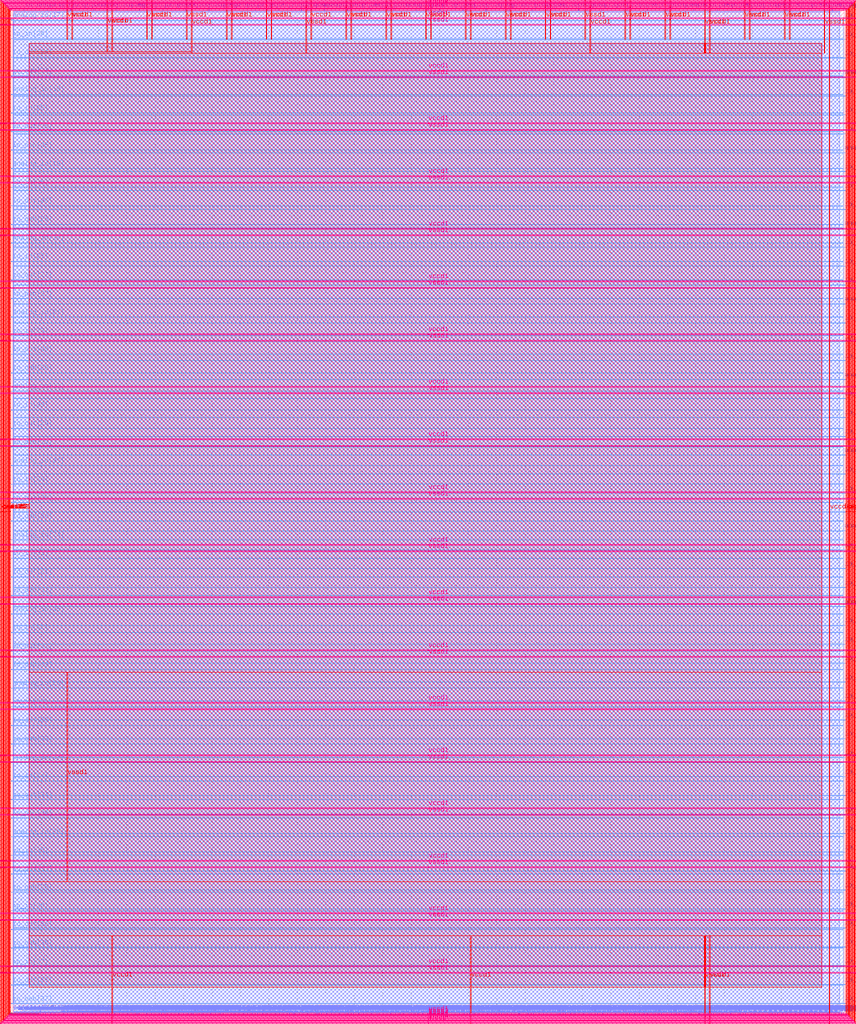
<source format=lef>
VERSION 5.7 ;
  NOWIREEXTENSIONATPIN ON ;
  DIVIDERCHAR "/" ;
  BUSBITCHARS "[]" ;
MACRO user_project_wrapper
  CLASS BLOCK ;
  FOREIGN user_project_wrapper ;
  ORIGIN 0.000 0.000 ;
  SIZE 2920.000 BY 3520.000 ;
  PIN analog_io[0]
    DIRECTION INOUT ;
    USE SIGNAL ;
    PORT
      LAYER met3 ;
        RECT 2917.600 1426.380 2924.800 1427.580 ;
    END
  END analog_io[0]
  PIN analog_io[10]
    DIRECTION INOUT ;
    USE SIGNAL ;
    PORT
      LAYER met2 ;
        RECT 2230.490 3517.600 2231.050 3524.800 ;
    END
  END analog_io[10]
  PIN analog_io[11]
    DIRECTION INOUT ;
    USE SIGNAL ;
    PORT
      LAYER met2 ;
        RECT 1905.730 3517.600 1906.290 3524.800 ;
    END
  END analog_io[11]
  PIN analog_io[12]
    DIRECTION INOUT ;
    USE SIGNAL ;
    PORT
      LAYER met2 ;
        RECT 1581.430 3517.600 1581.990 3524.800 ;
    END
  END analog_io[12]
  PIN analog_io[13]
    DIRECTION INOUT ;
    USE SIGNAL ;
    PORT
      LAYER met2 ;
        RECT 1257.130 3517.600 1257.690 3524.800 ;
    END
  END analog_io[13]
  PIN analog_io[14]
    DIRECTION INOUT ;
    USE SIGNAL ;
    PORT
      LAYER met2 ;
        RECT 932.370 3517.600 932.930 3524.800 ;
    END
  END analog_io[14]
  PIN analog_io[15]
    DIRECTION INOUT ;
    USE SIGNAL ;
    PORT
      LAYER met2 ;
        RECT 608.070 3517.600 608.630 3524.800 ;
    END
  END analog_io[15]
  PIN analog_io[16]
    DIRECTION INOUT ;
    USE SIGNAL ;
    PORT
      LAYER met2 ;
        RECT 283.770 3517.600 284.330 3524.800 ;
    END
  END analog_io[16]
  PIN analog_io[17]
    DIRECTION INOUT ;
    USE SIGNAL ;
    PORT
      LAYER met3 ;
        RECT -4.800 3486.100 2.400 3487.300 ;
    END
  END analog_io[17]
  PIN analog_io[18]
    DIRECTION INOUT ;
    USE SIGNAL ;
    PORT
      LAYER met3 ;
        RECT -4.800 3224.980 2.400 3226.180 ;
    END
  END analog_io[18]
  PIN analog_io[19]
    DIRECTION INOUT ;
    USE SIGNAL ;
    PORT
      LAYER met3 ;
        RECT -4.800 2964.540 2.400 2965.740 ;
    END
  END analog_io[19]
  PIN analog_io[1]
    DIRECTION INOUT ;
    USE SIGNAL ;
    PORT
      LAYER met3 ;
        RECT 2917.600 1692.260 2924.800 1693.460 ;
    END
  END analog_io[1]
  PIN analog_io[20]
    DIRECTION INOUT ;
    USE SIGNAL ;
    PORT
      LAYER met3 ;
        RECT -4.800 2703.420 2.400 2704.620 ;
    END
  END analog_io[20]
  PIN analog_io[21]
    DIRECTION INOUT ;
    USE SIGNAL ;
    PORT
      LAYER met3 ;
        RECT -4.800 2442.980 2.400 2444.180 ;
    END
  END analog_io[21]
  PIN analog_io[22]
    DIRECTION INOUT ;
    USE SIGNAL ;
    PORT
      LAYER met3 ;
        RECT -4.800 2182.540 2.400 2183.740 ;
    END
  END analog_io[22]
  PIN analog_io[23]
    DIRECTION INOUT ;
    USE SIGNAL ;
    PORT
      LAYER met3 ;
        RECT -4.800 1921.420 2.400 1922.620 ;
    END
  END analog_io[23]
  PIN analog_io[24]
    DIRECTION INOUT ;
    USE SIGNAL ;
    PORT
      LAYER met3 ;
        RECT -4.800 1660.980 2.400 1662.180 ;
    END
  END analog_io[24]
  PIN analog_io[25]
    DIRECTION INOUT ;
    USE SIGNAL ;
    PORT
      LAYER met3 ;
        RECT -4.800 1399.860 2.400 1401.060 ;
    END
  END analog_io[25]
  PIN analog_io[26]
    DIRECTION INOUT ;
    USE SIGNAL ;
    PORT
      LAYER met3 ;
        RECT -4.800 1139.420 2.400 1140.620 ;
    END
  END analog_io[26]
  PIN analog_io[27]
    DIRECTION INOUT ;
    USE SIGNAL ;
    PORT
      LAYER met3 ;
        RECT -4.800 878.980 2.400 880.180 ;
    END
  END analog_io[27]
  PIN analog_io[28]
    DIRECTION INOUT ;
    USE SIGNAL ;
    PORT
      LAYER met3 ;
        RECT -4.800 617.860 2.400 619.060 ;
    END
  END analog_io[28]
  PIN analog_io[2]
    DIRECTION INOUT ;
    USE SIGNAL ;
    PORT
      LAYER met3 ;
        RECT 2917.600 1958.140 2924.800 1959.340 ;
    END
  END analog_io[2]
  PIN analog_io[3]
    DIRECTION INOUT ;
    USE SIGNAL ;
    PORT
      LAYER met3 ;
        RECT 2917.600 2223.340 2924.800 2224.540 ;
    END
  END analog_io[3]
  PIN analog_io[4]
    DIRECTION INOUT ;
    USE SIGNAL ;
    PORT
      LAYER met3 ;
        RECT 2917.600 2489.220 2924.800 2490.420 ;
    END
  END analog_io[4]
  PIN analog_io[5]
    DIRECTION INOUT ;
    USE SIGNAL ;
    PORT
      LAYER met3 ;
        RECT 2917.600 2755.100 2924.800 2756.300 ;
    END
  END analog_io[5]
  PIN analog_io[6]
    DIRECTION INOUT ;
    USE SIGNAL ;
    PORT
      LAYER met3 ;
        RECT 2917.600 3020.300 2924.800 3021.500 ;
    END
  END analog_io[6]
  PIN analog_io[7]
    DIRECTION INOUT ;
    USE SIGNAL ;
    PORT
      LAYER met3 ;
        RECT 2917.600 3286.180 2924.800 3287.380 ;
    END
  END analog_io[7]
  PIN analog_io[8]
    DIRECTION INOUT ;
    USE SIGNAL ;
    PORT
      LAYER met2 ;
        RECT 2879.090 3517.600 2879.650 3524.800 ;
    END
  END analog_io[8]
  PIN analog_io[9]
    DIRECTION INOUT ;
    USE SIGNAL ;
    PORT
      LAYER met2 ;
        RECT 2554.790 3517.600 2555.350 3524.800 ;
    END
  END analog_io[9]
  PIN io_in[0]
    DIRECTION INPUT ;
    USE SIGNAL ;
    PORT
      LAYER met3 ;
        RECT 2917.600 32.380 2924.800 33.580 ;
    END
  END io_in[0]
  PIN io_in[10]
    DIRECTION INPUT ;
    USE SIGNAL ;
    PORT
      LAYER met3 ;
        RECT 2917.600 2289.980 2924.800 2291.180 ;
    END
  END io_in[10]
  PIN io_in[11]
    DIRECTION INPUT ;
    USE SIGNAL ;
    PORT
      LAYER met3 ;
        RECT 2917.600 2555.860 2924.800 2557.060 ;
    END
  END io_in[11]
  PIN io_in[12]
    DIRECTION INPUT ;
    USE SIGNAL ;
    PORT
      LAYER met3 ;
        RECT 2917.600 2821.060 2924.800 2822.260 ;
    END
  END io_in[12]
  PIN io_in[13]
    DIRECTION INPUT ;
    USE SIGNAL ;
    PORT
      LAYER met3 ;
        RECT 2917.600 3086.940 2924.800 3088.140 ;
    END
  END io_in[13]
  PIN io_in[14]
    DIRECTION INPUT ;
    USE SIGNAL ;
    PORT
      LAYER met3 ;
        RECT 2917.600 3352.820 2924.800 3354.020 ;
    END
  END io_in[14]
  PIN io_in[15]
    DIRECTION INPUT ;
    USE SIGNAL ;
    PORT
      LAYER met2 ;
        RECT 2798.130 3517.600 2798.690 3524.800 ;
    END
  END io_in[15]
  PIN io_in[16]
    DIRECTION INPUT ;
    USE SIGNAL ;
    PORT
      LAYER met2 ;
        RECT 2473.830 3517.600 2474.390 3524.800 ;
    END
  END io_in[16]
  PIN io_in[17]
    DIRECTION INPUT ;
    USE SIGNAL ;
    PORT
      LAYER met2 ;
        RECT 2149.070 3517.600 2149.630 3524.800 ;
    END
  END io_in[17]
  PIN io_in[18]
    DIRECTION INPUT ;
    USE SIGNAL ;
    PORT
      LAYER met2 ;
        RECT 1824.770 3517.600 1825.330 3524.800 ;
    END
  END io_in[18]
  PIN io_in[19]
    DIRECTION INPUT ;
    USE SIGNAL ;
    PORT
      LAYER met2 ;
        RECT 1500.470 3517.600 1501.030 3524.800 ;
    END
  END io_in[19]
  PIN io_in[1]
    DIRECTION INPUT ;
    USE SIGNAL ;
    PORT
      LAYER met3 ;
        RECT 2917.600 230.940 2924.800 232.140 ;
    END
  END io_in[1]
  PIN io_in[20]
    DIRECTION INPUT ;
    USE SIGNAL ;
    PORT
      LAYER met2 ;
        RECT 1175.710 3517.600 1176.270 3524.800 ;
    END
  END io_in[20]
  PIN io_in[21]
    DIRECTION INPUT ;
    USE SIGNAL ;
    PORT
      LAYER met2 ;
        RECT 851.410 3517.600 851.970 3524.800 ;
    END
  END io_in[21]
  PIN io_in[22]
    DIRECTION INPUT ;
    USE SIGNAL ;
    PORT
      LAYER met2 ;
        RECT 527.110 3517.600 527.670 3524.800 ;
    END
  END io_in[22]
  PIN io_in[23]
    DIRECTION INPUT ;
    USE SIGNAL ;
    PORT
      LAYER met2 ;
        RECT 202.350 3517.600 202.910 3524.800 ;
    END
  END io_in[23]
  PIN io_in[24]
    DIRECTION INPUT ;
    USE SIGNAL ;
    PORT
      LAYER met3 ;
        RECT -4.800 3420.820 2.400 3422.020 ;
    END
  END io_in[24]
  PIN io_in[25]
    DIRECTION INPUT ;
    USE SIGNAL ;
    PORT
      LAYER met3 ;
        RECT -4.800 3159.700 2.400 3160.900 ;
    END
  END io_in[25]
  PIN io_in[26]
    DIRECTION INPUT ;
    USE SIGNAL ;
    PORT
      LAYER met3 ;
        RECT -4.800 2899.260 2.400 2900.460 ;
    END
  END io_in[26]
  PIN io_in[27]
    DIRECTION INPUT ;
    USE SIGNAL ;
    PORT
      LAYER met3 ;
        RECT -4.800 2638.820 2.400 2640.020 ;
    END
  END io_in[27]
  PIN io_in[28]
    DIRECTION INPUT ;
    USE SIGNAL ;
    PORT
      LAYER met3 ;
        RECT -4.800 2377.700 2.400 2378.900 ;
    END
  END io_in[28]
  PIN io_in[29]
    DIRECTION INPUT ;
    USE SIGNAL ;
    PORT
      LAYER met3 ;
        RECT -4.800 2117.260 2.400 2118.460 ;
    END
  END io_in[29]
  PIN io_in[2]
    DIRECTION INPUT ;
    USE SIGNAL ;
    PORT
      LAYER met3 ;
        RECT 2917.600 430.180 2924.800 431.380 ;
    END
  END io_in[2]
  PIN io_in[30]
    DIRECTION INPUT ;
    USE SIGNAL ;
    PORT
      LAYER met3 ;
        RECT -4.800 1856.140 2.400 1857.340 ;
    END
  END io_in[30]
  PIN io_in[31]
    DIRECTION INPUT ;
    USE SIGNAL ;
    PORT
      LAYER met3 ;
        RECT -4.800 1595.700 2.400 1596.900 ;
    END
  END io_in[31]
  PIN io_in[32]
    DIRECTION INPUT ;
    USE SIGNAL ;
    PORT
      LAYER met3 ;
        RECT -4.800 1335.260 2.400 1336.460 ;
    END
  END io_in[32]
  PIN io_in[33]
    DIRECTION INPUT ;
    USE SIGNAL ;
    PORT
      LAYER met3 ;
        RECT -4.800 1074.140 2.400 1075.340 ;
    END
  END io_in[33]
  PIN io_in[34]
    DIRECTION INPUT ;
    USE SIGNAL ;
    PORT
      LAYER met3 ;
        RECT -4.800 813.700 2.400 814.900 ;
    END
  END io_in[34]
  PIN io_in[35]
    DIRECTION INPUT ;
    USE SIGNAL ;
    PORT
      LAYER met3 ;
        RECT -4.800 552.580 2.400 553.780 ;
    END
  END io_in[35]
  PIN io_in[36]
    DIRECTION INPUT ;
    USE SIGNAL ;
    PORT
      LAYER met3 ;
        RECT -4.800 357.420 2.400 358.620 ;
    END
  END io_in[36]
  PIN io_in[37]
    DIRECTION INPUT ;
    USE SIGNAL ;
    PORT
      LAYER met3 ;
        RECT -4.800 161.580 2.400 162.780 ;
    END
  END io_in[37]
  PIN io_in[3]
    DIRECTION INPUT ;
    USE SIGNAL ;
    PORT
      LAYER met3 ;
        RECT 2917.600 629.420 2924.800 630.620 ;
    END
  END io_in[3]
  PIN io_in[4]
    DIRECTION INPUT ;
    USE SIGNAL ;
    PORT
      LAYER met3 ;
        RECT 2917.600 828.660 2924.800 829.860 ;
    END
  END io_in[4]
  PIN io_in[5]
    DIRECTION INPUT ;
    USE SIGNAL ;
    PORT
      LAYER met3 ;
        RECT 2917.600 1027.900 2924.800 1029.100 ;
    END
  END io_in[5]
  PIN io_in[6]
    DIRECTION INPUT ;
    USE SIGNAL ;
    PORT
      LAYER met3 ;
        RECT 2917.600 1227.140 2924.800 1228.340 ;
    END
  END io_in[6]
  PIN io_in[7]
    DIRECTION INPUT ;
    USE SIGNAL ;
    PORT
      LAYER met3 ;
        RECT 2917.600 1493.020 2924.800 1494.220 ;
    END
  END io_in[7]
  PIN io_in[8]
    DIRECTION INPUT ;
    USE SIGNAL ;
    PORT
      LAYER met3 ;
        RECT 2917.600 1758.900 2924.800 1760.100 ;
    END
  END io_in[8]
  PIN io_in[9]
    DIRECTION INPUT ;
    USE SIGNAL ;
    PORT
      LAYER met3 ;
        RECT 2917.600 2024.100 2924.800 2025.300 ;
    END
  END io_in[9]
  PIN io_oeb[0]
    DIRECTION OUTPUT TRISTATE ;
    USE SIGNAL ;
    PORT
      LAYER met3 ;
        RECT 2917.600 164.980 2924.800 166.180 ;
    END
  END io_oeb[0]
  PIN io_oeb[10]
    DIRECTION OUTPUT TRISTATE ;
    USE SIGNAL ;
    PORT
      LAYER met3 ;
        RECT 2917.600 2422.580 2924.800 2423.780 ;
    END
  END io_oeb[10]
  PIN io_oeb[11]
    DIRECTION OUTPUT TRISTATE ;
    USE SIGNAL ;
    PORT
      LAYER met3 ;
        RECT 2917.600 2688.460 2924.800 2689.660 ;
    END
  END io_oeb[11]
  PIN io_oeb[12]
    DIRECTION OUTPUT TRISTATE ;
    USE SIGNAL ;
    PORT
      LAYER met3 ;
        RECT 2917.600 2954.340 2924.800 2955.540 ;
    END
  END io_oeb[12]
  PIN io_oeb[13]
    DIRECTION OUTPUT TRISTATE ;
    USE SIGNAL ;
    PORT
      LAYER met3 ;
        RECT 2917.600 3219.540 2924.800 3220.740 ;
    END
  END io_oeb[13]
  PIN io_oeb[14]
    DIRECTION OUTPUT TRISTATE ;
    USE SIGNAL ;
    PORT
      LAYER met3 ;
        RECT 2917.600 3485.420 2924.800 3486.620 ;
    END
  END io_oeb[14]
  PIN io_oeb[15]
    DIRECTION OUTPUT TRISTATE ;
    USE SIGNAL ;
    PORT
      LAYER met2 ;
        RECT 2635.750 3517.600 2636.310 3524.800 ;
    END
  END io_oeb[15]
  PIN io_oeb[16]
    DIRECTION OUTPUT TRISTATE ;
    USE SIGNAL ;
    PORT
      LAYER met2 ;
        RECT 2311.450 3517.600 2312.010 3524.800 ;
    END
  END io_oeb[16]
  PIN io_oeb[17]
    DIRECTION OUTPUT TRISTATE ;
    USE SIGNAL ;
    PORT
      LAYER met2 ;
        RECT 1987.150 3517.600 1987.710 3524.800 ;
    END
  END io_oeb[17]
  PIN io_oeb[18]
    DIRECTION OUTPUT TRISTATE ;
    USE SIGNAL ;
    PORT
      LAYER met2 ;
        RECT 1662.390 3517.600 1662.950 3524.800 ;
    END
  END io_oeb[18]
  PIN io_oeb[19]
    DIRECTION OUTPUT TRISTATE ;
    USE SIGNAL ;
    PORT
      LAYER met2 ;
        RECT 1338.090 3517.600 1338.650 3524.800 ;
    END
  END io_oeb[19]
  PIN io_oeb[1]
    DIRECTION OUTPUT TRISTATE ;
    USE SIGNAL ;
    PORT
      LAYER met3 ;
        RECT 2917.600 364.220 2924.800 365.420 ;
    END
  END io_oeb[1]
  PIN io_oeb[20]
    DIRECTION OUTPUT TRISTATE ;
    USE SIGNAL ;
    PORT
      LAYER met2 ;
        RECT 1013.790 3517.600 1014.350 3524.800 ;
    END
  END io_oeb[20]
  PIN io_oeb[21]
    DIRECTION OUTPUT TRISTATE ;
    USE SIGNAL ;
    PORT
      LAYER met2 ;
        RECT 689.030 3517.600 689.590 3524.800 ;
    END
  END io_oeb[21]
  PIN io_oeb[22]
    DIRECTION OUTPUT TRISTATE ;
    USE SIGNAL ;
    PORT
      LAYER met2 ;
        RECT 364.730 3517.600 365.290 3524.800 ;
    END
  END io_oeb[22]
  PIN io_oeb[23]
    DIRECTION OUTPUT TRISTATE ;
    USE SIGNAL ;
    PORT
      LAYER met2 ;
        RECT 40.430 3517.600 40.990 3524.800 ;
    END
  END io_oeb[23]
  PIN io_oeb[24]
    DIRECTION OUTPUT TRISTATE ;
    USE SIGNAL ;
    PORT
      LAYER met3 ;
        RECT -4.800 3290.260 2.400 3291.460 ;
    END
  END io_oeb[24]
  PIN io_oeb[25]
    DIRECTION OUTPUT TRISTATE ;
    USE SIGNAL ;
    PORT
      LAYER met3 ;
        RECT -4.800 3029.820 2.400 3031.020 ;
    END
  END io_oeb[25]
  PIN io_oeb[26]
    DIRECTION OUTPUT TRISTATE ;
    USE SIGNAL ;
    PORT
      LAYER met3 ;
        RECT -4.800 2768.700 2.400 2769.900 ;
    END
  END io_oeb[26]
  PIN io_oeb[27]
    DIRECTION OUTPUT TRISTATE ;
    USE SIGNAL ;
    PORT
      LAYER met3 ;
        RECT -4.800 2508.260 2.400 2509.460 ;
    END
  END io_oeb[27]
  PIN io_oeb[28]
    DIRECTION OUTPUT TRISTATE ;
    USE SIGNAL ;
    PORT
      LAYER met3 ;
        RECT -4.800 2247.140 2.400 2248.340 ;
    END
  END io_oeb[28]
  PIN io_oeb[29]
    DIRECTION OUTPUT TRISTATE ;
    USE SIGNAL ;
    PORT
      LAYER met3 ;
        RECT -4.800 1986.700 2.400 1987.900 ;
    END
  END io_oeb[29]
  PIN io_oeb[2]
    DIRECTION OUTPUT TRISTATE ;
    USE SIGNAL ;
    PORT
      LAYER met3 ;
        RECT 2917.600 563.460 2924.800 564.660 ;
    END
  END io_oeb[2]
  PIN io_oeb[30]
    DIRECTION OUTPUT TRISTATE ;
    USE SIGNAL ;
    PORT
      LAYER met3 ;
        RECT -4.800 1726.260 2.400 1727.460 ;
    END
  END io_oeb[30]
  PIN io_oeb[31]
    DIRECTION OUTPUT TRISTATE ;
    USE SIGNAL ;
    PORT
      LAYER met3 ;
        RECT -4.800 1465.140 2.400 1466.340 ;
    END
  END io_oeb[31]
  PIN io_oeb[32]
    DIRECTION OUTPUT TRISTATE ;
    USE SIGNAL ;
    PORT
      LAYER met3 ;
        RECT -4.800 1204.700 2.400 1205.900 ;
    END
  END io_oeb[32]
  PIN io_oeb[33]
    DIRECTION OUTPUT TRISTATE ;
    USE SIGNAL ;
    PORT
      LAYER met3 ;
        RECT -4.800 943.580 2.400 944.780 ;
    END
  END io_oeb[33]
  PIN io_oeb[34]
    DIRECTION OUTPUT TRISTATE ;
    USE SIGNAL ;
    PORT
      LAYER met3 ;
        RECT -4.800 683.140 2.400 684.340 ;
    END
  END io_oeb[34]
  PIN io_oeb[35]
    DIRECTION OUTPUT TRISTATE ;
    USE SIGNAL ;
    PORT
      LAYER met3 ;
        RECT -4.800 422.700 2.400 423.900 ;
    END
  END io_oeb[35]
  PIN io_oeb[36]
    DIRECTION OUTPUT TRISTATE ;
    USE SIGNAL ;
    PORT
      LAYER met3 ;
        RECT -4.800 226.860 2.400 228.060 ;
    END
  END io_oeb[36]
  PIN io_oeb[37]
    DIRECTION OUTPUT TRISTATE ;
    USE SIGNAL ;
    PORT
      LAYER met3 ;
        RECT -4.800 31.700 2.400 32.900 ;
    END
  END io_oeb[37]
  PIN io_oeb[3]
    DIRECTION OUTPUT TRISTATE ;
    USE SIGNAL ;
    PORT
      LAYER met3 ;
        RECT 2917.600 762.700 2924.800 763.900 ;
    END
  END io_oeb[3]
  PIN io_oeb[4]
    DIRECTION OUTPUT TRISTATE ;
    USE SIGNAL ;
    PORT
      LAYER met3 ;
        RECT 2917.600 961.940 2924.800 963.140 ;
    END
  END io_oeb[4]
  PIN io_oeb[5]
    DIRECTION OUTPUT TRISTATE ;
    USE SIGNAL ;
    PORT
      LAYER met3 ;
        RECT 2917.600 1161.180 2924.800 1162.380 ;
    END
  END io_oeb[5]
  PIN io_oeb[6]
    DIRECTION OUTPUT TRISTATE ;
    USE SIGNAL ;
    PORT
      LAYER met3 ;
        RECT 2917.600 1360.420 2924.800 1361.620 ;
    END
  END io_oeb[6]
  PIN io_oeb[7]
    DIRECTION OUTPUT TRISTATE ;
    USE SIGNAL ;
    PORT
      LAYER met3 ;
        RECT 2917.600 1625.620 2924.800 1626.820 ;
    END
  END io_oeb[7]
  PIN io_oeb[8]
    DIRECTION OUTPUT TRISTATE ;
    USE SIGNAL ;
    PORT
      LAYER met3 ;
        RECT 2917.600 1891.500 2924.800 1892.700 ;
    END
  END io_oeb[8]
  PIN io_oeb[9]
    DIRECTION OUTPUT TRISTATE ;
    USE SIGNAL ;
    PORT
      LAYER met3 ;
        RECT 2917.600 2157.380 2924.800 2158.580 ;
    END
  END io_oeb[9]
  PIN io_out[0]
    DIRECTION OUTPUT TRISTATE ;
    USE SIGNAL ;
    PORT
      LAYER met3 ;
        RECT 2917.600 98.340 2924.800 99.540 ;
    END
  END io_out[0]
  PIN io_out[10]
    DIRECTION OUTPUT TRISTATE ;
    USE SIGNAL ;
    PORT
      LAYER met3 ;
        RECT 2917.600 2356.620 2924.800 2357.820 ;
    END
  END io_out[10]
  PIN io_out[11]
    DIRECTION OUTPUT TRISTATE ;
    USE SIGNAL ;
    PORT
      LAYER met3 ;
        RECT 2917.600 2621.820 2924.800 2623.020 ;
    END
  END io_out[11]
  PIN io_out[12]
    DIRECTION OUTPUT TRISTATE ;
    USE SIGNAL ;
    PORT
      LAYER met3 ;
        RECT 2917.600 2887.700 2924.800 2888.900 ;
    END
  END io_out[12]
  PIN io_out[13]
    DIRECTION OUTPUT TRISTATE ;
    USE SIGNAL ;
    PORT
      LAYER met3 ;
        RECT 2917.600 3153.580 2924.800 3154.780 ;
    END
  END io_out[13]
  PIN io_out[14]
    DIRECTION OUTPUT TRISTATE ;
    USE SIGNAL ;
    PORT
      LAYER met3 ;
        RECT 2917.600 3418.780 2924.800 3419.980 ;
    END
  END io_out[14]
  PIN io_out[15]
    DIRECTION OUTPUT TRISTATE ;
    USE SIGNAL ;
    PORT
      LAYER met2 ;
        RECT 2717.170 3517.600 2717.730 3524.800 ;
    END
  END io_out[15]
  PIN io_out[16]
    DIRECTION OUTPUT TRISTATE ;
    USE SIGNAL ;
    PORT
      LAYER met2 ;
        RECT 2392.410 3517.600 2392.970 3524.800 ;
    END
  END io_out[16]
  PIN io_out[17]
    DIRECTION OUTPUT TRISTATE ;
    USE SIGNAL ;
    PORT
      LAYER met2 ;
        RECT 2068.110 3517.600 2068.670 3524.800 ;
    END
  END io_out[17]
  PIN io_out[18]
    DIRECTION OUTPUT TRISTATE ;
    USE SIGNAL ;
    PORT
      LAYER met2 ;
        RECT 1743.810 3517.600 1744.370 3524.800 ;
    END
  END io_out[18]
  PIN io_out[19]
    DIRECTION OUTPUT TRISTATE ;
    USE SIGNAL ;
    PORT
      LAYER met2 ;
        RECT 1419.050 3517.600 1419.610 3524.800 ;
    END
  END io_out[19]
  PIN io_out[1]
    DIRECTION OUTPUT TRISTATE ;
    USE SIGNAL ;
    PORT
      LAYER met3 ;
        RECT 2917.600 297.580 2924.800 298.780 ;
    END
  END io_out[1]
  PIN io_out[20]
    DIRECTION OUTPUT TRISTATE ;
    USE SIGNAL ;
    PORT
      LAYER met2 ;
        RECT 1094.750 3517.600 1095.310 3524.800 ;
    END
  END io_out[20]
  PIN io_out[21]
    DIRECTION OUTPUT TRISTATE ;
    USE SIGNAL ;
    PORT
      LAYER met2 ;
        RECT 770.450 3517.600 771.010 3524.800 ;
    END
  END io_out[21]
  PIN io_out[22]
    DIRECTION OUTPUT TRISTATE ;
    USE SIGNAL ;
    PORT
      LAYER met2 ;
        RECT 445.690 3517.600 446.250 3524.800 ;
    END
  END io_out[22]
  PIN io_out[23]
    DIRECTION OUTPUT TRISTATE ;
    USE SIGNAL ;
    PORT
      LAYER met2 ;
        RECT 121.390 3517.600 121.950 3524.800 ;
    END
  END io_out[23]
  PIN io_out[24]
    DIRECTION OUTPUT TRISTATE ;
    USE SIGNAL ;
    PORT
      LAYER met3 ;
        RECT -4.800 3355.540 2.400 3356.740 ;
    END
  END io_out[24]
  PIN io_out[25]
    DIRECTION OUTPUT TRISTATE ;
    USE SIGNAL ;
    PORT
      LAYER met3 ;
        RECT -4.800 3095.100 2.400 3096.300 ;
    END
  END io_out[25]
  PIN io_out[26]
    DIRECTION OUTPUT TRISTATE ;
    USE SIGNAL ;
    PORT
      LAYER met3 ;
        RECT -4.800 2833.980 2.400 2835.180 ;
    END
  END io_out[26]
  PIN io_out[27]
    DIRECTION OUTPUT TRISTATE ;
    USE SIGNAL ;
    PORT
      LAYER met3 ;
        RECT -4.800 2573.540 2.400 2574.740 ;
    END
  END io_out[27]
  PIN io_out[28]
    DIRECTION OUTPUT TRISTATE ;
    USE SIGNAL ;
    PORT
      LAYER met3 ;
        RECT -4.800 2312.420 2.400 2313.620 ;
    END
  END io_out[28]
  PIN io_out[29]
    DIRECTION OUTPUT TRISTATE ;
    USE SIGNAL ;
    PORT
      LAYER met3 ;
        RECT -4.800 2051.980 2.400 2053.180 ;
    END
  END io_out[29]
  PIN io_out[2]
    DIRECTION OUTPUT TRISTATE ;
    USE SIGNAL ;
    PORT
      LAYER met3 ;
        RECT 2917.600 496.820 2924.800 498.020 ;
    END
  END io_out[2]
  PIN io_out[30]
    DIRECTION OUTPUT TRISTATE ;
    USE SIGNAL ;
    PORT
      LAYER met3 ;
        RECT -4.800 1791.540 2.400 1792.740 ;
    END
  END io_out[30]
  PIN io_out[31]
    DIRECTION OUTPUT TRISTATE ;
    USE SIGNAL ;
    PORT
      LAYER met3 ;
        RECT -4.800 1530.420 2.400 1531.620 ;
    END
  END io_out[31]
  PIN io_out[32]
    DIRECTION OUTPUT TRISTATE ;
    USE SIGNAL ;
    PORT
      LAYER met3 ;
        RECT -4.800 1269.980 2.400 1271.180 ;
    END
  END io_out[32]
  PIN io_out[33]
    DIRECTION OUTPUT TRISTATE ;
    USE SIGNAL ;
    PORT
      LAYER met3 ;
        RECT -4.800 1008.860 2.400 1010.060 ;
    END
  END io_out[33]
  PIN io_out[34]
    DIRECTION OUTPUT TRISTATE ;
    USE SIGNAL ;
    PORT
      LAYER met3 ;
        RECT -4.800 748.420 2.400 749.620 ;
    END
  END io_out[34]
  PIN io_out[35]
    DIRECTION OUTPUT TRISTATE ;
    USE SIGNAL ;
    PORT
      LAYER met3 ;
        RECT -4.800 487.300 2.400 488.500 ;
    END
  END io_out[35]
  PIN io_out[36]
    DIRECTION OUTPUT TRISTATE ;
    USE SIGNAL ;
    PORT
      LAYER met3 ;
        RECT -4.800 292.140 2.400 293.340 ;
    END
  END io_out[36]
  PIN io_out[37]
    DIRECTION OUTPUT TRISTATE ;
    USE SIGNAL ;
    PORT
      LAYER met3 ;
        RECT -4.800 96.300 2.400 97.500 ;
    END
  END io_out[37]
  PIN io_out[3]
    DIRECTION OUTPUT TRISTATE ;
    USE SIGNAL ;
    PORT
      LAYER met3 ;
        RECT 2917.600 696.060 2924.800 697.260 ;
    END
  END io_out[3]
  PIN io_out[4]
    DIRECTION OUTPUT TRISTATE ;
    USE SIGNAL ;
    PORT
      LAYER met3 ;
        RECT 2917.600 895.300 2924.800 896.500 ;
    END
  END io_out[4]
  PIN io_out[5]
    DIRECTION OUTPUT TRISTATE ;
    USE SIGNAL ;
    PORT
      LAYER met3 ;
        RECT 2917.600 1094.540 2924.800 1095.740 ;
    END
  END io_out[5]
  PIN io_out[6]
    DIRECTION OUTPUT TRISTATE ;
    USE SIGNAL ;
    PORT
      LAYER met3 ;
        RECT 2917.600 1293.780 2924.800 1294.980 ;
    END
  END io_out[6]
  PIN io_out[7]
    DIRECTION OUTPUT TRISTATE ;
    USE SIGNAL ;
    PORT
      LAYER met3 ;
        RECT 2917.600 1559.660 2924.800 1560.860 ;
    END
  END io_out[7]
  PIN io_out[8]
    DIRECTION OUTPUT TRISTATE ;
    USE SIGNAL ;
    PORT
      LAYER met3 ;
        RECT 2917.600 1824.860 2924.800 1826.060 ;
    END
  END io_out[8]
  PIN io_out[9]
    DIRECTION OUTPUT TRISTATE ;
    USE SIGNAL ;
    PORT
      LAYER met3 ;
        RECT 2917.600 2090.740 2924.800 2091.940 ;
    END
  END io_out[9]
  PIN la_data_in[0]
    DIRECTION INPUT ;
    USE SIGNAL ;
    PORT
      LAYER met2 ;
        RECT 629.230 -4.800 629.790 2.400 ;
    END
  END la_data_in[0]
  PIN la_data_in[100]
    DIRECTION INPUT ;
    USE SIGNAL ;
    PORT
      LAYER met2 ;
        RECT 2402.530 -4.800 2403.090 2.400 ;
    END
  END la_data_in[100]
  PIN la_data_in[101]
    DIRECTION INPUT ;
    USE SIGNAL ;
    PORT
      LAYER met2 ;
        RECT 2420.010 -4.800 2420.570 2.400 ;
    END
  END la_data_in[101]
  PIN la_data_in[102]
    DIRECTION INPUT ;
    USE SIGNAL ;
    PORT
      LAYER met2 ;
        RECT 2437.950 -4.800 2438.510 2.400 ;
    END
  END la_data_in[102]
  PIN la_data_in[103]
    DIRECTION INPUT ;
    USE SIGNAL ;
    PORT
      LAYER met2 ;
        RECT 2455.430 -4.800 2455.990 2.400 ;
    END
  END la_data_in[103]
  PIN la_data_in[104]
    DIRECTION INPUT ;
    USE SIGNAL ;
    PORT
      LAYER met2 ;
        RECT 2473.370 -4.800 2473.930 2.400 ;
    END
  END la_data_in[104]
  PIN la_data_in[105]
    DIRECTION INPUT ;
    USE SIGNAL ;
    PORT
      LAYER met2 ;
        RECT 2490.850 -4.800 2491.410 2.400 ;
    END
  END la_data_in[105]
  PIN la_data_in[106]
    DIRECTION INPUT ;
    USE SIGNAL ;
    PORT
      LAYER met2 ;
        RECT 2508.790 -4.800 2509.350 2.400 ;
    END
  END la_data_in[106]
  PIN la_data_in[107]
    DIRECTION INPUT ;
    USE SIGNAL ;
    PORT
      LAYER met2 ;
        RECT 2526.730 -4.800 2527.290 2.400 ;
    END
  END la_data_in[107]
  PIN la_data_in[108]
    DIRECTION INPUT ;
    USE SIGNAL ;
    PORT
      LAYER met2 ;
        RECT 2544.210 -4.800 2544.770 2.400 ;
    END
  END la_data_in[108]
  PIN la_data_in[109]
    DIRECTION INPUT ;
    USE SIGNAL ;
    PORT
      LAYER met2 ;
        RECT 2562.150 -4.800 2562.710 2.400 ;
    END
  END la_data_in[109]
  PIN la_data_in[10]
    DIRECTION INPUT ;
    USE SIGNAL ;
    PORT
      LAYER met2 ;
        RECT 806.330 -4.800 806.890 2.400 ;
    END
  END la_data_in[10]
  PIN la_data_in[110]
    DIRECTION INPUT ;
    USE SIGNAL ;
    PORT
      LAYER met2 ;
        RECT 2579.630 -4.800 2580.190 2.400 ;
    END
  END la_data_in[110]
  PIN la_data_in[111]
    DIRECTION INPUT ;
    USE SIGNAL ;
    PORT
      LAYER met2 ;
        RECT 2597.570 -4.800 2598.130 2.400 ;
    END
  END la_data_in[111]
  PIN la_data_in[112]
    DIRECTION INPUT ;
    USE SIGNAL ;
    PORT
      LAYER met2 ;
        RECT 2615.050 -4.800 2615.610 2.400 ;
    END
  END la_data_in[112]
  PIN la_data_in[113]
    DIRECTION INPUT ;
    USE SIGNAL ;
    PORT
      LAYER met2 ;
        RECT 2632.990 -4.800 2633.550 2.400 ;
    END
  END la_data_in[113]
  PIN la_data_in[114]
    DIRECTION INPUT ;
    USE SIGNAL ;
    PORT
      LAYER met2 ;
        RECT 2650.470 -4.800 2651.030 2.400 ;
    END
  END la_data_in[114]
  PIN la_data_in[115]
    DIRECTION INPUT ;
    USE SIGNAL ;
    PORT
      LAYER met2 ;
        RECT 2668.410 -4.800 2668.970 2.400 ;
    END
  END la_data_in[115]
  PIN la_data_in[116]
    DIRECTION INPUT ;
    USE SIGNAL ;
    PORT
      LAYER met2 ;
        RECT 2685.890 -4.800 2686.450 2.400 ;
    END
  END la_data_in[116]
  PIN la_data_in[117]
    DIRECTION INPUT ;
    USE SIGNAL ;
    PORT
      LAYER met2 ;
        RECT 2703.830 -4.800 2704.390 2.400 ;
    END
  END la_data_in[117]
  PIN la_data_in[118]
    DIRECTION INPUT ;
    USE SIGNAL ;
    PORT
      LAYER met2 ;
        RECT 2721.770 -4.800 2722.330 2.400 ;
    END
  END la_data_in[118]
  PIN la_data_in[119]
    DIRECTION INPUT ;
    USE SIGNAL ;
    PORT
      LAYER met2 ;
        RECT 2739.250 -4.800 2739.810 2.400 ;
    END
  END la_data_in[119]
  PIN la_data_in[11]
    DIRECTION INPUT ;
    USE SIGNAL ;
    PORT
      LAYER met2 ;
        RECT 824.270 -4.800 824.830 2.400 ;
    END
  END la_data_in[11]
  PIN la_data_in[120]
    DIRECTION INPUT ;
    USE SIGNAL ;
    PORT
      LAYER met2 ;
        RECT 2757.190 -4.800 2757.750 2.400 ;
    END
  END la_data_in[120]
  PIN la_data_in[121]
    DIRECTION INPUT ;
    USE SIGNAL ;
    PORT
      LAYER met2 ;
        RECT 2774.670 -4.800 2775.230 2.400 ;
    END
  END la_data_in[121]
  PIN la_data_in[122]
    DIRECTION INPUT ;
    USE SIGNAL ;
    PORT
      LAYER met2 ;
        RECT 2792.610 -4.800 2793.170 2.400 ;
    END
  END la_data_in[122]
  PIN la_data_in[123]
    DIRECTION INPUT ;
    USE SIGNAL ;
    PORT
      LAYER met2 ;
        RECT 2810.090 -4.800 2810.650 2.400 ;
    END
  END la_data_in[123]
  PIN la_data_in[124]
    DIRECTION INPUT ;
    USE SIGNAL ;
    PORT
      LAYER met2 ;
        RECT 2828.030 -4.800 2828.590 2.400 ;
    END
  END la_data_in[124]
  PIN la_data_in[125]
    DIRECTION INPUT ;
    USE SIGNAL ;
    PORT
      LAYER met2 ;
        RECT 2845.510 -4.800 2846.070 2.400 ;
    END
  END la_data_in[125]
  PIN la_data_in[126]
    DIRECTION INPUT ;
    USE SIGNAL ;
    PORT
      LAYER met2 ;
        RECT 2863.450 -4.800 2864.010 2.400 ;
    END
  END la_data_in[126]
  PIN la_data_in[127]
    DIRECTION INPUT ;
    USE SIGNAL ;
    PORT
      LAYER met2 ;
        RECT 2881.390 -4.800 2881.950 2.400 ;
    END
  END la_data_in[127]
  PIN la_data_in[12]
    DIRECTION INPUT ;
    USE SIGNAL ;
    PORT
      LAYER met2 ;
        RECT 841.750 -4.800 842.310 2.400 ;
    END
  END la_data_in[12]
  PIN la_data_in[13]
    DIRECTION INPUT ;
    USE SIGNAL ;
    PORT
      LAYER met2 ;
        RECT 859.690 -4.800 860.250 2.400 ;
    END
  END la_data_in[13]
  PIN la_data_in[14]
    DIRECTION INPUT ;
    USE SIGNAL ;
    PORT
      LAYER met2 ;
        RECT 877.170 -4.800 877.730 2.400 ;
    END
  END la_data_in[14]
  PIN la_data_in[15]
    DIRECTION INPUT ;
    USE SIGNAL ;
    PORT
      LAYER met2 ;
        RECT 895.110 -4.800 895.670 2.400 ;
    END
  END la_data_in[15]
  PIN la_data_in[16]
    DIRECTION INPUT ;
    USE SIGNAL ;
    PORT
      LAYER met2 ;
        RECT 912.590 -4.800 913.150 2.400 ;
    END
  END la_data_in[16]
  PIN la_data_in[17]
    DIRECTION INPUT ;
    USE SIGNAL ;
    PORT
      LAYER met2 ;
        RECT 930.530 -4.800 931.090 2.400 ;
    END
  END la_data_in[17]
  PIN la_data_in[18]
    DIRECTION INPUT ;
    USE SIGNAL ;
    PORT
      LAYER met2 ;
        RECT 948.470 -4.800 949.030 2.400 ;
    END
  END la_data_in[18]
  PIN la_data_in[19]
    DIRECTION INPUT ;
    USE SIGNAL ;
    PORT
      LAYER met2 ;
        RECT 965.950 -4.800 966.510 2.400 ;
    END
  END la_data_in[19]
  PIN la_data_in[1]
    DIRECTION INPUT ;
    USE SIGNAL ;
    PORT
      LAYER met2 ;
        RECT 646.710 -4.800 647.270 2.400 ;
    END
  END la_data_in[1]
  PIN la_data_in[20]
    DIRECTION INPUT ;
    USE SIGNAL ;
    PORT
      LAYER met2 ;
        RECT 983.890 -4.800 984.450 2.400 ;
    END
  END la_data_in[20]
  PIN la_data_in[21]
    DIRECTION INPUT ;
    USE SIGNAL ;
    PORT
      LAYER met2 ;
        RECT 1001.370 -4.800 1001.930 2.400 ;
    END
  END la_data_in[21]
  PIN la_data_in[22]
    DIRECTION INPUT ;
    USE SIGNAL ;
    PORT
      LAYER met2 ;
        RECT 1019.310 -4.800 1019.870 2.400 ;
    END
  END la_data_in[22]
  PIN la_data_in[23]
    DIRECTION INPUT ;
    USE SIGNAL ;
    PORT
      LAYER met2 ;
        RECT 1036.790 -4.800 1037.350 2.400 ;
    END
  END la_data_in[23]
  PIN la_data_in[24]
    DIRECTION INPUT ;
    USE SIGNAL ;
    PORT
      LAYER met2 ;
        RECT 1054.730 -4.800 1055.290 2.400 ;
    END
  END la_data_in[24]
  PIN la_data_in[25]
    DIRECTION INPUT ;
    USE SIGNAL ;
    PORT
      LAYER met2 ;
        RECT 1072.210 -4.800 1072.770 2.400 ;
    END
  END la_data_in[25]
  PIN la_data_in[26]
    DIRECTION INPUT ;
    USE SIGNAL ;
    PORT
      LAYER met2 ;
        RECT 1090.150 -4.800 1090.710 2.400 ;
    END
  END la_data_in[26]
  PIN la_data_in[27]
    DIRECTION INPUT ;
    USE SIGNAL ;
    PORT
      LAYER met2 ;
        RECT 1107.630 -4.800 1108.190 2.400 ;
    END
  END la_data_in[27]
  PIN la_data_in[28]
    DIRECTION INPUT ;
    USE SIGNAL ;
    PORT
      LAYER met2 ;
        RECT 1125.570 -4.800 1126.130 2.400 ;
    END
  END la_data_in[28]
  PIN la_data_in[29]
    DIRECTION INPUT ;
    USE SIGNAL ;
    PORT
      LAYER met2 ;
        RECT 1143.510 -4.800 1144.070 2.400 ;
    END
  END la_data_in[29]
  PIN la_data_in[2]
    DIRECTION INPUT ;
    USE SIGNAL ;
    PORT
      LAYER met2 ;
        RECT 664.650 -4.800 665.210 2.400 ;
    END
  END la_data_in[2]
  PIN la_data_in[30]
    DIRECTION INPUT ;
    USE SIGNAL ;
    PORT
      LAYER met2 ;
        RECT 1160.990 -4.800 1161.550 2.400 ;
    END
  END la_data_in[30]
  PIN la_data_in[31]
    DIRECTION INPUT ;
    USE SIGNAL ;
    PORT
      LAYER met2 ;
        RECT 1178.930 -4.800 1179.490 2.400 ;
    END
  END la_data_in[31]
  PIN la_data_in[32]
    DIRECTION INPUT ;
    USE SIGNAL ;
    PORT
      LAYER met2 ;
        RECT 1196.410 -4.800 1196.970 2.400 ;
    END
  END la_data_in[32]
  PIN la_data_in[33]
    DIRECTION INPUT ;
    USE SIGNAL ;
    PORT
      LAYER met2 ;
        RECT 1214.350 -4.800 1214.910 2.400 ;
    END
  END la_data_in[33]
  PIN la_data_in[34]
    DIRECTION INPUT ;
    USE SIGNAL ;
    PORT
      LAYER met2 ;
        RECT 1231.830 -4.800 1232.390 2.400 ;
    END
  END la_data_in[34]
  PIN la_data_in[35]
    DIRECTION INPUT ;
    USE SIGNAL ;
    PORT
      LAYER met2 ;
        RECT 1249.770 -4.800 1250.330 2.400 ;
    END
  END la_data_in[35]
  PIN la_data_in[36]
    DIRECTION INPUT ;
    USE SIGNAL ;
    PORT
      LAYER met2 ;
        RECT 1267.250 -4.800 1267.810 2.400 ;
    END
  END la_data_in[36]
  PIN la_data_in[37]
    DIRECTION INPUT ;
    USE SIGNAL ;
    PORT
      LAYER met2 ;
        RECT 1285.190 -4.800 1285.750 2.400 ;
    END
  END la_data_in[37]
  PIN la_data_in[38]
    DIRECTION INPUT ;
    USE SIGNAL ;
    PORT
      LAYER met2 ;
        RECT 1303.130 -4.800 1303.690 2.400 ;
    END
  END la_data_in[38]
  PIN la_data_in[39]
    DIRECTION INPUT ;
    USE SIGNAL ;
    PORT
      LAYER met2 ;
        RECT 1320.610 -4.800 1321.170 2.400 ;
    END
  END la_data_in[39]
  PIN la_data_in[3]
    DIRECTION INPUT ;
    USE SIGNAL ;
    PORT
      LAYER met2 ;
        RECT 682.130 -4.800 682.690 2.400 ;
    END
  END la_data_in[3]
  PIN la_data_in[40]
    DIRECTION INPUT ;
    USE SIGNAL ;
    PORT
      LAYER met2 ;
        RECT 1338.550 -4.800 1339.110 2.400 ;
    END
  END la_data_in[40]
  PIN la_data_in[41]
    DIRECTION INPUT ;
    USE SIGNAL ;
    PORT
      LAYER met2 ;
        RECT 1356.030 -4.800 1356.590 2.400 ;
    END
  END la_data_in[41]
  PIN la_data_in[42]
    DIRECTION INPUT ;
    USE SIGNAL ;
    PORT
      LAYER met2 ;
        RECT 1373.970 -4.800 1374.530 2.400 ;
    END
  END la_data_in[42]
  PIN la_data_in[43]
    DIRECTION INPUT ;
    USE SIGNAL ;
    PORT
      LAYER met2 ;
        RECT 1391.450 -4.800 1392.010 2.400 ;
    END
  END la_data_in[43]
  PIN la_data_in[44]
    DIRECTION INPUT ;
    USE SIGNAL ;
    PORT
      LAYER met2 ;
        RECT 1409.390 -4.800 1409.950 2.400 ;
    END
  END la_data_in[44]
  PIN la_data_in[45]
    DIRECTION INPUT ;
    USE SIGNAL ;
    PORT
      LAYER met2 ;
        RECT 1426.870 -4.800 1427.430 2.400 ;
    END
  END la_data_in[45]
  PIN la_data_in[46]
    DIRECTION INPUT ;
    USE SIGNAL ;
    PORT
      LAYER met2 ;
        RECT 1444.810 -4.800 1445.370 2.400 ;
    END
  END la_data_in[46]
  PIN la_data_in[47]
    DIRECTION INPUT ;
    USE SIGNAL ;
    PORT
      LAYER met2 ;
        RECT 1462.750 -4.800 1463.310 2.400 ;
    END
  END la_data_in[47]
  PIN la_data_in[48]
    DIRECTION INPUT ;
    USE SIGNAL ;
    PORT
      LAYER met2 ;
        RECT 1480.230 -4.800 1480.790 2.400 ;
    END
  END la_data_in[48]
  PIN la_data_in[49]
    DIRECTION INPUT ;
    USE SIGNAL ;
    PORT
      LAYER met2 ;
        RECT 1498.170 -4.800 1498.730 2.400 ;
    END
  END la_data_in[49]
  PIN la_data_in[4]
    DIRECTION INPUT ;
    USE SIGNAL ;
    PORT
      LAYER met2 ;
        RECT 700.070 -4.800 700.630 2.400 ;
    END
  END la_data_in[4]
  PIN la_data_in[50]
    DIRECTION INPUT ;
    USE SIGNAL ;
    PORT
      LAYER met2 ;
        RECT 1515.650 -4.800 1516.210 2.400 ;
    END
  END la_data_in[50]
  PIN la_data_in[51]
    DIRECTION INPUT ;
    USE SIGNAL ;
    PORT
      LAYER met2 ;
        RECT 1533.590 -4.800 1534.150 2.400 ;
    END
  END la_data_in[51]
  PIN la_data_in[52]
    DIRECTION INPUT ;
    USE SIGNAL ;
    PORT
      LAYER met2 ;
        RECT 1551.070 -4.800 1551.630 2.400 ;
    END
  END la_data_in[52]
  PIN la_data_in[53]
    DIRECTION INPUT ;
    USE SIGNAL ;
    PORT
      LAYER met2 ;
        RECT 1569.010 -4.800 1569.570 2.400 ;
    END
  END la_data_in[53]
  PIN la_data_in[54]
    DIRECTION INPUT ;
    USE SIGNAL ;
    PORT
      LAYER met2 ;
        RECT 1586.490 -4.800 1587.050 2.400 ;
    END
  END la_data_in[54]
  PIN la_data_in[55]
    DIRECTION INPUT ;
    USE SIGNAL ;
    PORT
      LAYER met2 ;
        RECT 1604.430 -4.800 1604.990 2.400 ;
    END
  END la_data_in[55]
  PIN la_data_in[56]
    DIRECTION INPUT ;
    USE SIGNAL ;
    PORT
      LAYER met2 ;
        RECT 1621.910 -4.800 1622.470 2.400 ;
    END
  END la_data_in[56]
  PIN la_data_in[57]
    DIRECTION INPUT ;
    USE SIGNAL ;
    PORT
      LAYER met2 ;
        RECT 1639.850 -4.800 1640.410 2.400 ;
    END
  END la_data_in[57]
  PIN la_data_in[58]
    DIRECTION INPUT ;
    USE SIGNAL ;
    PORT
      LAYER met2 ;
        RECT 1657.790 -4.800 1658.350 2.400 ;
    END
  END la_data_in[58]
  PIN la_data_in[59]
    DIRECTION INPUT ;
    USE SIGNAL ;
    PORT
      LAYER met2 ;
        RECT 1675.270 -4.800 1675.830 2.400 ;
    END
  END la_data_in[59]
  PIN la_data_in[5]
    DIRECTION INPUT ;
    USE SIGNAL ;
    PORT
      LAYER met2 ;
        RECT 717.550 -4.800 718.110 2.400 ;
    END
  END la_data_in[5]
  PIN la_data_in[60]
    DIRECTION INPUT ;
    USE SIGNAL ;
    PORT
      LAYER met2 ;
        RECT 1693.210 -4.800 1693.770 2.400 ;
    END
  END la_data_in[60]
  PIN la_data_in[61]
    DIRECTION INPUT ;
    USE SIGNAL ;
    PORT
      LAYER met2 ;
        RECT 1710.690 -4.800 1711.250 2.400 ;
    END
  END la_data_in[61]
  PIN la_data_in[62]
    DIRECTION INPUT ;
    USE SIGNAL ;
    PORT
      LAYER met2 ;
        RECT 1728.630 -4.800 1729.190 2.400 ;
    END
  END la_data_in[62]
  PIN la_data_in[63]
    DIRECTION INPUT ;
    USE SIGNAL ;
    PORT
      LAYER met2 ;
        RECT 1746.110 -4.800 1746.670 2.400 ;
    END
  END la_data_in[63]
  PIN la_data_in[64]
    DIRECTION INPUT ;
    USE SIGNAL ;
    PORT
      LAYER met2 ;
        RECT 1764.050 -4.800 1764.610 2.400 ;
    END
  END la_data_in[64]
  PIN la_data_in[65]
    DIRECTION INPUT ;
    USE SIGNAL ;
    PORT
      LAYER met2 ;
        RECT 1781.530 -4.800 1782.090 2.400 ;
    END
  END la_data_in[65]
  PIN la_data_in[66]
    DIRECTION INPUT ;
    USE SIGNAL ;
    PORT
      LAYER met2 ;
        RECT 1799.470 -4.800 1800.030 2.400 ;
    END
  END la_data_in[66]
  PIN la_data_in[67]
    DIRECTION INPUT ;
    USE SIGNAL ;
    PORT
      LAYER met2 ;
        RECT 1817.410 -4.800 1817.970 2.400 ;
    END
  END la_data_in[67]
  PIN la_data_in[68]
    DIRECTION INPUT ;
    USE SIGNAL ;
    PORT
      LAYER met2 ;
        RECT 1834.890 -4.800 1835.450 2.400 ;
    END
  END la_data_in[68]
  PIN la_data_in[69]
    DIRECTION INPUT ;
    USE SIGNAL ;
    PORT
      LAYER met2 ;
        RECT 1852.830 -4.800 1853.390 2.400 ;
    END
  END la_data_in[69]
  PIN la_data_in[6]
    DIRECTION INPUT ;
    USE SIGNAL ;
    PORT
      LAYER met2 ;
        RECT 735.490 -4.800 736.050 2.400 ;
    END
  END la_data_in[6]
  PIN la_data_in[70]
    DIRECTION INPUT ;
    USE SIGNAL ;
    PORT
      LAYER met2 ;
        RECT 1870.310 -4.800 1870.870 2.400 ;
    END
  END la_data_in[70]
  PIN la_data_in[71]
    DIRECTION INPUT ;
    USE SIGNAL ;
    PORT
      LAYER met2 ;
        RECT 1888.250 -4.800 1888.810 2.400 ;
    END
  END la_data_in[71]
  PIN la_data_in[72]
    DIRECTION INPUT ;
    USE SIGNAL ;
    PORT
      LAYER met2 ;
        RECT 1905.730 -4.800 1906.290 2.400 ;
    END
  END la_data_in[72]
  PIN la_data_in[73]
    DIRECTION INPUT ;
    USE SIGNAL ;
    PORT
      LAYER met2 ;
        RECT 1923.670 -4.800 1924.230 2.400 ;
    END
  END la_data_in[73]
  PIN la_data_in[74]
    DIRECTION INPUT ;
    USE SIGNAL ;
    PORT
      LAYER met2 ;
        RECT 1941.150 -4.800 1941.710 2.400 ;
    END
  END la_data_in[74]
  PIN la_data_in[75]
    DIRECTION INPUT ;
    USE SIGNAL ;
    PORT
      LAYER met2 ;
        RECT 1959.090 -4.800 1959.650 2.400 ;
    END
  END la_data_in[75]
  PIN la_data_in[76]
    DIRECTION INPUT ;
    USE SIGNAL ;
    PORT
      LAYER met2 ;
        RECT 1976.570 -4.800 1977.130 2.400 ;
    END
  END la_data_in[76]
  PIN la_data_in[77]
    DIRECTION INPUT ;
    USE SIGNAL ;
    PORT
      LAYER met2 ;
        RECT 1994.510 -4.800 1995.070 2.400 ;
    END
  END la_data_in[77]
  PIN la_data_in[78]
    DIRECTION INPUT ;
    USE SIGNAL ;
    PORT
      LAYER met2 ;
        RECT 2012.450 -4.800 2013.010 2.400 ;
    END
  END la_data_in[78]
  PIN la_data_in[79]
    DIRECTION INPUT ;
    USE SIGNAL ;
    PORT
      LAYER met2 ;
        RECT 2029.930 -4.800 2030.490 2.400 ;
    END
  END la_data_in[79]
  PIN la_data_in[7]
    DIRECTION INPUT ;
    USE SIGNAL ;
    PORT
      LAYER met2 ;
        RECT 752.970 -4.800 753.530 2.400 ;
    END
  END la_data_in[7]
  PIN la_data_in[80]
    DIRECTION INPUT ;
    USE SIGNAL ;
    PORT
      LAYER met2 ;
        RECT 2047.870 -4.800 2048.430 2.400 ;
    END
  END la_data_in[80]
  PIN la_data_in[81]
    DIRECTION INPUT ;
    USE SIGNAL ;
    PORT
      LAYER met2 ;
        RECT 2065.350 -4.800 2065.910 2.400 ;
    END
  END la_data_in[81]
  PIN la_data_in[82]
    DIRECTION INPUT ;
    USE SIGNAL ;
    PORT
      LAYER met2 ;
        RECT 2083.290 -4.800 2083.850 2.400 ;
    END
  END la_data_in[82]
  PIN la_data_in[83]
    DIRECTION INPUT ;
    USE SIGNAL ;
    PORT
      LAYER met2 ;
        RECT 2100.770 -4.800 2101.330 2.400 ;
    END
  END la_data_in[83]
  PIN la_data_in[84]
    DIRECTION INPUT ;
    USE SIGNAL ;
    PORT
      LAYER met2 ;
        RECT 2118.710 -4.800 2119.270 2.400 ;
    END
  END la_data_in[84]
  PIN la_data_in[85]
    DIRECTION INPUT ;
    USE SIGNAL ;
    PORT
      LAYER met2 ;
        RECT 2136.190 -4.800 2136.750 2.400 ;
    END
  END la_data_in[85]
  PIN la_data_in[86]
    DIRECTION INPUT ;
    USE SIGNAL ;
    PORT
      LAYER met2 ;
        RECT 2154.130 -4.800 2154.690 2.400 ;
    END
  END la_data_in[86]
  PIN la_data_in[87]
    DIRECTION INPUT ;
    USE SIGNAL ;
    PORT
      LAYER met2 ;
        RECT 2172.070 -4.800 2172.630 2.400 ;
    END
  END la_data_in[87]
  PIN la_data_in[88]
    DIRECTION INPUT ;
    USE SIGNAL ;
    PORT
      LAYER met2 ;
        RECT 2189.550 -4.800 2190.110 2.400 ;
    END
  END la_data_in[88]
  PIN la_data_in[89]
    DIRECTION INPUT ;
    USE SIGNAL ;
    PORT
      LAYER met2 ;
        RECT 2207.490 -4.800 2208.050 2.400 ;
    END
  END la_data_in[89]
  PIN la_data_in[8]
    DIRECTION INPUT ;
    USE SIGNAL ;
    PORT
      LAYER met2 ;
        RECT 770.910 -4.800 771.470 2.400 ;
    END
  END la_data_in[8]
  PIN la_data_in[90]
    DIRECTION INPUT ;
    USE SIGNAL ;
    PORT
      LAYER met2 ;
        RECT 2224.970 -4.800 2225.530 2.400 ;
    END
  END la_data_in[90]
  PIN la_data_in[91]
    DIRECTION INPUT ;
    USE SIGNAL ;
    PORT
      LAYER met2 ;
        RECT 2242.910 -4.800 2243.470 2.400 ;
    END
  END la_data_in[91]
  PIN la_data_in[92]
    DIRECTION INPUT ;
    USE SIGNAL ;
    PORT
      LAYER met2 ;
        RECT 2260.390 -4.800 2260.950 2.400 ;
    END
  END la_data_in[92]
  PIN la_data_in[93]
    DIRECTION INPUT ;
    USE SIGNAL ;
    PORT
      LAYER met2 ;
        RECT 2278.330 -4.800 2278.890 2.400 ;
    END
  END la_data_in[93]
  PIN la_data_in[94]
    DIRECTION INPUT ;
    USE SIGNAL ;
    PORT
      LAYER met2 ;
        RECT 2295.810 -4.800 2296.370 2.400 ;
    END
  END la_data_in[94]
  PIN la_data_in[95]
    DIRECTION INPUT ;
    USE SIGNAL ;
    PORT
      LAYER met2 ;
        RECT 2313.750 -4.800 2314.310 2.400 ;
    END
  END la_data_in[95]
  PIN la_data_in[96]
    DIRECTION INPUT ;
    USE SIGNAL ;
    PORT
      LAYER met2 ;
        RECT 2331.230 -4.800 2331.790 2.400 ;
    END
  END la_data_in[96]
  PIN la_data_in[97]
    DIRECTION INPUT ;
    USE SIGNAL ;
    PORT
      LAYER met2 ;
        RECT 2349.170 -4.800 2349.730 2.400 ;
    END
  END la_data_in[97]
  PIN la_data_in[98]
    DIRECTION INPUT ;
    USE SIGNAL ;
    PORT
      LAYER met2 ;
        RECT 2367.110 -4.800 2367.670 2.400 ;
    END
  END la_data_in[98]
  PIN la_data_in[99]
    DIRECTION INPUT ;
    USE SIGNAL ;
    PORT
      LAYER met2 ;
        RECT 2384.590 -4.800 2385.150 2.400 ;
    END
  END la_data_in[99]
  PIN la_data_in[9]
    DIRECTION INPUT ;
    USE SIGNAL ;
    PORT
      LAYER met2 ;
        RECT 788.850 -4.800 789.410 2.400 ;
    END
  END la_data_in[9]
  PIN la_data_out[0]
    DIRECTION OUTPUT TRISTATE ;
    USE SIGNAL ;
    PORT
      LAYER met2 ;
        RECT 634.750 -4.800 635.310 2.400 ;
    END
  END la_data_out[0]
  PIN la_data_out[100]
    DIRECTION OUTPUT TRISTATE ;
    USE SIGNAL ;
    PORT
      LAYER met2 ;
        RECT 2408.510 -4.800 2409.070 2.400 ;
    END
  END la_data_out[100]
  PIN la_data_out[101]
    DIRECTION OUTPUT TRISTATE ;
    USE SIGNAL ;
    PORT
      LAYER met2 ;
        RECT 2425.990 -4.800 2426.550 2.400 ;
    END
  END la_data_out[101]
  PIN la_data_out[102]
    DIRECTION OUTPUT TRISTATE ;
    USE SIGNAL ;
    PORT
      LAYER met2 ;
        RECT 2443.930 -4.800 2444.490 2.400 ;
    END
  END la_data_out[102]
  PIN la_data_out[103]
    DIRECTION OUTPUT TRISTATE ;
    USE SIGNAL ;
    PORT
      LAYER met2 ;
        RECT 2461.410 -4.800 2461.970 2.400 ;
    END
  END la_data_out[103]
  PIN la_data_out[104]
    DIRECTION OUTPUT TRISTATE ;
    USE SIGNAL ;
    PORT
      LAYER met2 ;
        RECT 2479.350 -4.800 2479.910 2.400 ;
    END
  END la_data_out[104]
  PIN la_data_out[105]
    DIRECTION OUTPUT TRISTATE ;
    USE SIGNAL ;
    PORT
      LAYER met2 ;
        RECT 2496.830 -4.800 2497.390 2.400 ;
    END
  END la_data_out[105]
  PIN la_data_out[106]
    DIRECTION OUTPUT TRISTATE ;
    USE SIGNAL ;
    PORT
      LAYER met2 ;
        RECT 2514.770 -4.800 2515.330 2.400 ;
    END
  END la_data_out[106]
  PIN la_data_out[107]
    DIRECTION OUTPUT TRISTATE ;
    USE SIGNAL ;
    PORT
      LAYER met2 ;
        RECT 2532.250 -4.800 2532.810 2.400 ;
    END
  END la_data_out[107]
  PIN la_data_out[108]
    DIRECTION OUTPUT TRISTATE ;
    USE SIGNAL ;
    PORT
      LAYER met2 ;
        RECT 2550.190 -4.800 2550.750 2.400 ;
    END
  END la_data_out[108]
  PIN la_data_out[109]
    DIRECTION OUTPUT TRISTATE ;
    USE SIGNAL ;
    PORT
      LAYER met2 ;
        RECT 2567.670 -4.800 2568.230 2.400 ;
    END
  END la_data_out[109]
  PIN la_data_out[10]
    DIRECTION OUTPUT TRISTATE ;
    USE SIGNAL ;
    PORT
      LAYER met2 ;
        RECT 812.310 -4.800 812.870 2.400 ;
    END
  END la_data_out[10]
  PIN la_data_out[110]
    DIRECTION OUTPUT TRISTATE ;
    USE SIGNAL ;
    PORT
      LAYER met2 ;
        RECT 2585.610 -4.800 2586.170 2.400 ;
    END
  END la_data_out[110]
  PIN la_data_out[111]
    DIRECTION OUTPUT TRISTATE ;
    USE SIGNAL ;
    PORT
      LAYER met2 ;
        RECT 2603.550 -4.800 2604.110 2.400 ;
    END
  END la_data_out[111]
  PIN la_data_out[112]
    DIRECTION OUTPUT TRISTATE ;
    USE SIGNAL ;
    PORT
      LAYER met2 ;
        RECT 2621.030 -4.800 2621.590 2.400 ;
    END
  END la_data_out[112]
  PIN la_data_out[113]
    DIRECTION OUTPUT TRISTATE ;
    USE SIGNAL ;
    PORT
      LAYER met2 ;
        RECT 2638.970 -4.800 2639.530 2.400 ;
    END
  END la_data_out[113]
  PIN la_data_out[114]
    DIRECTION OUTPUT TRISTATE ;
    USE SIGNAL ;
    PORT
      LAYER met2 ;
        RECT 2656.450 -4.800 2657.010 2.400 ;
    END
  END la_data_out[114]
  PIN la_data_out[115]
    DIRECTION OUTPUT TRISTATE ;
    USE SIGNAL ;
    PORT
      LAYER met2 ;
        RECT 2674.390 -4.800 2674.950 2.400 ;
    END
  END la_data_out[115]
  PIN la_data_out[116]
    DIRECTION OUTPUT TRISTATE ;
    USE SIGNAL ;
    PORT
      LAYER met2 ;
        RECT 2691.870 -4.800 2692.430 2.400 ;
    END
  END la_data_out[116]
  PIN la_data_out[117]
    DIRECTION OUTPUT TRISTATE ;
    USE SIGNAL ;
    PORT
      LAYER met2 ;
        RECT 2709.810 -4.800 2710.370 2.400 ;
    END
  END la_data_out[117]
  PIN la_data_out[118]
    DIRECTION OUTPUT TRISTATE ;
    USE SIGNAL ;
    PORT
      LAYER met2 ;
        RECT 2727.290 -4.800 2727.850 2.400 ;
    END
  END la_data_out[118]
  PIN la_data_out[119]
    DIRECTION OUTPUT TRISTATE ;
    USE SIGNAL ;
    PORT
      LAYER met2 ;
        RECT 2745.230 -4.800 2745.790 2.400 ;
    END
  END la_data_out[119]
  PIN la_data_out[11]
    DIRECTION OUTPUT TRISTATE ;
    USE SIGNAL ;
    PORT
      LAYER met2 ;
        RECT 830.250 -4.800 830.810 2.400 ;
    END
  END la_data_out[11]
  PIN la_data_out[120]
    DIRECTION OUTPUT TRISTATE ;
    USE SIGNAL ;
    PORT
      LAYER met2 ;
        RECT 2763.170 -4.800 2763.730 2.400 ;
    END
  END la_data_out[120]
  PIN la_data_out[121]
    DIRECTION OUTPUT TRISTATE ;
    USE SIGNAL ;
    PORT
      LAYER met2 ;
        RECT 2780.650 -4.800 2781.210 2.400 ;
    END
  END la_data_out[121]
  PIN la_data_out[122]
    DIRECTION OUTPUT TRISTATE ;
    USE SIGNAL ;
    PORT
      LAYER met2 ;
        RECT 2798.590 -4.800 2799.150 2.400 ;
    END
  END la_data_out[122]
  PIN la_data_out[123]
    DIRECTION OUTPUT TRISTATE ;
    USE SIGNAL ;
    PORT
      LAYER met2 ;
        RECT 2816.070 -4.800 2816.630 2.400 ;
    END
  END la_data_out[123]
  PIN la_data_out[124]
    DIRECTION OUTPUT TRISTATE ;
    USE SIGNAL ;
    PORT
      LAYER met2 ;
        RECT 2834.010 -4.800 2834.570 2.400 ;
    END
  END la_data_out[124]
  PIN la_data_out[125]
    DIRECTION OUTPUT TRISTATE ;
    USE SIGNAL ;
    PORT
      LAYER met2 ;
        RECT 2851.490 -4.800 2852.050 2.400 ;
    END
  END la_data_out[125]
  PIN la_data_out[126]
    DIRECTION OUTPUT TRISTATE ;
    USE SIGNAL ;
    PORT
      LAYER met2 ;
        RECT 2869.430 -4.800 2869.990 2.400 ;
    END
  END la_data_out[126]
  PIN la_data_out[127]
    DIRECTION OUTPUT TRISTATE ;
    USE SIGNAL ;
    PORT
      LAYER met2 ;
        RECT 2886.910 -4.800 2887.470 2.400 ;
    END
  END la_data_out[127]
  PIN la_data_out[12]
    DIRECTION OUTPUT TRISTATE ;
    USE SIGNAL ;
    PORT
      LAYER met2 ;
        RECT 847.730 -4.800 848.290 2.400 ;
    END
  END la_data_out[12]
  PIN la_data_out[13]
    DIRECTION OUTPUT TRISTATE ;
    USE SIGNAL ;
    PORT
      LAYER met2 ;
        RECT 865.670 -4.800 866.230 2.400 ;
    END
  END la_data_out[13]
  PIN la_data_out[14]
    DIRECTION OUTPUT TRISTATE ;
    USE SIGNAL ;
    PORT
      LAYER met2 ;
        RECT 883.150 -4.800 883.710 2.400 ;
    END
  END la_data_out[14]
  PIN la_data_out[15]
    DIRECTION OUTPUT TRISTATE ;
    USE SIGNAL ;
    PORT
      LAYER met2 ;
        RECT 901.090 -4.800 901.650 2.400 ;
    END
  END la_data_out[15]
  PIN la_data_out[16]
    DIRECTION OUTPUT TRISTATE ;
    USE SIGNAL ;
    PORT
      LAYER met2 ;
        RECT 918.570 -4.800 919.130 2.400 ;
    END
  END la_data_out[16]
  PIN la_data_out[17]
    DIRECTION OUTPUT TRISTATE ;
    USE SIGNAL ;
    PORT
      LAYER met2 ;
        RECT 936.510 -4.800 937.070 2.400 ;
    END
  END la_data_out[17]
  PIN la_data_out[18]
    DIRECTION OUTPUT TRISTATE ;
    USE SIGNAL ;
    PORT
      LAYER met2 ;
        RECT 953.990 -4.800 954.550 2.400 ;
    END
  END la_data_out[18]
  PIN la_data_out[19]
    DIRECTION OUTPUT TRISTATE ;
    USE SIGNAL ;
    PORT
      LAYER met2 ;
        RECT 971.930 -4.800 972.490 2.400 ;
    END
  END la_data_out[19]
  PIN la_data_out[1]
    DIRECTION OUTPUT TRISTATE ;
    USE SIGNAL ;
    PORT
      LAYER met2 ;
        RECT 652.690 -4.800 653.250 2.400 ;
    END
  END la_data_out[1]
  PIN la_data_out[20]
    DIRECTION OUTPUT TRISTATE ;
    USE SIGNAL ;
    PORT
      LAYER met2 ;
        RECT 989.410 -4.800 989.970 2.400 ;
    END
  END la_data_out[20]
  PIN la_data_out[21]
    DIRECTION OUTPUT TRISTATE ;
    USE SIGNAL ;
    PORT
      LAYER met2 ;
        RECT 1007.350 -4.800 1007.910 2.400 ;
    END
  END la_data_out[21]
  PIN la_data_out[22]
    DIRECTION OUTPUT TRISTATE ;
    USE SIGNAL ;
    PORT
      LAYER met2 ;
        RECT 1025.290 -4.800 1025.850 2.400 ;
    END
  END la_data_out[22]
  PIN la_data_out[23]
    DIRECTION OUTPUT TRISTATE ;
    USE SIGNAL ;
    PORT
      LAYER met2 ;
        RECT 1042.770 -4.800 1043.330 2.400 ;
    END
  END la_data_out[23]
  PIN la_data_out[24]
    DIRECTION OUTPUT TRISTATE ;
    USE SIGNAL ;
    PORT
      LAYER met2 ;
        RECT 1060.710 -4.800 1061.270 2.400 ;
    END
  END la_data_out[24]
  PIN la_data_out[25]
    DIRECTION OUTPUT TRISTATE ;
    USE SIGNAL ;
    PORT
      LAYER met2 ;
        RECT 1078.190 -4.800 1078.750 2.400 ;
    END
  END la_data_out[25]
  PIN la_data_out[26]
    DIRECTION OUTPUT TRISTATE ;
    USE SIGNAL ;
    PORT
      LAYER met2 ;
        RECT 1096.130 -4.800 1096.690 2.400 ;
    END
  END la_data_out[26]
  PIN la_data_out[27]
    DIRECTION OUTPUT TRISTATE ;
    USE SIGNAL ;
    PORT
      LAYER met2 ;
        RECT 1113.610 -4.800 1114.170 2.400 ;
    END
  END la_data_out[27]
  PIN la_data_out[28]
    DIRECTION OUTPUT TRISTATE ;
    USE SIGNAL ;
    PORT
      LAYER met2 ;
        RECT 1131.550 -4.800 1132.110 2.400 ;
    END
  END la_data_out[28]
  PIN la_data_out[29]
    DIRECTION OUTPUT TRISTATE ;
    USE SIGNAL ;
    PORT
      LAYER met2 ;
        RECT 1149.030 -4.800 1149.590 2.400 ;
    END
  END la_data_out[29]
  PIN la_data_out[2]
    DIRECTION OUTPUT TRISTATE ;
    USE SIGNAL ;
    PORT
      LAYER met2 ;
        RECT 670.630 -4.800 671.190 2.400 ;
    END
  END la_data_out[2]
  PIN la_data_out[30]
    DIRECTION OUTPUT TRISTATE ;
    USE SIGNAL ;
    PORT
      LAYER met2 ;
        RECT 1166.970 -4.800 1167.530 2.400 ;
    END
  END la_data_out[30]
  PIN la_data_out[31]
    DIRECTION OUTPUT TRISTATE ;
    USE SIGNAL ;
    PORT
      LAYER met2 ;
        RECT 1184.910 -4.800 1185.470 2.400 ;
    END
  END la_data_out[31]
  PIN la_data_out[32]
    DIRECTION OUTPUT TRISTATE ;
    USE SIGNAL ;
    PORT
      LAYER met2 ;
        RECT 1202.390 -4.800 1202.950 2.400 ;
    END
  END la_data_out[32]
  PIN la_data_out[33]
    DIRECTION OUTPUT TRISTATE ;
    USE SIGNAL ;
    PORT
      LAYER met2 ;
        RECT 1220.330 -4.800 1220.890 2.400 ;
    END
  END la_data_out[33]
  PIN la_data_out[34]
    DIRECTION OUTPUT TRISTATE ;
    USE SIGNAL ;
    PORT
      LAYER met2 ;
        RECT 1237.810 -4.800 1238.370 2.400 ;
    END
  END la_data_out[34]
  PIN la_data_out[35]
    DIRECTION OUTPUT TRISTATE ;
    USE SIGNAL ;
    PORT
      LAYER met2 ;
        RECT 1255.750 -4.800 1256.310 2.400 ;
    END
  END la_data_out[35]
  PIN la_data_out[36]
    DIRECTION OUTPUT TRISTATE ;
    USE SIGNAL ;
    PORT
      LAYER met2 ;
        RECT 1273.230 -4.800 1273.790 2.400 ;
    END
  END la_data_out[36]
  PIN la_data_out[37]
    DIRECTION OUTPUT TRISTATE ;
    USE SIGNAL ;
    PORT
      LAYER met2 ;
        RECT 1291.170 -4.800 1291.730 2.400 ;
    END
  END la_data_out[37]
  PIN la_data_out[38]
    DIRECTION OUTPUT TRISTATE ;
    USE SIGNAL ;
    PORT
      LAYER met2 ;
        RECT 1308.650 -4.800 1309.210 2.400 ;
    END
  END la_data_out[38]
  PIN la_data_out[39]
    DIRECTION OUTPUT TRISTATE ;
    USE SIGNAL ;
    PORT
      LAYER met2 ;
        RECT 1326.590 -4.800 1327.150 2.400 ;
    END
  END la_data_out[39]
  PIN la_data_out[3]
    DIRECTION OUTPUT TRISTATE ;
    USE SIGNAL ;
    PORT
      LAYER met2 ;
        RECT 688.110 -4.800 688.670 2.400 ;
    END
  END la_data_out[3]
  PIN la_data_out[40]
    DIRECTION OUTPUT TRISTATE ;
    USE SIGNAL ;
    PORT
      LAYER met2 ;
        RECT 1344.070 -4.800 1344.630 2.400 ;
    END
  END la_data_out[40]
  PIN la_data_out[41]
    DIRECTION OUTPUT TRISTATE ;
    USE SIGNAL ;
    PORT
      LAYER met2 ;
        RECT 1362.010 -4.800 1362.570 2.400 ;
    END
  END la_data_out[41]
  PIN la_data_out[42]
    DIRECTION OUTPUT TRISTATE ;
    USE SIGNAL ;
    PORT
      LAYER met2 ;
        RECT 1379.950 -4.800 1380.510 2.400 ;
    END
  END la_data_out[42]
  PIN la_data_out[43]
    DIRECTION OUTPUT TRISTATE ;
    USE SIGNAL ;
    PORT
      LAYER met2 ;
        RECT 1397.430 -4.800 1397.990 2.400 ;
    END
  END la_data_out[43]
  PIN la_data_out[44]
    DIRECTION OUTPUT TRISTATE ;
    USE SIGNAL ;
    PORT
      LAYER met2 ;
        RECT 1415.370 -4.800 1415.930 2.400 ;
    END
  END la_data_out[44]
  PIN la_data_out[45]
    DIRECTION OUTPUT TRISTATE ;
    USE SIGNAL ;
    PORT
      LAYER met2 ;
        RECT 1432.850 -4.800 1433.410 2.400 ;
    END
  END la_data_out[45]
  PIN la_data_out[46]
    DIRECTION OUTPUT TRISTATE ;
    USE SIGNAL ;
    PORT
      LAYER met2 ;
        RECT 1450.790 -4.800 1451.350 2.400 ;
    END
  END la_data_out[46]
  PIN la_data_out[47]
    DIRECTION OUTPUT TRISTATE ;
    USE SIGNAL ;
    PORT
      LAYER met2 ;
        RECT 1468.270 -4.800 1468.830 2.400 ;
    END
  END la_data_out[47]
  PIN la_data_out[48]
    DIRECTION OUTPUT TRISTATE ;
    USE SIGNAL ;
    PORT
      LAYER met2 ;
        RECT 1486.210 -4.800 1486.770 2.400 ;
    END
  END la_data_out[48]
  PIN la_data_out[49]
    DIRECTION OUTPUT TRISTATE ;
    USE SIGNAL ;
    PORT
      LAYER met2 ;
        RECT 1503.690 -4.800 1504.250 2.400 ;
    END
  END la_data_out[49]
  PIN la_data_out[4]
    DIRECTION OUTPUT TRISTATE ;
    USE SIGNAL ;
    PORT
      LAYER met2 ;
        RECT 706.050 -4.800 706.610 2.400 ;
    END
  END la_data_out[4]
  PIN la_data_out[50]
    DIRECTION OUTPUT TRISTATE ;
    USE SIGNAL ;
    PORT
      LAYER met2 ;
        RECT 1521.630 -4.800 1522.190 2.400 ;
    END
  END la_data_out[50]
  PIN la_data_out[51]
    DIRECTION OUTPUT TRISTATE ;
    USE SIGNAL ;
    PORT
      LAYER met2 ;
        RECT 1539.570 -4.800 1540.130 2.400 ;
    END
  END la_data_out[51]
  PIN la_data_out[52]
    DIRECTION OUTPUT TRISTATE ;
    USE SIGNAL ;
    PORT
      LAYER met2 ;
        RECT 1557.050 -4.800 1557.610 2.400 ;
    END
  END la_data_out[52]
  PIN la_data_out[53]
    DIRECTION OUTPUT TRISTATE ;
    USE SIGNAL ;
    PORT
      LAYER met2 ;
        RECT 1574.990 -4.800 1575.550 2.400 ;
    END
  END la_data_out[53]
  PIN la_data_out[54]
    DIRECTION OUTPUT TRISTATE ;
    USE SIGNAL ;
    PORT
      LAYER met2 ;
        RECT 1592.470 -4.800 1593.030 2.400 ;
    END
  END la_data_out[54]
  PIN la_data_out[55]
    DIRECTION OUTPUT TRISTATE ;
    USE SIGNAL ;
    PORT
      LAYER met2 ;
        RECT 1610.410 -4.800 1610.970 2.400 ;
    END
  END la_data_out[55]
  PIN la_data_out[56]
    DIRECTION OUTPUT TRISTATE ;
    USE SIGNAL ;
    PORT
      LAYER met2 ;
        RECT 1627.890 -4.800 1628.450 2.400 ;
    END
  END la_data_out[56]
  PIN la_data_out[57]
    DIRECTION OUTPUT TRISTATE ;
    USE SIGNAL ;
    PORT
      LAYER met2 ;
        RECT 1645.830 -4.800 1646.390 2.400 ;
    END
  END la_data_out[57]
  PIN la_data_out[58]
    DIRECTION OUTPUT TRISTATE ;
    USE SIGNAL ;
    PORT
      LAYER met2 ;
        RECT 1663.310 -4.800 1663.870 2.400 ;
    END
  END la_data_out[58]
  PIN la_data_out[59]
    DIRECTION OUTPUT TRISTATE ;
    USE SIGNAL ;
    PORT
      LAYER met2 ;
        RECT 1681.250 -4.800 1681.810 2.400 ;
    END
  END la_data_out[59]
  PIN la_data_out[5]
    DIRECTION OUTPUT TRISTATE ;
    USE SIGNAL ;
    PORT
      LAYER met2 ;
        RECT 723.530 -4.800 724.090 2.400 ;
    END
  END la_data_out[5]
  PIN la_data_out[60]
    DIRECTION OUTPUT TRISTATE ;
    USE SIGNAL ;
    PORT
      LAYER met2 ;
        RECT 1699.190 -4.800 1699.750 2.400 ;
    END
  END la_data_out[60]
  PIN la_data_out[61]
    DIRECTION OUTPUT TRISTATE ;
    USE SIGNAL ;
    PORT
      LAYER met2 ;
        RECT 1716.670 -4.800 1717.230 2.400 ;
    END
  END la_data_out[61]
  PIN la_data_out[62]
    DIRECTION OUTPUT TRISTATE ;
    USE SIGNAL ;
    PORT
      LAYER met2 ;
        RECT 1734.610 -4.800 1735.170 2.400 ;
    END
  END la_data_out[62]
  PIN la_data_out[63]
    DIRECTION OUTPUT TRISTATE ;
    USE SIGNAL ;
    PORT
      LAYER met2 ;
        RECT 1752.090 -4.800 1752.650 2.400 ;
    END
  END la_data_out[63]
  PIN la_data_out[64]
    DIRECTION OUTPUT TRISTATE ;
    USE SIGNAL ;
    PORT
      LAYER met2 ;
        RECT 1770.030 -4.800 1770.590 2.400 ;
    END
  END la_data_out[64]
  PIN la_data_out[65]
    DIRECTION OUTPUT TRISTATE ;
    USE SIGNAL ;
    PORT
      LAYER met2 ;
        RECT 1787.510 -4.800 1788.070 2.400 ;
    END
  END la_data_out[65]
  PIN la_data_out[66]
    DIRECTION OUTPUT TRISTATE ;
    USE SIGNAL ;
    PORT
      LAYER met2 ;
        RECT 1805.450 -4.800 1806.010 2.400 ;
    END
  END la_data_out[66]
  PIN la_data_out[67]
    DIRECTION OUTPUT TRISTATE ;
    USE SIGNAL ;
    PORT
      LAYER met2 ;
        RECT 1822.930 -4.800 1823.490 2.400 ;
    END
  END la_data_out[67]
  PIN la_data_out[68]
    DIRECTION OUTPUT TRISTATE ;
    USE SIGNAL ;
    PORT
      LAYER met2 ;
        RECT 1840.870 -4.800 1841.430 2.400 ;
    END
  END la_data_out[68]
  PIN la_data_out[69]
    DIRECTION OUTPUT TRISTATE ;
    USE SIGNAL ;
    PORT
      LAYER met2 ;
        RECT 1858.350 -4.800 1858.910 2.400 ;
    END
  END la_data_out[69]
  PIN la_data_out[6]
    DIRECTION OUTPUT TRISTATE ;
    USE SIGNAL ;
    PORT
      LAYER met2 ;
        RECT 741.470 -4.800 742.030 2.400 ;
    END
  END la_data_out[6]
  PIN la_data_out[70]
    DIRECTION OUTPUT TRISTATE ;
    USE SIGNAL ;
    PORT
      LAYER met2 ;
        RECT 1876.290 -4.800 1876.850 2.400 ;
    END
  END la_data_out[70]
  PIN la_data_out[71]
    DIRECTION OUTPUT TRISTATE ;
    USE SIGNAL ;
    PORT
      LAYER met2 ;
        RECT 1894.230 -4.800 1894.790 2.400 ;
    END
  END la_data_out[71]
  PIN la_data_out[72]
    DIRECTION OUTPUT TRISTATE ;
    USE SIGNAL ;
    PORT
      LAYER met2 ;
        RECT 1911.710 -4.800 1912.270 2.400 ;
    END
  END la_data_out[72]
  PIN la_data_out[73]
    DIRECTION OUTPUT TRISTATE ;
    USE SIGNAL ;
    PORT
      LAYER met2 ;
        RECT 1929.650 -4.800 1930.210 2.400 ;
    END
  END la_data_out[73]
  PIN la_data_out[74]
    DIRECTION OUTPUT TRISTATE ;
    USE SIGNAL ;
    PORT
      LAYER met2 ;
        RECT 1947.130 -4.800 1947.690 2.400 ;
    END
  END la_data_out[74]
  PIN la_data_out[75]
    DIRECTION OUTPUT TRISTATE ;
    USE SIGNAL ;
    PORT
      LAYER met2 ;
        RECT 1965.070 -4.800 1965.630 2.400 ;
    END
  END la_data_out[75]
  PIN la_data_out[76]
    DIRECTION OUTPUT TRISTATE ;
    USE SIGNAL ;
    PORT
      LAYER met2 ;
        RECT 1982.550 -4.800 1983.110 2.400 ;
    END
  END la_data_out[76]
  PIN la_data_out[77]
    DIRECTION OUTPUT TRISTATE ;
    USE SIGNAL ;
    PORT
      LAYER met2 ;
        RECT 2000.490 -4.800 2001.050 2.400 ;
    END
  END la_data_out[77]
  PIN la_data_out[78]
    DIRECTION OUTPUT TRISTATE ;
    USE SIGNAL ;
    PORT
      LAYER met2 ;
        RECT 2017.970 -4.800 2018.530 2.400 ;
    END
  END la_data_out[78]
  PIN la_data_out[79]
    DIRECTION OUTPUT TRISTATE ;
    USE SIGNAL ;
    PORT
      LAYER met2 ;
        RECT 2035.910 -4.800 2036.470 2.400 ;
    END
  END la_data_out[79]
  PIN la_data_out[7]
    DIRECTION OUTPUT TRISTATE ;
    USE SIGNAL ;
    PORT
      LAYER met2 ;
        RECT 758.950 -4.800 759.510 2.400 ;
    END
  END la_data_out[7]
  PIN la_data_out[80]
    DIRECTION OUTPUT TRISTATE ;
    USE SIGNAL ;
    PORT
      LAYER met2 ;
        RECT 2053.850 -4.800 2054.410 2.400 ;
    END
  END la_data_out[80]
  PIN la_data_out[81]
    DIRECTION OUTPUT TRISTATE ;
    USE SIGNAL ;
    PORT
      LAYER met2 ;
        RECT 2071.330 -4.800 2071.890 2.400 ;
    END
  END la_data_out[81]
  PIN la_data_out[82]
    DIRECTION OUTPUT TRISTATE ;
    USE SIGNAL ;
    PORT
      LAYER met2 ;
        RECT 2089.270 -4.800 2089.830 2.400 ;
    END
  END la_data_out[82]
  PIN la_data_out[83]
    DIRECTION OUTPUT TRISTATE ;
    USE SIGNAL ;
    PORT
      LAYER met2 ;
        RECT 2106.750 -4.800 2107.310 2.400 ;
    END
  END la_data_out[83]
  PIN la_data_out[84]
    DIRECTION OUTPUT TRISTATE ;
    USE SIGNAL ;
    PORT
      LAYER met2 ;
        RECT 2124.690 -4.800 2125.250 2.400 ;
    END
  END la_data_out[84]
  PIN la_data_out[85]
    DIRECTION OUTPUT TRISTATE ;
    USE SIGNAL ;
    PORT
      LAYER met2 ;
        RECT 2142.170 -4.800 2142.730 2.400 ;
    END
  END la_data_out[85]
  PIN la_data_out[86]
    DIRECTION OUTPUT TRISTATE ;
    USE SIGNAL ;
    PORT
      LAYER met2 ;
        RECT 2160.110 -4.800 2160.670 2.400 ;
    END
  END la_data_out[86]
  PIN la_data_out[87]
    DIRECTION OUTPUT TRISTATE ;
    USE SIGNAL ;
    PORT
      LAYER met2 ;
        RECT 2177.590 -4.800 2178.150 2.400 ;
    END
  END la_data_out[87]
  PIN la_data_out[88]
    DIRECTION OUTPUT TRISTATE ;
    USE SIGNAL ;
    PORT
      LAYER met2 ;
        RECT 2195.530 -4.800 2196.090 2.400 ;
    END
  END la_data_out[88]
  PIN la_data_out[89]
    DIRECTION OUTPUT TRISTATE ;
    USE SIGNAL ;
    PORT
      LAYER met2 ;
        RECT 2213.010 -4.800 2213.570 2.400 ;
    END
  END la_data_out[89]
  PIN la_data_out[8]
    DIRECTION OUTPUT TRISTATE ;
    USE SIGNAL ;
    PORT
      LAYER met2 ;
        RECT 776.890 -4.800 777.450 2.400 ;
    END
  END la_data_out[8]
  PIN la_data_out[90]
    DIRECTION OUTPUT TRISTATE ;
    USE SIGNAL ;
    PORT
      LAYER met2 ;
        RECT 2230.950 -4.800 2231.510 2.400 ;
    END
  END la_data_out[90]
  PIN la_data_out[91]
    DIRECTION OUTPUT TRISTATE ;
    USE SIGNAL ;
    PORT
      LAYER met2 ;
        RECT 2248.890 -4.800 2249.450 2.400 ;
    END
  END la_data_out[91]
  PIN la_data_out[92]
    DIRECTION OUTPUT TRISTATE ;
    USE SIGNAL ;
    PORT
      LAYER met2 ;
        RECT 2266.370 -4.800 2266.930 2.400 ;
    END
  END la_data_out[92]
  PIN la_data_out[93]
    DIRECTION OUTPUT TRISTATE ;
    USE SIGNAL ;
    PORT
      LAYER met2 ;
        RECT 2284.310 -4.800 2284.870 2.400 ;
    END
  END la_data_out[93]
  PIN la_data_out[94]
    DIRECTION OUTPUT TRISTATE ;
    USE SIGNAL ;
    PORT
      LAYER met2 ;
        RECT 2301.790 -4.800 2302.350 2.400 ;
    END
  END la_data_out[94]
  PIN la_data_out[95]
    DIRECTION OUTPUT TRISTATE ;
    USE SIGNAL ;
    PORT
      LAYER met2 ;
        RECT 2319.730 -4.800 2320.290 2.400 ;
    END
  END la_data_out[95]
  PIN la_data_out[96]
    DIRECTION OUTPUT TRISTATE ;
    USE SIGNAL ;
    PORT
      LAYER met2 ;
        RECT 2337.210 -4.800 2337.770 2.400 ;
    END
  END la_data_out[96]
  PIN la_data_out[97]
    DIRECTION OUTPUT TRISTATE ;
    USE SIGNAL ;
    PORT
      LAYER met2 ;
        RECT 2355.150 -4.800 2355.710 2.400 ;
    END
  END la_data_out[97]
  PIN la_data_out[98]
    DIRECTION OUTPUT TRISTATE ;
    USE SIGNAL ;
    PORT
      LAYER met2 ;
        RECT 2372.630 -4.800 2373.190 2.400 ;
    END
  END la_data_out[98]
  PIN la_data_out[99]
    DIRECTION OUTPUT TRISTATE ;
    USE SIGNAL ;
    PORT
      LAYER met2 ;
        RECT 2390.570 -4.800 2391.130 2.400 ;
    END
  END la_data_out[99]
  PIN la_data_out[9]
    DIRECTION OUTPUT TRISTATE ;
    USE SIGNAL ;
    PORT
      LAYER met2 ;
        RECT 794.370 -4.800 794.930 2.400 ;
    END
  END la_data_out[9]
  PIN la_oenb[0]
    DIRECTION INPUT ;
    USE SIGNAL ;
    PORT
      LAYER met2 ;
        RECT 640.730 -4.800 641.290 2.400 ;
    END
  END la_oenb[0]
  PIN la_oenb[100]
    DIRECTION INPUT ;
    USE SIGNAL ;
    PORT
      LAYER met2 ;
        RECT 2414.030 -4.800 2414.590 2.400 ;
    END
  END la_oenb[100]
  PIN la_oenb[101]
    DIRECTION INPUT ;
    USE SIGNAL ;
    PORT
      LAYER met2 ;
        RECT 2431.970 -4.800 2432.530 2.400 ;
    END
  END la_oenb[101]
  PIN la_oenb[102]
    DIRECTION INPUT ;
    USE SIGNAL ;
    PORT
      LAYER met2 ;
        RECT 2449.450 -4.800 2450.010 2.400 ;
    END
  END la_oenb[102]
  PIN la_oenb[103]
    DIRECTION INPUT ;
    USE SIGNAL ;
    PORT
      LAYER met2 ;
        RECT 2467.390 -4.800 2467.950 2.400 ;
    END
  END la_oenb[103]
  PIN la_oenb[104]
    DIRECTION INPUT ;
    USE SIGNAL ;
    PORT
      LAYER met2 ;
        RECT 2485.330 -4.800 2485.890 2.400 ;
    END
  END la_oenb[104]
  PIN la_oenb[105]
    DIRECTION INPUT ;
    USE SIGNAL ;
    PORT
      LAYER met2 ;
        RECT 2502.810 -4.800 2503.370 2.400 ;
    END
  END la_oenb[105]
  PIN la_oenb[106]
    DIRECTION INPUT ;
    USE SIGNAL ;
    PORT
      LAYER met2 ;
        RECT 2520.750 -4.800 2521.310 2.400 ;
    END
  END la_oenb[106]
  PIN la_oenb[107]
    DIRECTION INPUT ;
    USE SIGNAL ;
    PORT
      LAYER met2 ;
        RECT 2538.230 -4.800 2538.790 2.400 ;
    END
  END la_oenb[107]
  PIN la_oenb[108]
    DIRECTION INPUT ;
    USE SIGNAL ;
    PORT
      LAYER met2 ;
        RECT 2556.170 -4.800 2556.730 2.400 ;
    END
  END la_oenb[108]
  PIN la_oenb[109]
    DIRECTION INPUT ;
    USE SIGNAL ;
    PORT
      LAYER met2 ;
        RECT 2573.650 -4.800 2574.210 2.400 ;
    END
  END la_oenb[109]
  PIN la_oenb[10]
    DIRECTION INPUT ;
    USE SIGNAL ;
    PORT
      LAYER met2 ;
        RECT 818.290 -4.800 818.850 2.400 ;
    END
  END la_oenb[10]
  PIN la_oenb[110]
    DIRECTION INPUT ;
    USE SIGNAL ;
    PORT
      LAYER met2 ;
        RECT 2591.590 -4.800 2592.150 2.400 ;
    END
  END la_oenb[110]
  PIN la_oenb[111]
    DIRECTION INPUT ;
    USE SIGNAL ;
    PORT
      LAYER met2 ;
        RECT 2609.070 -4.800 2609.630 2.400 ;
    END
  END la_oenb[111]
  PIN la_oenb[112]
    DIRECTION INPUT ;
    USE SIGNAL ;
    PORT
      LAYER met2 ;
        RECT 2627.010 -4.800 2627.570 2.400 ;
    END
  END la_oenb[112]
  PIN la_oenb[113]
    DIRECTION INPUT ;
    USE SIGNAL ;
    PORT
      LAYER met2 ;
        RECT 2644.950 -4.800 2645.510 2.400 ;
    END
  END la_oenb[113]
  PIN la_oenb[114]
    DIRECTION INPUT ;
    USE SIGNAL ;
    PORT
      LAYER met2 ;
        RECT 2662.430 -4.800 2662.990 2.400 ;
    END
  END la_oenb[114]
  PIN la_oenb[115]
    DIRECTION INPUT ;
    USE SIGNAL ;
    PORT
      LAYER met2 ;
        RECT 2680.370 -4.800 2680.930 2.400 ;
    END
  END la_oenb[115]
  PIN la_oenb[116]
    DIRECTION INPUT ;
    USE SIGNAL ;
    PORT
      LAYER met2 ;
        RECT 2697.850 -4.800 2698.410 2.400 ;
    END
  END la_oenb[116]
  PIN la_oenb[117]
    DIRECTION INPUT ;
    USE SIGNAL ;
    PORT
      LAYER met2 ;
        RECT 2715.790 -4.800 2716.350 2.400 ;
    END
  END la_oenb[117]
  PIN la_oenb[118]
    DIRECTION INPUT ;
    USE SIGNAL ;
    PORT
      LAYER met2 ;
        RECT 2733.270 -4.800 2733.830 2.400 ;
    END
  END la_oenb[118]
  PIN la_oenb[119]
    DIRECTION INPUT ;
    USE SIGNAL ;
    PORT
      LAYER met2 ;
        RECT 2751.210 -4.800 2751.770 2.400 ;
    END
  END la_oenb[119]
  PIN la_oenb[11]
    DIRECTION INPUT ;
    USE SIGNAL ;
    PORT
      LAYER met2 ;
        RECT 835.770 -4.800 836.330 2.400 ;
    END
  END la_oenb[11]
  PIN la_oenb[120]
    DIRECTION INPUT ;
    USE SIGNAL ;
    PORT
      LAYER met2 ;
        RECT 2768.690 -4.800 2769.250 2.400 ;
    END
  END la_oenb[120]
  PIN la_oenb[121]
    DIRECTION INPUT ;
    USE SIGNAL ;
    PORT
      LAYER met2 ;
        RECT 2786.630 -4.800 2787.190 2.400 ;
    END
  END la_oenb[121]
  PIN la_oenb[122]
    DIRECTION INPUT ;
    USE SIGNAL ;
    PORT
      LAYER met2 ;
        RECT 2804.110 -4.800 2804.670 2.400 ;
    END
  END la_oenb[122]
  PIN la_oenb[123]
    DIRECTION INPUT ;
    USE SIGNAL ;
    PORT
      LAYER met2 ;
        RECT 2822.050 -4.800 2822.610 2.400 ;
    END
  END la_oenb[123]
  PIN la_oenb[124]
    DIRECTION INPUT ;
    USE SIGNAL ;
    PORT
      LAYER met2 ;
        RECT 2839.990 -4.800 2840.550 2.400 ;
    END
  END la_oenb[124]
  PIN la_oenb[125]
    DIRECTION INPUT ;
    USE SIGNAL ;
    PORT
      LAYER met2 ;
        RECT 2857.470 -4.800 2858.030 2.400 ;
    END
  END la_oenb[125]
  PIN la_oenb[126]
    DIRECTION INPUT ;
    USE SIGNAL ;
    PORT
      LAYER met2 ;
        RECT 2875.410 -4.800 2875.970 2.400 ;
    END
  END la_oenb[126]
  PIN la_oenb[127]
    DIRECTION INPUT ;
    USE SIGNAL ;
    PORT
      LAYER met2 ;
        RECT 2892.890 -4.800 2893.450 2.400 ;
    END
  END la_oenb[127]
  PIN la_oenb[12]
    DIRECTION INPUT ;
    USE SIGNAL ;
    PORT
      LAYER met2 ;
        RECT 853.710 -4.800 854.270 2.400 ;
    END
  END la_oenb[12]
  PIN la_oenb[13]
    DIRECTION INPUT ;
    USE SIGNAL ;
    PORT
      LAYER met2 ;
        RECT 871.190 -4.800 871.750 2.400 ;
    END
  END la_oenb[13]
  PIN la_oenb[14]
    DIRECTION INPUT ;
    USE SIGNAL ;
    PORT
      LAYER met2 ;
        RECT 889.130 -4.800 889.690 2.400 ;
    END
  END la_oenb[14]
  PIN la_oenb[15]
    DIRECTION INPUT ;
    USE SIGNAL ;
    PORT
      LAYER met2 ;
        RECT 907.070 -4.800 907.630 2.400 ;
    END
  END la_oenb[15]
  PIN la_oenb[16]
    DIRECTION INPUT ;
    USE SIGNAL ;
    PORT
      LAYER met2 ;
        RECT 924.550 -4.800 925.110 2.400 ;
    END
  END la_oenb[16]
  PIN la_oenb[17]
    DIRECTION INPUT ;
    USE SIGNAL ;
    PORT
      LAYER met2 ;
        RECT 942.490 -4.800 943.050 2.400 ;
    END
  END la_oenb[17]
  PIN la_oenb[18]
    DIRECTION INPUT ;
    USE SIGNAL ;
    PORT
      LAYER met2 ;
        RECT 959.970 -4.800 960.530 2.400 ;
    END
  END la_oenb[18]
  PIN la_oenb[19]
    DIRECTION INPUT ;
    USE SIGNAL ;
    PORT
      LAYER met2 ;
        RECT 977.910 -4.800 978.470 2.400 ;
    END
  END la_oenb[19]
  PIN la_oenb[1]
    DIRECTION INPUT ;
    USE SIGNAL ;
    PORT
      LAYER met2 ;
        RECT 658.670 -4.800 659.230 2.400 ;
    END
  END la_oenb[1]
  PIN la_oenb[20]
    DIRECTION INPUT ;
    USE SIGNAL ;
    PORT
      LAYER met2 ;
        RECT 995.390 -4.800 995.950 2.400 ;
    END
  END la_oenb[20]
  PIN la_oenb[21]
    DIRECTION INPUT ;
    USE SIGNAL ;
    PORT
      LAYER met2 ;
        RECT 1013.330 -4.800 1013.890 2.400 ;
    END
  END la_oenb[21]
  PIN la_oenb[22]
    DIRECTION INPUT ;
    USE SIGNAL ;
    PORT
      LAYER met2 ;
        RECT 1030.810 -4.800 1031.370 2.400 ;
    END
  END la_oenb[22]
  PIN la_oenb[23]
    DIRECTION INPUT ;
    USE SIGNAL ;
    PORT
      LAYER met2 ;
        RECT 1048.750 -4.800 1049.310 2.400 ;
    END
  END la_oenb[23]
  PIN la_oenb[24]
    DIRECTION INPUT ;
    USE SIGNAL ;
    PORT
      LAYER met2 ;
        RECT 1066.690 -4.800 1067.250 2.400 ;
    END
  END la_oenb[24]
  PIN la_oenb[25]
    DIRECTION INPUT ;
    USE SIGNAL ;
    PORT
      LAYER met2 ;
        RECT 1084.170 -4.800 1084.730 2.400 ;
    END
  END la_oenb[25]
  PIN la_oenb[26]
    DIRECTION INPUT ;
    USE SIGNAL ;
    PORT
      LAYER met2 ;
        RECT 1102.110 -4.800 1102.670 2.400 ;
    END
  END la_oenb[26]
  PIN la_oenb[27]
    DIRECTION INPUT ;
    USE SIGNAL ;
    PORT
      LAYER met2 ;
        RECT 1119.590 -4.800 1120.150 2.400 ;
    END
  END la_oenb[27]
  PIN la_oenb[28]
    DIRECTION INPUT ;
    USE SIGNAL ;
    PORT
      LAYER met2 ;
        RECT 1137.530 -4.800 1138.090 2.400 ;
    END
  END la_oenb[28]
  PIN la_oenb[29]
    DIRECTION INPUT ;
    USE SIGNAL ;
    PORT
      LAYER met2 ;
        RECT 1155.010 -4.800 1155.570 2.400 ;
    END
  END la_oenb[29]
  PIN la_oenb[2]
    DIRECTION INPUT ;
    USE SIGNAL ;
    PORT
      LAYER met2 ;
        RECT 676.150 -4.800 676.710 2.400 ;
    END
  END la_oenb[2]
  PIN la_oenb[30]
    DIRECTION INPUT ;
    USE SIGNAL ;
    PORT
      LAYER met2 ;
        RECT 1172.950 -4.800 1173.510 2.400 ;
    END
  END la_oenb[30]
  PIN la_oenb[31]
    DIRECTION INPUT ;
    USE SIGNAL ;
    PORT
      LAYER met2 ;
        RECT 1190.430 -4.800 1190.990 2.400 ;
    END
  END la_oenb[31]
  PIN la_oenb[32]
    DIRECTION INPUT ;
    USE SIGNAL ;
    PORT
      LAYER met2 ;
        RECT 1208.370 -4.800 1208.930 2.400 ;
    END
  END la_oenb[32]
  PIN la_oenb[33]
    DIRECTION INPUT ;
    USE SIGNAL ;
    PORT
      LAYER met2 ;
        RECT 1225.850 -4.800 1226.410 2.400 ;
    END
  END la_oenb[33]
  PIN la_oenb[34]
    DIRECTION INPUT ;
    USE SIGNAL ;
    PORT
      LAYER met2 ;
        RECT 1243.790 -4.800 1244.350 2.400 ;
    END
  END la_oenb[34]
  PIN la_oenb[35]
    DIRECTION INPUT ;
    USE SIGNAL ;
    PORT
      LAYER met2 ;
        RECT 1261.730 -4.800 1262.290 2.400 ;
    END
  END la_oenb[35]
  PIN la_oenb[36]
    DIRECTION INPUT ;
    USE SIGNAL ;
    PORT
      LAYER met2 ;
        RECT 1279.210 -4.800 1279.770 2.400 ;
    END
  END la_oenb[36]
  PIN la_oenb[37]
    DIRECTION INPUT ;
    USE SIGNAL ;
    PORT
      LAYER met2 ;
        RECT 1297.150 -4.800 1297.710 2.400 ;
    END
  END la_oenb[37]
  PIN la_oenb[38]
    DIRECTION INPUT ;
    USE SIGNAL ;
    PORT
      LAYER met2 ;
        RECT 1314.630 -4.800 1315.190 2.400 ;
    END
  END la_oenb[38]
  PIN la_oenb[39]
    DIRECTION INPUT ;
    USE SIGNAL ;
    PORT
      LAYER met2 ;
        RECT 1332.570 -4.800 1333.130 2.400 ;
    END
  END la_oenb[39]
  PIN la_oenb[3]
    DIRECTION INPUT ;
    USE SIGNAL ;
    PORT
      LAYER met2 ;
        RECT 694.090 -4.800 694.650 2.400 ;
    END
  END la_oenb[3]
  PIN la_oenb[40]
    DIRECTION INPUT ;
    USE SIGNAL ;
    PORT
      LAYER met2 ;
        RECT 1350.050 -4.800 1350.610 2.400 ;
    END
  END la_oenb[40]
  PIN la_oenb[41]
    DIRECTION INPUT ;
    USE SIGNAL ;
    PORT
      LAYER met2 ;
        RECT 1367.990 -4.800 1368.550 2.400 ;
    END
  END la_oenb[41]
  PIN la_oenb[42]
    DIRECTION INPUT ;
    USE SIGNAL ;
    PORT
      LAYER met2 ;
        RECT 1385.470 -4.800 1386.030 2.400 ;
    END
  END la_oenb[42]
  PIN la_oenb[43]
    DIRECTION INPUT ;
    USE SIGNAL ;
    PORT
      LAYER met2 ;
        RECT 1403.410 -4.800 1403.970 2.400 ;
    END
  END la_oenb[43]
  PIN la_oenb[44]
    DIRECTION INPUT ;
    USE SIGNAL ;
    PORT
      LAYER met2 ;
        RECT 1421.350 -4.800 1421.910 2.400 ;
    END
  END la_oenb[44]
  PIN la_oenb[45]
    DIRECTION INPUT ;
    USE SIGNAL ;
    PORT
      LAYER met2 ;
        RECT 1438.830 -4.800 1439.390 2.400 ;
    END
  END la_oenb[45]
  PIN la_oenb[46]
    DIRECTION INPUT ;
    USE SIGNAL ;
    PORT
      LAYER met2 ;
        RECT 1456.770 -4.800 1457.330 2.400 ;
    END
  END la_oenb[46]
  PIN la_oenb[47]
    DIRECTION INPUT ;
    USE SIGNAL ;
    PORT
      LAYER met2 ;
        RECT 1474.250 -4.800 1474.810 2.400 ;
    END
  END la_oenb[47]
  PIN la_oenb[48]
    DIRECTION INPUT ;
    USE SIGNAL ;
    PORT
      LAYER met2 ;
        RECT 1492.190 -4.800 1492.750 2.400 ;
    END
  END la_oenb[48]
  PIN la_oenb[49]
    DIRECTION INPUT ;
    USE SIGNAL ;
    PORT
      LAYER met2 ;
        RECT 1509.670 -4.800 1510.230 2.400 ;
    END
  END la_oenb[49]
  PIN la_oenb[4]
    DIRECTION INPUT ;
    USE SIGNAL ;
    PORT
      LAYER met2 ;
        RECT 712.030 -4.800 712.590 2.400 ;
    END
  END la_oenb[4]
  PIN la_oenb[50]
    DIRECTION INPUT ;
    USE SIGNAL ;
    PORT
      LAYER met2 ;
        RECT 1527.610 -4.800 1528.170 2.400 ;
    END
  END la_oenb[50]
  PIN la_oenb[51]
    DIRECTION INPUT ;
    USE SIGNAL ;
    PORT
      LAYER met2 ;
        RECT 1545.090 -4.800 1545.650 2.400 ;
    END
  END la_oenb[51]
  PIN la_oenb[52]
    DIRECTION INPUT ;
    USE SIGNAL ;
    PORT
      LAYER met2 ;
        RECT 1563.030 -4.800 1563.590 2.400 ;
    END
  END la_oenb[52]
  PIN la_oenb[53]
    DIRECTION INPUT ;
    USE SIGNAL ;
    PORT
      LAYER met2 ;
        RECT 1580.970 -4.800 1581.530 2.400 ;
    END
  END la_oenb[53]
  PIN la_oenb[54]
    DIRECTION INPUT ;
    USE SIGNAL ;
    PORT
      LAYER met2 ;
        RECT 1598.450 -4.800 1599.010 2.400 ;
    END
  END la_oenb[54]
  PIN la_oenb[55]
    DIRECTION INPUT ;
    USE SIGNAL ;
    PORT
      LAYER met2 ;
        RECT 1616.390 -4.800 1616.950 2.400 ;
    END
  END la_oenb[55]
  PIN la_oenb[56]
    DIRECTION INPUT ;
    USE SIGNAL ;
    PORT
      LAYER met2 ;
        RECT 1633.870 -4.800 1634.430 2.400 ;
    END
  END la_oenb[56]
  PIN la_oenb[57]
    DIRECTION INPUT ;
    USE SIGNAL ;
    PORT
      LAYER met2 ;
        RECT 1651.810 -4.800 1652.370 2.400 ;
    END
  END la_oenb[57]
  PIN la_oenb[58]
    DIRECTION INPUT ;
    USE SIGNAL ;
    PORT
      LAYER met2 ;
        RECT 1669.290 -4.800 1669.850 2.400 ;
    END
  END la_oenb[58]
  PIN la_oenb[59]
    DIRECTION INPUT ;
    USE SIGNAL ;
    PORT
      LAYER met2 ;
        RECT 1687.230 -4.800 1687.790 2.400 ;
    END
  END la_oenb[59]
  PIN la_oenb[5]
    DIRECTION INPUT ;
    USE SIGNAL ;
    PORT
      LAYER met2 ;
        RECT 729.510 -4.800 730.070 2.400 ;
    END
  END la_oenb[5]
  PIN la_oenb[60]
    DIRECTION INPUT ;
    USE SIGNAL ;
    PORT
      LAYER met2 ;
        RECT 1704.710 -4.800 1705.270 2.400 ;
    END
  END la_oenb[60]
  PIN la_oenb[61]
    DIRECTION INPUT ;
    USE SIGNAL ;
    PORT
      LAYER met2 ;
        RECT 1722.650 -4.800 1723.210 2.400 ;
    END
  END la_oenb[61]
  PIN la_oenb[62]
    DIRECTION INPUT ;
    USE SIGNAL ;
    PORT
      LAYER met2 ;
        RECT 1740.130 -4.800 1740.690 2.400 ;
    END
  END la_oenb[62]
  PIN la_oenb[63]
    DIRECTION INPUT ;
    USE SIGNAL ;
    PORT
      LAYER met2 ;
        RECT 1758.070 -4.800 1758.630 2.400 ;
    END
  END la_oenb[63]
  PIN la_oenb[64]
    DIRECTION INPUT ;
    USE SIGNAL ;
    PORT
      LAYER met2 ;
        RECT 1776.010 -4.800 1776.570 2.400 ;
    END
  END la_oenb[64]
  PIN la_oenb[65]
    DIRECTION INPUT ;
    USE SIGNAL ;
    PORT
      LAYER met2 ;
        RECT 1793.490 -4.800 1794.050 2.400 ;
    END
  END la_oenb[65]
  PIN la_oenb[66]
    DIRECTION INPUT ;
    USE SIGNAL ;
    PORT
      LAYER met2 ;
        RECT 1811.430 -4.800 1811.990 2.400 ;
    END
  END la_oenb[66]
  PIN la_oenb[67]
    DIRECTION INPUT ;
    USE SIGNAL ;
    PORT
      LAYER met2 ;
        RECT 1828.910 -4.800 1829.470 2.400 ;
    END
  END la_oenb[67]
  PIN la_oenb[68]
    DIRECTION INPUT ;
    USE SIGNAL ;
    PORT
      LAYER met2 ;
        RECT 1846.850 -4.800 1847.410 2.400 ;
    END
  END la_oenb[68]
  PIN la_oenb[69]
    DIRECTION INPUT ;
    USE SIGNAL ;
    PORT
      LAYER met2 ;
        RECT 1864.330 -4.800 1864.890 2.400 ;
    END
  END la_oenb[69]
  PIN la_oenb[6]
    DIRECTION INPUT ;
    USE SIGNAL ;
    PORT
      LAYER met2 ;
        RECT 747.450 -4.800 748.010 2.400 ;
    END
  END la_oenb[6]
  PIN la_oenb[70]
    DIRECTION INPUT ;
    USE SIGNAL ;
    PORT
      LAYER met2 ;
        RECT 1882.270 -4.800 1882.830 2.400 ;
    END
  END la_oenb[70]
  PIN la_oenb[71]
    DIRECTION INPUT ;
    USE SIGNAL ;
    PORT
      LAYER met2 ;
        RECT 1899.750 -4.800 1900.310 2.400 ;
    END
  END la_oenb[71]
  PIN la_oenb[72]
    DIRECTION INPUT ;
    USE SIGNAL ;
    PORT
      LAYER met2 ;
        RECT 1917.690 -4.800 1918.250 2.400 ;
    END
  END la_oenb[72]
  PIN la_oenb[73]
    DIRECTION INPUT ;
    USE SIGNAL ;
    PORT
      LAYER met2 ;
        RECT 1935.630 -4.800 1936.190 2.400 ;
    END
  END la_oenb[73]
  PIN la_oenb[74]
    DIRECTION INPUT ;
    USE SIGNAL ;
    PORT
      LAYER met2 ;
        RECT 1953.110 -4.800 1953.670 2.400 ;
    END
  END la_oenb[74]
  PIN la_oenb[75]
    DIRECTION INPUT ;
    USE SIGNAL ;
    PORT
      LAYER met2 ;
        RECT 1971.050 -4.800 1971.610 2.400 ;
    END
  END la_oenb[75]
  PIN la_oenb[76]
    DIRECTION INPUT ;
    USE SIGNAL ;
    PORT
      LAYER met2 ;
        RECT 1988.530 -4.800 1989.090 2.400 ;
    END
  END la_oenb[76]
  PIN la_oenb[77]
    DIRECTION INPUT ;
    USE SIGNAL ;
    PORT
      LAYER met2 ;
        RECT 2006.470 -4.800 2007.030 2.400 ;
    END
  END la_oenb[77]
  PIN la_oenb[78]
    DIRECTION INPUT ;
    USE SIGNAL ;
    PORT
      LAYER met2 ;
        RECT 2023.950 -4.800 2024.510 2.400 ;
    END
  END la_oenb[78]
  PIN la_oenb[79]
    DIRECTION INPUT ;
    USE SIGNAL ;
    PORT
      LAYER met2 ;
        RECT 2041.890 -4.800 2042.450 2.400 ;
    END
  END la_oenb[79]
  PIN la_oenb[7]
    DIRECTION INPUT ;
    USE SIGNAL ;
    PORT
      LAYER met2 ;
        RECT 764.930 -4.800 765.490 2.400 ;
    END
  END la_oenb[7]
  PIN la_oenb[80]
    DIRECTION INPUT ;
    USE SIGNAL ;
    PORT
      LAYER met2 ;
        RECT 2059.370 -4.800 2059.930 2.400 ;
    END
  END la_oenb[80]
  PIN la_oenb[81]
    DIRECTION INPUT ;
    USE SIGNAL ;
    PORT
      LAYER met2 ;
        RECT 2077.310 -4.800 2077.870 2.400 ;
    END
  END la_oenb[81]
  PIN la_oenb[82]
    DIRECTION INPUT ;
    USE SIGNAL ;
    PORT
      LAYER met2 ;
        RECT 2094.790 -4.800 2095.350 2.400 ;
    END
  END la_oenb[82]
  PIN la_oenb[83]
    DIRECTION INPUT ;
    USE SIGNAL ;
    PORT
      LAYER met2 ;
        RECT 2112.730 -4.800 2113.290 2.400 ;
    END
  END la_oenb[83]
  PIN la_oenb[84]
    DIRECTION INPUT ;
    USE SIGNAL ;
    PORT
      LAYER met2 ;
        RECT 2130.670 -4.800 2131.230 2.400 ;
    END
  END la_oenb[84]
  PIN la_oenb[85]
    DIRECTION INPUT ;
    USE SIGNAL ;
    PORT
      LAYER met2 ;
        RECT 2148.150 -4.800 2148.710 2.400 ;
    END
  END la_oenb[85]
  PIN la_oenb[86]
    DIRECTION INPUT ;
    USE SIGNAL ;
    PORT
      LAYER met2 ;
        RECT 2166.090 -4.800 2166.650 2.400 ;
    END
  END la_oenb[86]
  PIN la_oenb[87]
    DIRECTION INPUT ;
    USE SIGNAL ;
    PORT
      LAYER met2 ;
        RECT 2183.570 -4.800 2184.130 2.400 ;
    END
  END la_oenb[87]
  PIN la_oenb[88]
    DIRECTION INPUT ;
    USE SIGNAL ;
    PORT
      LAYER met2 ;
        RECT 2201.510 -4.800 2202.070 2.400 ;
    END
  END la_oenb[88]
  PIN la_oenb[89]
    DIRECTION INPUT ;
    USE SIGNAL ;
    PORT
      LAYER met2 ;
        RECT 2218.990 -4.800 2219.550 2.400 ;
    END
  END la_oenb[89]
  PIN la_oenb[8]
    DIRECTION INPUT ;
    USE SIGNAL ;
    PORT
      LAYER met2 ;
        RECT 782.870 -4.800 783.430 2.400 ;
    END
  END la_oenb[8]
  PIN la_oenb[90]
    DIRECTION INPUT ;
    USE SIGNAL ;
    PORT
      LAYER met2 ;
        RECT 2236.930 -4.800 2237.490 2.400 ;
    END
  END la_oenb[90]
  PIN la_oenb[91]
    DIRECTION INPUT ;
    USE SIGNAL ;
    PORT
      LAYER met2 ;
        RECT 2254.410 -4.800 2254.970 2.400 ;
    END
  END la_oenb[91]
  PIN la_oenb[92]
    DIRECTION INPUT ;
    USE SIGNAL ;
    PORT
      LAYER met2 ;
        RECT 2272.350 -4.800 2272.910 2.400 ;
    END
  END la_oenb[92]
  PIN la_oenb[93]
    DIRECTION INPUT ;
    USE SIGNAL ;
    PORT
      LAYER met2 ;
        RECT 2290.290 -4.800 2290.850 2.400 ;
    END
  END la_oenb[93]
  PIN la_oenb[94]
    DIRECTION INPUT ;
    USE SIGNAL ;
    PORT
      LAYER met2 ;
        RECT 2307.770 -4.800 2308.330 2.400 ;
    END
  END la_oenb[94]
  PIN la_oenb[95]
    DIRECTION INPUT ;
    USE SIGNAL ;
    PORT
      LAYER met2 ;
        RECT 2325.710 -4.800 2326.270 2.400 ;
    END
  END la_oenb[95]
  PIN la_oenb[96]
    DIRECTION INPUT ;
    USE SIGNAL ;
    PORT
      LAYER met2 ;
        RECT 2343.190 -4.800 2343.750 2.400 ;
    END
  END la_oenb[96]
  PIN la_oenb[97]
    DIRECTION INPUT ;
    USE SIGNAL ;
    PORT
      LAYER met2 ;
        RECT 2361.130 -4.800 2361.690 2.400 ;
    END
  END la_oenb[97]
  PIN la_oenb[98]
    DIRECTION INPUT ;
    USE SIGNAL ;
    PORT
      LAYER met2 ;
        RECT 2378.610 -4.800 2379.170 2.400 ;
    END
  END la_oenb[98]
  PIN la_oenb[99]
    DIRECTION INPUT ;
    USE SIGNAL ;
    PORT
      LAYER met2 ;
        RECT 2396.550 -4.800 2397.110 2.400 ;
    END
  END la_oenb[99]
  PIN la_oenb[9]
    DIRECTION INPUT ;
    USE SIGNAL ;
    PORT
      LAYER met2 ;
        RECT 800.350 -4.800 800.910 2.400 ;
    END
  END la_oenb[9]
  PIN user_clock2
    DIRECTION INPUT ;
    USE SIGNAL ;
    PORT
      LAYER met2 ;
        RECT 2898.870 -4.800 2899.430 2.400 ;
    END
  END user_clock2
  PIN user_irq[0]
    DIRECTION OUTPUT TRISTATE ;
    USE SIGNAL ;
    PORT
      LAYER met2 ;
        RECT 2904.850 -4.800 2905.410 2.400 ;
    END
  END user_irq[0]
  PIN user_irq[1]
    DIRECTION OUTPUT TRISTATE ;
    USE SIGNAL ;
    PORT
      LAYER met2 ;
        RECT 2910.830 -4.800 2911.390 2.400 ;
    END
  END user_irq[1]
  PIN user_irq[2]
    DIRECTION OUTPUT TRISTATE ;
    USE SIGNAL ;
    PORT
      LAYER met2 ;
        RECT 2916.810 -4.800 2917.370 2.400 ;
    END
  END user_irq[2]
  PIN vccd1
    DIRECTION INOUT ;
    USE POWER ;
    PORT
      LAYER met4 ;
        RECT -10.030 -4.670 -6.930 3524.350 ;
    END
    PORT
      LAYER met5 ;
        RECT -10.030 -4.670 2929.650 -1.570 ;
    END
    PORT
      LAYER met5 ;
        RECT -10.030 3521.250 2929.650 3524.350 ;
    END
    PORT
      LAYER met4 ;
        RECT 2926.550 -4.670 2929.650 3524.350 ;
    END
    PORT
      LAYER met4 ;
        RECT 207.470 3420.000 210.570 3557.950 ;
    END
    PORT
      LAYER met4 ;
        RECT 347.470 -38.270 350.570 270.000 ;
    END
    PORT
      LAYER met4 ;
        RECT 347.470 3375.700 350.570 3557.950 ;
    END
    PORT
      LAYER met4 ;
        RECT 487.470 3420.000 490.570 3557.950 ;
    END
    PORT
      LAYER met4 ;
        RECT 627.470 3370.000 630.570 3557.950 ;
    END
    PORT
      LAYER met4 ;
        RECT 767.470 3420.000 770.570 3557.950 ;
    END
    PORT
      LAYER met4 ;
        RECT 907.470 3420.000 910.570 3557.950 ;
    END
    PORT
      LAYER met4 ;
        RECT 1047.470 3420.000 1050.570 3557.950 ;
    END
    PORT
      LAYER met4 ;
        RECT 1187.470 3420.000 1190.570 3557.950 ;
    END
    PORT
      LAYER met4 ;
        RECT 1327.470 3420.000 1330.570 3557.950 ;
    END
    PORT
      LAYER met4 ;
        RECT 1467.470 3420.000 1470.570 3557.950 ;
    END
    PORT
      LAYER met4 ;
        RECT 1607.470 -38.270 1610.570 270.000 ;
    END
    PORT
      LAYER met4 ;
        RECT 1607.470 3420.000 1610.570 3557.950 ;
    END
    PORT
      LAYER met4 ;
        RECT 1747.470 3420.000 1750.570 3557.950 ;
    END
    PORT
      LAYER met4 ;
        RECT 1887.470 3420.000 1890.570 3557.950 ;
    END
    PORT
      LAYER met4 ;
        RECT 2027.470 3370.000 2030.570 3557.950 ;
    END
    PORT
      LAYER met4 ;
        RECT 2167.470 3420.000 2170.570 3557.950 ;
    END
    PORT
      LAYER met4 ;
        RECT 2307.470 3420.000 2310.570 3557.950 ;
    END
    PORT
      LAYER met4 ;
        RECT 2447.470 -38.270 2450.570 270.000 ;
    END
    PORT
      LAYER met4 ;
        RECT 2447.470 3370.000 2450.570 3557.950 ;
    END
    PORT
      LAYER met4 ;
        RECT 2587.470 3420.000 2590.570 3557.950 ;
    END
    PORT
      LAYER met4 ;
        RECT 2727.470 3420.000 2730.570 3557.950 ;
    END
    PORT
      LAYER met4 ;
        RECT 2867.470 -38.270 2870.570 3557.950 ;
    END
    PORT
      LAYER met5 ;
        RECT -43.630 162.455 2963.250 165.555 ;
    END
    PORT
      LAYER met5 ;
        RECT -43.630 347.455 2963.250 350.555 ;
    END
    PORT
      LAYER met5 ;
        RECT -43.630 532.455 2963.250 535.555 ;
    END
    PORT
      LAYER met5 ;
        RECT -43.630 717.455 2963.250 720.555 ;
    END
    PORT
      LAYER met5 ;
        RECT -43.630 902.455 2963.250 905.555 ;
    END
    PORT
      LAYER met5 ;
        RECT -43.630 1087.455 2963.250 1090.555 ;
    END
    PORT
      LAYER met5 ;
        RECT -43.630 1272.455 2963.250 1275.555 ;
    END
    PORT
      LAYER met5 ;
        RECT -43.630 1457.455 2963.250 1460.555 ;
    END
    PORT
      LAYER met5 ;
        RECT -43.630 1642.455 2963.250 1645.555 ;
    END
    PORT
      LAYER met5 ;
        RECT -43.630 1827.455 2963.250 1830.555 ;
    END
    PORT
      LAYER met5 ;
        RECT -43.630 2012.455 2963.250 2015.555 ;
    END
    PORT
      LAYER met5 ;
        RECT -43.630 2197.455 2963.250 2200.555 ;
    END
    PORT
      LAYER met5 ;
        RECT -43.630 2382.455 2963.250 2385.555 ;
    END
    PORT
      LAYER met5 ;
        RECT -43.630 2567.455 2963.250 2570.555 ;
    END
    PORT
      LAYER met5 ;
        RECT -43.630 2752.455 2963.250 2755.555 ;
    END
    PORT
      LAYER met5 ;
        RECT -43.630 2937.455 2963.250 2940.555 ;
    END
    PORT
      LAYER met5 ;
        RECT -43.630 3122.455 2963.250 3125.555 ;
    END
    PORT
      LAYER met5 ;
        RECT -43.630 3307.455 2963.250 3310.555 ;
    END
    PORT
      LAYER met5 ;
        RECT -43.630 3492.455 2963.250 3495.555 ;
    END
  END vccd1
  PIN vccd2
    DIRECTION INOUT ;
    USE POWER ;
    PORT
      LAYER met4 ;
        RECT -19.630 -14.270 -16.530 3533.950 ;
    END
    PORT
      LAYER met5 ;
        RECT -19.630 -14.270 2939.250 -11.170 ;
    END
    PORT
      LAYER met5 ;
        RECT -19.630 3530.850 2939.250 3533.950 ;
    END
    PORT
      LAYER met4 ;
        RECT 2936.150 -14.270 2939.250 3533.950 ;
    END
  END vccd2
  PIN vdda1
    DIRECTION INOUT ;
    USE POWER ;
    PORT
      LAYER met4 ;
        RECT -29.230 -23.870 -26.130 3543.550 ;
    END
    PORT
      LAYER met5 ;
        RECT -29.230 -23.870 2948.850 -20.770 ;
    END
    PORT
      LAYER met5 ;
        RECT -29.230 3540.450 2948.850 3543.550 ;
    END
    PORT
      LAYER met4 ;
        RECT 2945.750 -23.870 2948.850 3543.550 ;
    END
  END vdda1
  PIN vdda2
    DIRECTION INOUT ;
    USE POWER ;
    PORT
      LAYER met4 ;
        RECT -38.830 -33.470 -35.730 3553.150 ;
    END
    PORT
      LAYER met5 ;
        RECT -38.830 -33.470 2958.450 -30.370 ;
    END
    PORT
      LAYER met5 ;
        RECT -38.830 3550.050 2958.450 3553.150 ;
    END
    PORT
      LAYER met4 ;
        RECT 2955.350 -33.470 2958.450 3553.150 ;
    END
  END vdda2
  PIN vssa1
    DIRECTION INOUT ;
    USE GROUND ;
    PORT
      LAYER met4 ;
        RECT -34.030 -28.670 -30.930 3548.350 ;
    END
    PORT
      LAYER met5 ;
        RECT -34.030 -28.670 2953.650 -25.570 ;
    END
    PORT
      LAYER met5 ;
        RECT -34.030 3545.250 2953.650 3548.350 ;
    END
    PORT
      LAYER met4 ;
        RECT 2950.550 -28.670 2953.650 3548.350 ;
    END
  END vssa1
  PIN vssa2
    DIRECTION INOUT ;
    USE GROUND ;
    PORT
      LAYER met4 ;
        RECT -43.630 -38.270 -40.530 3557.950 ;
    END
    PORT
      LAYER met5 ;
        RECT -43.630 -38.270 2963.250 -35.170 ;
    END
    PORT
      LAYER met5 ;
        RECT -43.630 3554.850 2963.250 3557.950 ;
    END
    PORT
      LAYER met4 ;
        RECT 2960.150 -38.270 2963.250 3557.950 ;
    END
  END vssa2
  PIN vssd1
    DIRECTION INOUT ;
    USE GROUND ;
    PORT
      LAYER met4 ;
        RECT -14.830 -9.470 -11.730 3529.150 ;
    END
    PORT
      LAYER met5 ;
        RECT -14.830 -9.470 2934.450 -6.370 ;
    END
    PORT
      LAYER met5 ;
        RECT -14.830 3526.050 2934.450 3529.150 ;
    END
    PORT
      LAYER met4 ;
        RECT 2931.350 -9.470 2934.450 3529.150 ;
    END
    PORT
      LAYER met4 ;
        RECT 189.970 460.000 193.070 1195.000 ;
    END
    PORT
      LAYER met4 ;
        RECT 189.970 3420.000 193.070 3557.950 ;
    END
    PORT
      LAYER met4 ;
        RECT 329.970 3375.700 333.070 3557.950 ;
    END
    PORT
      LAYER met4 ;
        RECT 469.970 3420.000 473.070 3557.950 ;
    END
    PORT
      LAYER met4 ;
        RECT 609.970 3420.000 613.070 3557.950 ;
    END
    PORT
      LAYER met4 ;
        RECT 749.970 3420.000 753.070 3557.950 ;
    END
    PORT
      LAYER met4 ;
        RECT 889.970 3420.000 893.070 3557.950 ;
    END
    PORT
      LAYER met4 ;
        RECT 1029.970 3370.000 1033.070 3557.950 ;
    END
    PORT
      LAYER met4 ;
        RECT 1169.970 3420.000 1173.070 3557.950 ;
    END
    PORT
      LAYER met4 ;
        RECT 1309.970 3420.000 1313.070 3557.950 ;
    END
    PORT
      LAYER met4 ;
        RECT 1449.970 3420.000 1453.070 3557.950 ;
    END
    PORT
      LAYER met4 ;
        RECT 1589.970 3420.000 1593.070 3557.950 ;
    END
    PORT
      LAYER met4 ;
        RECT 1729.970 3420.000 1733.070 3557.950 ;
    END
    PORT
      LAYER met4 ;
        RECT 1869.970 3420.000 1873.070 3557.950 ;
    END
    PORT
      LAYER met4 ;
        RECT 2009.970 3420.000 2013.070 3557.950 ;
    END
    PORT
      LAYER met4 ;
        RECT 2149.970 3420.000 2153.070 3557.950 ;
    END
    PORT
      LAYER met4 ;
        RECT 2289.970 3420.000 2293.070 3557.950 ;
    END
    PORT
      LAYER met4 ;
        RECT 2429.970 -38.270 2433.070 270.000 ;
    END
    PORT
      LAYER met4 ;
        RECT 2429.970 3370.000 2433.070 3557.950 ;
    END
    PORT
      LAYER met4 ;
        RECT 2569.970 3420.000 2573.070 3557.950 ;
    END
    PORT
      LAYER met4 ;
        RECT 2709.970 3420.000 2713.070 3557.950 ;
    END
    PORT
      LAYER met4 ;
        RECT 2849.970 3370.000 2853.070 3557.950 ;
    END
    PORT
      LAYER met5 ;
        RECT -43.630 139.330 2963.250 142.430 ;
    END
    PORT
      LAYER met5 ;
        RECT -43.630 324.330 2963.250 327.430 ;
    END
    PORT
      LAYER met5 ;
        RECT -43.630 509.330 2963.250 512.430 ;
    END
    PORT
      LAYER met5 ;
        RECT -43.630 694.330 2963.250 697.430 ;
    END
    PORT
      LAYER met5 ;
        RECT -43.630 879.330 2963.250 882.430 ;
    END
    PORT
      LAYER met5 ;
        RECT -43.630 1064.330 2963.250 1067.430 ;
    END
    PORT
      LAYER met5 ;
        RECT -43.630 1249.330 2963.250 1252.430 ;
    END
    PORT
      LAYER met5 ;
        RECT -43.630 1434.330 2963.250 1437.430 ;
    END
    PORT
      LAYER met5 ;
        RECT -43.630 1619.330 2963.250 1622.430 ;
    END
    PORT
      LAYER met5 ;
        RECT -43.630 1804.330 2963.250 1807.430 ;
    END
    PORT
      LAYER met5 ;
        RECT -43.630 1989.330 2963.250 1992.430 ;
    END
    PORT
      LAYER met5 ;
        RECT -43.630 2174.330 2963.250 2177.430 ;
    END
    PORT
      LAYER met5 ;
        RECT -43.630 2359.330 2963.250 2362.430 ;
    END
    PORT
      LAYER met5 ;
        RECT -43.630 2544.330 2963.250 2547.430 ;
    END
    PORT
      LAYER met5 ;
        RECT -43.630 2729.330 2963.250 2732.430 ;
    END
    PORT
      LAYER met5 ;
        RECT -43.630 2914.330 2963.250 2917.430 ;
    END
    PORT
      LAYER met5 ;
        RECT -43.630 3099.330 2963.250 3102.430 ;
    END
    PORT
      LAYER met5 ;
        RECT -43.630 3284.330 2963.250 3287.430 ;
    END
    PORT
      LAYER met5 ;
        RECT -43.630 3469.330 2963.250 3472.430 ;
    END
  END vssd1
  PIN vssd2
    DIRECTION INOUT ;
    USE GROUND ;
    PORT
      LAYER met4 ;
        RECT -24.430 -19.070 -21.330 3538.750 ;
    END
    PORT
      LAYER met5 ;
        RECT -24.430 -19.070 2944.050 -15.970 ;
    END
    PORT
      LAYER met5 ;
        RECT -24.430 3535.650 2944.050 3538.750 ;
    END
    PORT
      LAYER met4 ;
        RECT 2940.950 -19.070 2944.050 3538.750 ;
    END
  END vssd2
  PIN wb_clk_i
    DIRECTION INPUT ;
    USE SIGNAL ;
    PORT
      LAYER met2 ;
        RECT 2.710 -4.800 3.270 2.400 ;
    END
  END wb_clk_i
  PIN wb_rst_i
    DIRECTION INPUT ;
    USE SIGNAL ;
    PORT
      LAYER met2 ;
        RECT 8.230 -4.800 8.790 2.400 ;
    END
  END wb_rst_i
  PIN wbs_ack_o
    DIRECTION OUTPUT TRISTATE ;
    USE SIGNAL ;
    PORT
      LAYER met2 ;
        RECT 14.210 -4.800 14.770 2.400 ;
    END
  END wbs_ack_o
  PIN wbs_adr_i[0]
    DIRECTION INPUT ;
    USE SIGNAL ;
    PORT
      LAYER met2 ;
        RECT 38.130 -4.800 38.690 2.400 ;
    END
  END wbs_adr_i[0]
  PIN wbs_adr_i[10]
    DIRECTION INPUT ;
    USE SIGNAL ;
    PORT
      LAYER met2 ;
        RECT 239.150 -4.800 239.710 2.400 ;
    END
  END wbs_adr_i[10]
  PIN wbs_adr_i[11]
    DIRECTION INPUT ;
    USE SIGNAL ;
    PORT
      LAYER met2 ;
        RECT 256.630 -4.800 257.190 2.400 ;
    END
  END wbs_adr_i[11]
  PIN wbs_adr_i[12]
    DIRECTION INPUT ;
    USE SIGNAL ;
    PORT
      LAYER met2 ;
        RECT 274.570 -4.800 275.130 2.400 ;
    END
  END wbs_adr_i[12]
  PIN wbs_adr_i[13]
    DIRECTION INPUT ;
    USE SIGNAL ;
    PORT
      LAYER met2 ;
        RECT 292.050 -4.800 292.610 2.400 ;
    END
  END wbs_adr_i[13]
  PIN wbs_adr_i[14]
    DIRECTION INPUT ;
    USE SIGNAL ;
    PORT
      LAYER met2 ;
        RECT 309.990 -4.800 310.550 2.400 ;
    END
  END wbs_adr_i[14]
  PIN wbs_adr_i[15]
    DIRECTION INPUT ;
    USE SIGNAL ;
    PORT
      LAYER met2 ;
        RECT 327.470 -4.800 328.030 2.400 ;
    END
  END wbs_adr_i[15]
  PIN wbs_adr_i[16]
    DIRECTION INPUT ;
    USE SIGNAL ;
    PORT
      LAYER met2 ;
        RECT 345.410 -4.800 345.970 2.400 ;
    END
  END wbs_adr_i[16]
  PIN wbs_adr_i[17]
    DIRECTION INPUT ;
    USE SIGNAL ;
    PORT
      LAYER met2 ;
        RECT 362.890 -4.800 363.450 2.400 ;
    END
  END wbs_adr_i[17]
  PIN wbs_adr_i[18]
    DIRECTION INPUT ;
    USE SIGNAL ;
    PORT
      LAYER met2 ;
        RECT 380.830 -4.800 381.390 2.400 ;
    END
  END wbs_adr_i[18]
  PIN wbs_adr_i[19]
    DIRECTION INPUT ;
    USE SIGNAL ;
    PORT
      LAYER met2 ;
        RECT 398.310 -4.800 398.870 2.400 ;
    END
  END wbs_adr_i[19]
  PIN wbs_adr_i[1]
    DIRECTION INPUT ;
    USE SIGNAL ;
    PORT
      LAYER met2 ;
        RECT 61.590 -4.800 62.150 2.400 ;
    END
  END wbs_adr_i[1]
  PIN wbs_adr_i[20]
    DIRECTION INPUT ;
    USE SIGNAL ;
    PORT
      LAYER met2 ;
        RECT 416.250 -4.800 416.810 2.400 ;
    END
  END wbs_adr_i[20]
  PIN wbs_adr_i[21]
    DIRECTION INPUT ;
    USE SIGNAL ;
    PORT
      LAYER met2 ;
        RECT 434.190 -4.800 434.750 2.400 ;
    END
  END wbs_adr_i[21]
  PIN wbs_adr_i[22]
    DIRECTION INPUT ;
    USE SIGNAL ;
    PORT
      LAYER met2 ;
        RECT 451.670 -4.800 452.230 2.400 ;
    END
  END wbs_adr_i[22]
  PIN wbs_adr_i[23]
    DIRECTION INPUT ;
    USE SIGNAL ;
    PORT
      LAYER met2 ;
        RECT 469.610 -4.800 470.170 2.400 ;
    END
  END wbs_adr_i[23]
  PIN wbs_adr_i[24]
    DIRECTION INPUT ;
    USE SIGNAL ;
    PORT
      LAYER met2 ;
        RECT 487.090 -4.800 487.650 2.400 ;
    END
  END wbs_adr_i[24]
  PIN wbs_adr_i[25]
    DIRECTION INPUT ;
    USE SIGNAL ;
    PORT
      LAYER met2 ;
        RECT 505.030 -4.800 505.590 2.400 ;
    END
  END wbs_adr_i[25]
  PIN wbs_adr_i[26]
    DIRECTION INPUT ;
    USE SIGNAL ;
    PORT
      LAYER met2 ;
        RECT 522.510 -4.800 523.070 2.400 ;
    END
  END wbs_adr_i[26]
  PIN wbs_adr_i[27]
    DIRECTION INPUT ;
    USE SIGNAL ;
    PORT
      LAYER met2 ;
        RECT 540.450 -4.800 541.010 2.400 ;
    END
  END wbs_adr_i[27]
  PIN wbs_adr_i[28]
    DIRECTION INPUT ;
    USE SIGNAL ;
    PORT
      LAYER met2 ;
        RECT 557.930 -4.800 558.490 2.400 ;
    END
  END wbs_adr_i[28]
  PIN wbs_adr_i[29]
    DIRECTION INPUT ;
    USE SIGNAL ;
    PORT
      LAYER met2 ;
        RECT 575.870 -4.800 576.430 2.400 ;
    END
  END wbs_adr_i[29]
  PIN wbs_adr_i[2]
    DIRECTION INPUT ;
    USE SIGNAL ;
    PORT
      LAYER met2 ;
        RECT 85.050 -4.800 85.610 2.400 ;
    END
  END wbs_adr_i[2]
  PIN wbs_adr_i[30]
    DIRECTION INPUT ;
    USE SIGNAL ;
    PORT
      LAYER met2 ;
        RECT 593.810 -4.800 594.370 2.400 ;
    END
  END wbs_adr_i[30]
  PIN wbs_adr_i[31]
    DIRECTION INPUT ;
    USE SIGNAL ;
    PORT
      LAYER met2 ;
        RECT 611.290 -4.800 611.850 2.400 ;
    END
  END wbs_adr_i[31]
  PIN wbs_adr_i[3]
    DIRECTION INPUT ;
    USE SIGNAL ;
    PORT
      LAYER met2 ;
        RECT 108.970 -4.800 109.530 2.400 ;
    END
  END wbs_adr_i[3]
  PIN wbs_adr_i[4]
    DIRECTION INPUT ;
    USE SIGNAL ;
    PORT
      LAYER met2 ;
        RECT 132.430 -4.800 132.990 2.400 ;
    END
  END wbs_adr_i[4]
  PIN wbs_adr_i[5]
    DIRECTION INPUT ;
    USE SIGNAL ;
    PORT
      LAYER met2 ;
        RECT 150.370 -4.800 150.930 2.400 ;
    END
  END wbs_adr_i[5]
  PIN wbs_adr_i[6]
    DIRECTION INPUT ;
    USE SIGNAL ;
    PORT
      LAYER met2 ;
        RECT 167.850 -4.800 168.410 2.400 ;
    END
  END wbs_adr_i[6]
  PIN wbs_adr_i[7]
    DIRECTION INPUT ;
    USE SIGNAL ;
    PORT
      LAYER met2 ;
        RECT 185.790 -4.800 186.350 2.400 ;
    END
  END wbs_adr_i[7]
  PIN wbs_adr_i[8]
    DIRECTION INPUT ;
    USE SIGNAL ;
    PORT
      LAYER met2 ;
        RECT 203.270 -4.800 203.830 2.400 ;
    END
  END wbs_adr_i[8]
  PIN wbs_adr_i[9]
    DIRECTION INPUT ;
    USE SIGNAL ;
    PORT
      LAYER met2 ;
        RECT 221.210 -4.800 221.770 2.400 ;
    END
  END wbs_adr_i[9]
  PIN wbs_cyc_i
    DIRECTION INPUT ;
    USE SIGNAL ;
    PORT
      LAYER met2 ;
        RECT 20.190 -4.800 20.750 2.400 ;
    END
  END wbs_cyc_i
  PIN wbs_dat_i[0]
    DIRECTION INPUT ;
    USE SIGNAL ;
    PORT
      LAYER met2 ;
        RECT 43.650 -4.800 44.210 2.400 ;
    END
  END wbs_dat_i[0]
  PIN wbs_dat_i[10]
    DIRECTION INPUT ;
    USE SIGNAL ;
    PORT
      LAYER met2 ;
        RECT 244.670 -4.800 245.230 2.400 ;
    END
  END wbs_dat_i[10]
  PIN wbs_dat_i[11]
    DIRECTION INPUT ;
    USE SIGNAL ;
    PORT
      LAYER met2 ;
        RECT 262.610 -4.800 263.170 2.400 ;
    END
  END wbs_dat_i[11]
  PIN wbs_dat_i[12]
    DIRECTION INPUT ;
    USE SIGNAL ;
    PORT
      LAYER met2 ;
        RECT 280.090 -4.800 280.650 2.400 ;
    END
  END wbs_dat_i[12]
  PIN wbs_dat_i[13]
    DIRECTION INPUT ;
    USE SIGNAL ;
    PORT
      LAYER met2 ;
        RECT 298.030 -4.800 298.590 2.400 ;
    END
  END wbs_dat_i[13]
  PIN wbs_dat_i[14]
    DIRECTION INPUT ;
    USE SIGNAL ;
    PORT
      LAYER met2 ;
        RECT 315.970 -4.800 316.530 2.400 ;
    END
  END wbs_dat_i[14]
  PIN wbs_dat_i[15]
    DIRECTION INPUT ;
    USE SIGNAL ;
    PORT
      LAYER met2 ;
        RECT 333.450 -4.800 334.010 2.400 ;
    END
  END wbs_dat_i[15]
  PIN wbs_dat_i[16]
    DIRECTION INPUT ;
    USE SIGNAL ;
    PORT
      LAYER met2 ;
        RECT 351.390 -4.800 351.950 2.400 ;
    END
  END wbs_dat_i[16]
  PIN wbs_dat_i[17]
    DIRECTION INPUT ;
    USE SIGNAL ;
    PORT
      LAYER met2 ;
        RECT 368.870 -4.800 369.430 2.400 ;
    END
  END wbs_dat_i[17]
  PIN wbs_dat_i[18]
    DIRECTION INPUT ;
    USE SIGNAL ;
    PORT
      LAYER met2 ;
        RECT 386.810 -4.800 387.370 2.400 ;
    END
  END wbs_dat_i[18]
  PIN wbs_dat_i[19]
    DIRECTION INPUT ;
    USE SIGNAL ;
    PORT
      LAYER met2 ;
        RECT 404.290 -4.800 404.850 2.400 ;
    END
  END wbs_dat_i[19]
  PIN wbs_dat_i[1]
    DIRECTION INPUT ;
    USE SIGNAL ;
    PORT
      LAYER met2 ;
        RECT 67.570 -4.800 68.130 2.400 ;
    END
  END wbs_dat_i[1]
  PIN wbs_dat_i[20]
    DIRECTION INPUT ;
    USE SIGNAL ;
    PORT
      LAYER met2 ;
        RECT 422.230 -4.800 422.790 2.400 ;
    END
  END wbs_dat_i[20]
  PIN wbs_dat_i[21]
    DIRECTION INPUT ;
    USE SIGNAL ;
    PORT
      LAYER met2 ;
        RECT 439.710 -4.800 440.270 2.400 ;
    END
  END wbs_dat_i[21]
  PIN wbs_dat_i[22]
    DIRECTION INPUT ;
    USE SIGNAL ;
    PORT
      LAYER met2 ;
        RECT 457.650 -4.800 458.210 2.400 ;
    END
  END wbs_dat_i[22]
  PIN wbs_dat_i[23]
    DIRECTION INPUT ;
    USE SIGNAL ;
    PORT
      LAYER met2 ;
        RECT 475.590 -4.800 476.150 2.400 ;
    END
  END wbs_dat_i[23]
  PIN wbs_dat_i[24]
    DIRECTION INPUT ;
    USE SIGNAL ;
    PORT
      LAYER met2 ;
        RECT 493.070 -4.800 493.630 2.400 ;
    END
  END wbs_dat_i[24]
  PIN wbs_dat_i[25]
    DIRECTION INPUT ;
    USE SIGNAL ;
    PORT
      LAYER met2 ;
        RECT 511.010 -4.800 511.570 2.400 ;
    END
  END wbs_dat_i[25]
  PIN wbs_dat_i[26]
    DIRECTION INPUT ;
    USE SIGNAL ;
    PORT
      LAYER met2 ;
        RECT 528.490 -4.800 529.050 2.400 ;
    END
  END wbs_dat_i[26]
  PIN wbs_dat_i[27]
    DIRECTION INPUT ;
    USE SIGNAL ;
    PORT
      LAYER met2 ;
        RECT 546.430 -4.800 546.990 2.400 ;
    END
  END wbs_dat_i[27]
  PIN wbs_dat_i[28]
    DIRECTION INPUT ;
    USE SIGNAL ;
    PORT
      LAYER met2 ;
        RECT 563.910 -4.800 564.470 2.400 ;
    END
  END wbs_dat_i[28]
  PIN wbs_dat_i[29]
    DIRECTION INPUT ;
    USE SIGNAL ;
    PORT
      LAYER met2 ;
        RECT 581.850 -4.800 582.410 2.400 ;
    END
  END wbs_dat_i[29]
  PIN wbs_dat_i[2]
    DIRECTION INPUT ;
    USE SIGNAL ;
    PORT
      LAYER met2 ;
        RECT 91.030 -4.800 91.590 2.400 ;
    END
  END wbs_dat_i[2]
  PIN wbs_dat_i[30]
    DIRECTION INPUT ;
    USE SIGNAL ;
    PORT
      LAYER met2 ;
        RECT 599.330 -4.800 599.890 2.400 ;
    END
  END wbs_dat_i[30]
  PIN wbs_dat_i[31]
    DIRECTION INPUT ;
    USE SIGNAL ;
    PORT
      LAYER met2 ;
        RECT 617.270 -4.800 617.830 2.400 ;
    END
  END wbs_dat_i[31]
  PIN wbs_dat_i[3]
    DIRECTION INPUT ;
    USE SIGNAL ;
    PORT
      LAYER met2 ;
        RECT 114.950 -4.800 115.510 2.400 ;
    END
  END wbs_dat_i[3]
  PIN wbs_dat_i[4]
    DIRECTION INPUT ;
    USE SIGNAL ;
    PORT
      LAYER met2 ;
        RECT 138.410 -4.800 138.970 2.400 ;
    END
  END wbs_dat_i[4]
  PIN wbs_dat_i[5]
    DIRECTION INPUT ;
    USE SIGNAL ;
    PORT
      LAYER met2 ;
        RECT 156.350 -4.800 156.910 2.400 ;
    END
  END wbs_dat_i[5]
  PIN wbs_dat_i[6]
    DIRECTION INPUT ;
    USE SIGNAL ;
    PORT
      LAYER met2 ;
        RECT 173.830 -4.800 174.390 2.400 ;
    END
  END wbs_dat_i[6]
  PIN wbs_dat_i[7]
    DIRECTION INPUT ;
    USE SIGNAL ;
    PORT
      LAYER met2 ;
        RECT 191.770 -4.800 192.330 2.400 ;
    END
  END wbs_dat_i[7]
  PIN wbs_dat_i[8]
    DIRECTION INPUT ;
    USE SIGNAL ;
    PORT
      LAYER met2 ;
        RECT 209.250 -4.800 209.810 2.400 ;
    END
  END wbs_dat_i[8]
  PIN wbs_dat_i[9]
    DIRECTION INPUT ;
    USE SIGNAL ;
    PORT
      LAYER met2 ;
        RECT 227.190 -4.800 227.750 2.400 ;
    END
  END wbs_dat_i[9]
  PIN wbs_dat_o[0]
    DIRECTION OUTPUT TRISTATE ;
    USE SIGNAL ;
    PORT
      LAYER met2 ;
        RECT 49.630 -4.800 50.190 2.400 ;
    END
  END wbs_dat_o[0]
  PIN wbs_dat_o[10]
    DIRECTION OUTPUT TRISTATE ;
    USE SIGNAL ;
    PORT
      LAYER met2 ;
        RECT 250.650 -4.800 251.210 2.400 ;
    END
  END wbs_dat_o[10]
  PIN wbs_dat_o[11]
    DIRECTION OUTPUT TRISTATE ;
    USE SIGNAL ;
    PORT
      LAYER met2 ;
        RECT 268.590 -4.800 269.150 2.400 ;
    END
  END wbs_dat_o[11]
  PIN wbs_dat_o[12]
    DIRECTION OUTPUT TRISTATE ;
    USE SIGNAL ;
    PORT
      LAYER met2 ;
        RECT 286.070 -4.800 286.630 2.400 ;
    END
  END wbs_dat_o[12]
  PIN wbs_dat_o[13]
    DIRECTION OUTPUT TRISTATE ;
    USE SIGNAL ;
    PORT
      LAYER met2 ;
        RECT 304.010 -4.800 304.570 2.400 ;
    END
  END wbs_dat_o[13]
  PIN wbs_dat_o[14]
    DIRECTION OUTPUT TRISTATE ;
    USE SIGNAL ;
    PORT
      LAYER met2 ;
        RECT 321.490 -4.800 322.050 2.400 ;
    END
  END wbs_dat_o[14]
  PIN wbs_dat_o[15]
    DIRECTION OUTPUT TRISTATE ;
    USE SIGNAL ;
    PORT
      LAYER met2 ;
        RECT 339.430 -4.800 339.990 2.400 ;
    END
  END wbs_dat_o[15]
  PIN wbs_dat_o[16]
    DIRECTION OUTPUT TRISTATE ;
    USE SIGNAL ;
    PORT
      LAYER met2 ;
        RECT 357.370 -4.800 357.930 2.400 ;
    END
  END wbs_dat_o[16]
  PIN wbs_dat_o[17]
    DIRECTION OUTPUT TRISTATE ;
    USE SIGNAL ;
    PORT
      LAYER met2 ;
        RECT 374.850 -4.800 375.410 2.400 ;
    END
  END wbs_dat_o[17]
  PIN wbs_dat_o[18]
    DIRECTION OUTPUT TRISTATE ;
    USE SIGNAL ;
    PORT
      LAYER met2 ;
        RECT 392.790 -4.800 393.350 2.400 ;
    END
  END wbs_dat_o[18]
  PIN wbs_dat_o[19]
    DIRECTION OUTPUT TRISTATE ;
    USE SIGNAL ;
    PORT
      LAYER met2 ;
        RECT 410.270 -4.800 410.830 2.400 ;
    END
  END wbs_dat_o[19]
  PIN wbs_dat_o[1]
    DIRECTION OUTPUT TRISTATE ;
    USE SIGNAL ;
    PORT
      LAYER met2 ;
        RECT 73.550 -4.800 74.110 2.400 ;
    END
  END wbs_dat_o[1]
  PIN wbs_dat_o[20]
    DIRECTION OUTPUT TRISTATE ;
    USE SIGNAL ;
    PORT
      LAYER met2 ;
        RECT 428.210 -4.800 428.770 2.400 ;
    END
  END wbs_dat_o[20]
  PIN wbs_dat_o[21]
    DIRECTION OUTPUT TRISTATE ;
    USE SIGNAL ;
    PORT
      LAYER met2 ;
        RECT 445.690 -4.800 446.250 2.400 ;
    END
  END wbs_dat_o[21]
  PIN wbs_dat_o[22]
    DIRECTION OUTPUT TRISTATE ;
    USE SIGNAL ;
    PORT
      LAYER met2 ;
        RECT 463.630 -4.800 464.190 2.400 ;
    END
  END wbs_dat_o[22]
  PIN wbs_dat_o[23]
    DIRECTION OUTPUT TRISTATE ;
    USE SIGNAL ;
    PORT
      LAYER met2 ;
        RECT 481.110 -4.800 481.670 2.400 ;
    END
  END wbs_dat_o[23]
  PIN wbs_dat_o[24]
    DIRECTION OUTPUT TRISTATE ;
    USE SIGNAL ;
    PORT
      LAYER met2 ;
        RECT 499.050 -4.800 499.610 2.400 ;
    END
  END wbs_dat_o[24]
  PIN wbs_dat_o[25]
    DIRECTION OUTPUT TRISTATE ;
    USE SIGNAL ;
    PORT
      LAYER met2 ;
        RECT 516.530 -4.800 517.090 2.400 ;
    END
  END wbs_dat_o[25]
  PIN wbs_dat_o[26]
    DIRECTION OUTPUT TRISTATE ;
    USE SIGNAL ;
    PORT
      LAYER met2 ;
        RECT 534.470 -4.800 535.030 2.400 ;
    END
  END wbs_dat_o[26]
  PIN wbs_dat_o[27]
    DIRECTION OUTPUT TRISTATE ;
    USE SIGNAL ;
    PORT
      LAYER met2 ;
        RECT 552.410 -4.800 552.970 2.400 ;
    END
  END wbs_dat_o[27]
  PIN wbs_dat_o[28]
    DIRECTION OUTPUT TRISTATE ;
    USE SIGNAL ;
    PORT
      LAYER met2 ;
        RECT 569.890 -4.800 570.450 2.400 ;
    END
  END wbs_dat_o[28]
  PIN wbs_dat_o[29]
    DIRECTION OUTPUT TRISTATE ;
    USE SIGNAL ;
    PORT
      LAYER met2 ;
        RECT 587.830 -4.800 588.390 2.400 ;
    END
  END wbs_dat_o[29]
  PIN wbs_dat_o[2]
    DIRECTION OUTPUT TRISTATE ;
    USE SIGNAL ;
    PORT
      LAYER met2 ;
        RECT 97.010 -4.800 97.570 2.400 ;
    END
  END wbs_dat_o[2]
  PIN wbs_dat_o[30]
    DIRECTION OUTPUT TRISTATE ;
    USE SIGNAL ;
    PORT
      LAYER met2 ;
        RECT 605.310 -4.800 605.870 2.400 ;
    END
  END wbs_dat_o[30]
  PIN wbs_dat_o[31]
    DIRECTION OUTPUT TRISTATE ;
    USE SIGNAL ;
    PORT
      LAYER met2 ;
        RECT 623.250 -4.800 623.810 2.400 ;
    END
  END wbs_dat_o[31]
  PIN wbs_dat_o[3]
    DIRECTION OUTPUT TRISTATE ;
    USE SIGNAL ;
    PORT
      LAYER met2 ;
        RECT 120.930 -4.800 121.490 2.400 ;
    END
  END wbs_dat_o[3]
  PIN wbs_dat_o[4]
    DIRECTION OUTPUT TRISTATE ;
    USE SIGNAL ;
    PORT
      LAYER met2 ;
        RECT 144.390 -4.800 144.950 2.400 ;
    END
  END wbs_dat_o[4]
  PIN wbs_dat_o[5]
    DIRECTION OUTPUT TRISTATE ;
    USE SIGNAL ;
    PORT
      LAYER met2 ;
        RECT 161.870 -4.800 162.430 2.400 ;
    END
  END wbs_dat_o[5]
  PIN wbs_dat_o[6]
    DIRECTION OUTPUT TRISTATE ;
    USE SIGNAL ;
    PORT
      LAYER met2 ;
        RECT 179.810 -4.800 180.370 2.400 ;
    END
  END wbs_dat_o[6]
  PIN wbs_dat_o[7]
    DIRECTION OUTPUT TRISTATE ;
    USE SIGNAL ;
    PORT
      LAYER met2 ;
        RECT 197.750 -4.800 198.310 2.400 ;
    END
  END wbs_dat_o[7]
  PIN wbs_dat_o[8]
    DIRECTION OUTPUT TRISTATE ;
    USE SIGNAL ;
    PORT
      LAYER met2 ;
        RECT 215.230 -4.800 215.790 2.400 ;
    END
  END wbs_dat_o[8]
  PIN wbs_dat_o[9]
    DIRECTION OUTPUT TRISTATE ;
    USE SIGNAL ;
    PORT
      LAYER met2 ;
        RECT 233.170 -4.800 233.730 2.400 ;
    END
  END wbs_dat_o[9]
  PIN wbs_sel_i[0]
    DIRECTION INPUT ;
    USE SIGNAL ;
    PORT
      LAYER met2 ;
        RECT 55.610 -4.800 56.170 2.400 ;
    END
  END wbs_sel_i[0]
  PIN wbs_sel_i[1]
    DIRECTION INPUT ;
    USE SIGNAL ;
    PORT
      LAYER met2 ;
        RECT 79.530 -4.800 80.090 2.400 ;
    END
  END wbs_sel_i[1]
  PIN wbs_sel_i[2]
    DIRECTION INPUT ;
    USE SIGNAL ;
    PORT
      LAYER met2 ;
        RECT 102.990 -4.800 103.550 2.400 ;
    END
  END wbs_sel_i[2]
  PIN wbs_sel_i[3]
    DIRECTION INPUT ;
    USE SIGNAL ;
    PORT
      LAYER met2 ;
        RECT 126.450 -4.800 127.010 2.400 ;
    END
  END wbs_sel_i[3]
  PIN wbs_stb_i
    DIRECTION INPUT ;
    USE SIGNAL ;
    PORT
      LAYER met2 ;
        RECT 26.170 -4.800 26.730 2.400 ;
    END
  END wbs_stb_i
  PIN wbs_we_i
    DIRECTION INPUT ;
    USE SIGNAL ;
    PORT
      LAYER met2 ;
        RECT 32.150 -4.800 32.710 2.400 ;
    END
  END wbs_we_i
  OBS
      LAYER li1 ;
        RECT 55.520 100.355 2843.480 3404.645 ;
      LAYER met1 ;
        RECT 2.830 17.040 2904.830 3515.220 ;
      LAYER met2 ;
        RECT 2.860 3517.320 40.150 3518.050 ;
        RECT 41.270 3517.320 121.110 3518.050 ;
        RECT 122.230 3517.320 202.070 3518.050 ;
        RECT 203.190 3517.320 283.490 3518.050 ;
        RECT 284.610 3517.320 364.450 3518.050 ;
        RECT 365.570 3517.320 445.410 3518.050 ;
        RECT 446.530 3517.320 526.830 3518.050 ;
        RECT 527.950 3517.320 607.790 3518.050 ;
        RECT 608.910 3517.320 688.750 3518.050 ;
        RECT 689.870 3517.320 770.170 3518.050 ;
        RECT 771.290 3517.320 851.130 3518.050 ;
        RECT 852.250 3517.320 932.090 3518.050 ;
        RECT 933.210 3517.320 1013.510 3518.050 ;
        RECT 1014.630 3517.320 1094.470 3518.050 ;
        RECT 1095.590 3517.320 1175.430 3518.050 ;
        RECT 1176.550 3517.320 1256.850 3518.050 ;
        RECT 1257.970 3517.320 1337.810 3518.050 ;
        RECT 1338.930 3517.320 1418.770 3518.050 ;
        RECT 1419.890 3517.320 1500.190 3518.050 ;
        RECT 1501.310 3517.320 1581.150 3518.050 ;
        RECT 1582.270 3517.320 1662.110 3518.050 ;
        RECT 1663.230 3517.320 1743.530 3518.050 ;
        RECT 1744.650 3517.320 1824.490 3518.050 ;
        RECT 1825.610 3517.320 1905.450 3518.050 ;
        RECT 1906.570 3517.320 1986.870 3518.050 ;
        RECT 1987.990 3517.320 2067.830 3518.050 ;
        RECT 2068.950 3517.320 2148.790 3518.050 ;
        RECT 2149.910 3517.320 2230.210 3518.050 ;
        RECT 2231.330 3517.320 2311.170 3518.050 ;
        RECT 2312.290 3517.320 2392.130 3518.050 ;
        RECT 2393.250 3517.320 2473.550 3518.050 ;
        RECT 2474.670 3517.320 2554.510 3518.050 ;
        RECT 2555.630 3517.320 2635.470 3518.050 ;
        RECT 2636.590 3517.320 2716.890 3518.050 ;
        RECT 2718.010 3517.320 2797.850 3518.050 ;
        RECT 2798.970 3517.320 2878.810 3518.050 ;
        RECT 2879.930 3517.320 2904.810 3518.050 ;
        RECT 2.860 2.680 2904.810 3517.320 ;
        RECT 3.550 1.630 7.950 2.680 ;
        RECT 9.070 1.630 13.930 2.680 ;
        RECT 15.050 1.630 19.910 2.680 ;
        RECT 21.030 1.630 25.890 2.680 ;
        RECT 27.010 1.630 31.870 2.680 ;
        RECT 32.990 1.630 37.850 2.680 ;
        RECT 38.970 1.630 43.370 2.680 ;
        RECT 44.490 1.630 49.350 2.680 ;
        RECT 50.470 1.630 55.330 2.680 ;
        RECT 56.450 1.630 61.310 2.680 ;
        RECT 62.430 1.630 67.290 2.680 ;
        RECT 68.410 1.630 73.270 2.680 ;
        RECT 74.390 1.630 79.250 2.680 ;
        RECT 80.370 1.630 84.770 2.680 ;
        RECT 85.890 1.630 90.750 2.680 ;
        RECT 91.870 1.630 96.730 2.680 ;
        RECT 97.850 1.630 102.710 2.680 ;
        RECT 103.830 1.630 108.690 2.680 ;
        RECT 109.810 1.630 114.670 2.680 ;
        RECT 115.790 1.630 120.650 2.680 ;
        RECT 121.770 1.630 126.170 2.680 ;
        RECT 127.290 1.630 132.150 2.680 ;
        RECT 133.270 1.630 138.130 2.680 ;
        RECT 139.250 1.630 144.110 2.680 ;
        RECT 145.230 1.630 150.090 2.680 ;
        RECT 151.210 1.630 156.070 2.680 ;
        RECT 157.190 1.630 161.590 2.680 ;
        RECT 162.710 1.630 167.570 2.680 ;
        RECT 168.690 1.630 173.550 2.680 ;
        RECT 174.670 1.630 179.530 2.680 ;
        RECT 180.650 1.630 185.510 2.680 ;
        RECT 186.630 1.630 191.490 2.680 ;
        RECT 192.610 1.630 197.470 2.680 ;
        RECT 198.590 1.630 202.990 2.680 ;
        RECT 204.110 1.630 208.970 2.680 ;
        RECT 210.090 1.630 214.950 2.680 ;
        RECT 216.070 1.630 220.930 2.680 ;
        RECT 222.050 1.630 226.910 2.680 ;
        RECT 228.030 1.630 232.890 2.680 ;
        RECT 234.010 1.630 238.870 2.680 ;
        RECT 239.990 1.630 244.390 2.680 ;
        RECT 245.510 1.630 250.370 2.680 ;
        RECT 251.490 1.630 256.350 2.680 ;
        RECT 257.470 1.630 262.330 2.680 ;
        RECT 263.450 1.630 268.310 2.680 ;
        RECT 269.430 1.630 274.290 2.680 ;
        RECT 275.410 1.630 279.810 2.680 ;
        RECT 280.930 1.630 285.790 2.680 ;
        RECT 286.910 1.630 291.770 2.680 ;
        RECT 292.890 1.630 297.750 2.680 ;
        RECT 298.870 1.630 303.730 2.680 ;
        RECT 304.850 1.630 309.710 2.680 ;
        RECT 310.830 1.630 315.690 2.680 ;
        RECT 316.810 1.630 321.210 2.680 ;
        RECT 322.330 1.630 327.190 2.680 ;
        RECT 328.310 1.630 333.170 2.680 ;
        RECT 334.290 1.630 339.150 2.680 ;
        RECT 340.270 1.630 345.130 2.680 ;
        RECT 346.250 1.630 351.110 2.680 ;
        RECT 352.230 1.630 357.090 2.680 ;
        RECT 358.210 1.630 362.610 2.680 ;
        RECT 363.730 1.630 368.590 2.680 ;
        RECT 369.710 1.630 374.570 2.680 ;
        RECT 375.690 1.630 380.550 2.680 ;
        RECT 381.670 1.630 386.530 2.680 ;
        RECT 387.650 1.630 392.510 2.680 ;
        RECT 393.630 1.630 398.030 2.680 ;
        RECT 399.150 1.630 404.010 2.680 ;
        RECT 405.130 1.630 409.990 2.680 ;
        RECT 411.110 1.630 415.970 2.680 ;
        RECT 417.090 1.630 421.950 2.680 ;
        RECT 423.070 1.630 427.930 2.680 ;
        RECT 429.050 1.630 433.910 2.680 ;
        RECT 435.030 1.630 439.430 2.680 ;
        RECT 440.550 1.630 445.410 2.680 ;
        RECT 446.530 1.630 451.390 2.680 ;
        RECT 452.510 1.630 457.370 2.680 ;
        RECT 458.490 1.630 463.350 2.680 ;
        RECT 464.470 1.630 469.330 2.680 ;
        RECT 470.450 1.630 475.310 2.680 ;
        RECT 476.430 1.630 480.830 2.680 ;
        RECT 481.950 1.630 486.810 2.680 ;
        RECT 487.930 1.630 492.790 2.680 ;
        RECT 493.910 1.630 498.770 2.680 ;
        RECT 499.890 1.630 504.750 2.680 ;
        RECT 505.870 1.630 510.730 2.680 ;
        RECT 511.850 1.630 516.250 2.680 ;
        RECT 517.370 1.630 522.230 2.680 ;
        RECT 523.350 1.630 528.210 2.680 ;
        RECT 529.330 1.630 534.190 2.680 ;
        RECT 535.310 1.630 540.170 2.680 ;
        RECT 541.290 1.630 546.150 2.680 ;
        RECT 547.270 1.630 552.130 2.680 ;
        RECT 553.250 1.630 557.650 2.680 ;
        RECT 558.770 1.630 563.630 2.680 ;
        RECT 564.750 1.630 569.610 2.680 ;
        RECT 570.730 1.630 575.590 2.680 ;
        RECT 576.710 1.630 581.570 2.680 ;
        RECT 582.690 1.630 587.550 2.680 ;
        RECT 588.670 1.630 593.530 2.680 ;
        RECT 594.650 1.630 599.050 2.680 ;
        RECT 600.170 1.630 605.030 2.680 ;
        RECT 606.150 1.630 611.010 2.680 ;
        RECT 612.130 1.630 616.990 2.680 ;
        RECT 618.110 1.630 622.970 2.680 ;
        RECT 624.090 1.630 628.950 2.680 ;
        RECT 630.070 1.630 634.470 2.680 ;
        RECT 635.590 1.630 640.450 2.680 ;
        RECT 641.570 1.630 646.430 2.680 ;
        RECT 647.550 1.630 652.410 2.680 ;
        RECT 653.530 1.630 658.390 2.680 ;
        RECT 659.510 1.630 664.370 2.680 ;
        RECT 665.490 1.630 670.350 2.680 ;
        RECT 671.470 1.630 675.870 2.680 ;
        RECT 676.990 1.630 681.850 2.680 ;
        RECT 682.970 1.630 687.830 2.680 ;
        RECT 688.950 1.630 693.810 2.680 ;
        RECT 694.930 1.630 699.790 2.680 ;
        RECT 700.910 1.630 705.770 2.680 ;
        RECT 706.890 1.630 711.750 2.680 ;
        RECT 712.870 1.630 717.270 2.680 ;
        RECT 718.390 1.630 723.250 2.680 ;
        RECT 724.370 1.630 729.230 2.680 ;
        RECT 730.350 1.630 735.210 2.680 ;
        RECT 736.330 1.630 741.190 2.680 ;
        RECT 742.310 1.630 747.170 2.680 ;
        RECT 748.290 1.630 752.690 2.680 ;
        RECT 753.810 1.630 758.670 2.680 ;
        RECT 759.790 1.630 764.650 2.680 ;
        RECT 765.770 1.630 770.630 2.680 ;
        RECT 771.750 1.630 776.610 2.680 ;
        RECT 777.730 1.630 782.590 2.680 ;
        RECT 783.710 1.630 788.570 2.680 ;
        RECT 789.690 1.630 794.090 2.680 ;
        RECT 795.210 1.630 800.070 2.680 ;
        RECT 801.190 1.630 806.050 2.680 ;
        RECT 807.170 1.630 812.030 2.680 ;
        RECT 813.150 1.630 818.010 2.680 ;
        RECT 819.130 1.630 823.990 2.680 ;
        RECT 825.110 1.630 829.970 2.680 ;
        RECT 831.090 1.630 835.490 2.680 ;
        RECT 836.610 1.630 841.470 2.680 ;
        RECT 842.590 1.630 847.450 2.680 ;
        RECT 848.570 1.630 853.430 2.680 ;
        RECT 854.550 1.630 859.410 2.680 ;
        RECT 860.530 1.630 865.390 2.680 ;
        RECT 866.510 1.630 870.910 2.680 ;
        RECT 872.030 1.630 876.890 2.680 ;
        RECT 878.010 1.630 882.870 2.680 ;
        RECT 883.990 1.630 888.850 2.680 ;
        RECT 889.970 1.630 894.830 2.680 ;
        RECT 895.950 1.630 900.810 2.680 ;
        RECT 901.930 1.630 906.790 2.680 ;
        RECT 907.910 1.630 912.310 2.680 ;
        RECT 913.430 1.630 918.290 2.680 ;
        RECT 919.410 1.630 924.270 2.680 ;
        RECT 925.390 1.630 930.250 2.680 ;
        RECT 931.370 1.630 936.230 2.680 ;
        RECT 937.350 1.630 942.210 2.680 ;
        RECT 943.330 1.630 948.190 2.680 ;
        RECT 949.310 1.630 953.710 2.680 ;
        RECT 954.830 1.630 959.690 2.680 ;
        RECT 960.810 1.630 965.670 2.680 ;
        RECT 966.790 1.630 971.650 2.680 ;
        RECT 972.770 1.630 977.630 2.680 ;
        RECT 978.750 1.630 983.610 2.680 ;
        RECT 984.730 1.630 989.130 2.680 ;
        RECT 990.250 1.630 995.110 2.680 ;
        RECT 996.230 1.630 1001.090 2.680 ;
        RECT 1002.210 1.630 1007.070 2.680 ;
        RECT 1008.190 1.630 1013.050 2.680 ;
        RECT 1014.170 1.630 1019.030 2.680 ;
        RECT 1020.150 1.630 1025.010 2.680 ;
        RECT 1026.130 1.630 1030.530 2.680 ;
        RECT 1031.650 1.630 1036.510 2.680 ;
        RECT 1037.630 1.630 1042.490 2.680 ;
        RECT 1043.610 1.630 1048.470 2.680 ;
        RECT 1049.590 1.630 1054.450 2.680 ;
        RECT 1055.570 1.630 1060.430 2.680 ;
        RECT 1061.550 1.630 1066.410 2.680 ;
        RECT 1067.530 1.630 1071.930 2.680 ;
        RECT 1073.050 1.630 1077.910 2.680 ;
        RECT 1079.030 1.630 1083.890 2.680 ;
        RECT 1085.010 1.630 1089.870 2.680 ;
        RECT 1090.990 1.630 1095.850 2.680 ;
        RECT 1096.970 1.630 1101.830 2.680 ;
        RECT 1102.950 1.630 1107.350 2.680 ;
        RECT 1108.470 1.630 1113.330 2.680 ;
        RECT 1114.450 1.630 1119.310 2.680 ;
        RECT 1120.430 1.630 1125.290 2.680 ;
        RECT 1126.410 1.630 1131.270 2.680 ;
        RECT 1132.390 1.630 1137.250 2.680 ;
        RECT 1138.370 1.630 1143.230 2.680 ;
        RECT 1144.350 1.630 1148.750 2.680 ;
        RECT 1149.870 1.630 1154.730 2.680 ;
        RECT 1155.850 1.630 1160.710 2.680 ;
        RECT 1161.830 1.630 1166.690 2.680 ;
        RECT 1167.810 1.630 1172.670 2.680 ;
        RECT 1173.790 1.630 1178.650 2.680 ;
        RECT 1179.770 1.630 1184.630 2.680 ;
        RECT 1185.750 1.630 1190.150 2.680 ;
        RECT 1191.270 1.630 1196.130 2.680 ;
        RECT 1197.250 1.630 1202.110 2.680 ;
        RECT 1203.230 1.630 1208.090 2.680 ;
        RECT 1209.210 1.630 1214.070 2.680 ;
        RECT 1215.190 1.630 1220.050 2.680 ;
        RECT 1221.170 1.630 1225.570 2.680 ;
        RECT 1226.690 1.630 1231.550 2.680 ;
        RECT 1232.670 1.630 1237.530 2.680 ;
        RECT 1238.650 1.630 1243.510 2.680 ;
        RECT 1244.630 1.630 1249.490 2.680 ;
        RECT 1250.610 1.630 1255.470 2.680 ;
        RECT 1256.590 1.630 1261.450 2.680 ;
        RECT 1262.570 1.630 1266.970 2.680 ;
        RECT 1268.090 1.630 1272.950 2.680 ;
        RECT 1274.070 1.630 1278.930 2.680 ;
        RECT 1280.050 1.630 1284.910 2.680 ;
        RECT 1286.030 1.630 1290.890 2.680 ;
        RECT 1292.010 1.630 1296.870 2.680 ;
        RECT 1297.990 1.630 1302.850 2.680 ;
        RECT 1303.970 1.630 1308.370 2.680 ;
        RECT 1309.490 1.630 1314.350 2.680 ;
        RECT 1315.470 1.630 1320.330 2.680 ;
        RECT 1321.450 1.630 1326.310 2.680 ;
        RECT 1327.430 1.630 1332.290 2.680 ;
        RECT 1333.410 1.630 1338.270 2.680 ;
        RECT 1339.390 1.630 1343.790 2.680 ;
        RECT 1344.910 1.630 1349.770 2.680 ;
        RECT 1350.890 1.630 1355.750 2.680 ;
        RECT 1356.870 1.630 1361.730 2.680 ;
        RECT 1362.850 1.630 1367.710 2.680 ;
        RECT 1368.830 1.630 1373.690 2.680 ;
        RECT 1374.810 1.630 1379.670 2.680 ;
        RECT 1380.790 1.630 1385.190 2.680 ;
        RECT 1386.310 1.630 1391.170 2.680 ;
        RECT 1392.290 1.630 1397.150 2.680 ;
        RECT 1398.270 1.630 1403.130 2.680 ;
        RECT 1404.250 1.630 1409.110 2.680 ;
        RECT 1410.230 1.630 1415.090 2.680 ;
        RECT 1416.210 1.630 1421.070 2.680 ;
        RECT 1422.190 1.630 1426.590 2.680 ;
        RECT 1427.710 1.630 1432.570 2.680 ;
        RECT 1433.690 1.630 1438.550 2.680 ;
        RECT 1439.670 1.630 1444.530 2.680 ;
        RECT 1445.650 1.630 1450.510 2.680 ;
        RECT 1451.630 1.630 1456.490 2.680 ;
        RECT 1457.610 1.630 1462.470 2.680 ;
        RECT 1463.590 1.630 1467.990 2.680 ;
        RECT 1469.110 1.630 1473.970 2.680 ;
        RECT 1475.090 1.630 1479.950 2.680 ;
        RECT 1481.070 1.630 1485.930 2.680 ;
        RECT 1487.050 1.630 1491.910 2.680 ;
        RECT 1493.030 1.630 1497.890 2.680 ;
        RECT 1499.010 1.630 1503.410 2.680 ;
        RECT 1504.530 1.630 1509.390 2.680 ;
        RECT 1510.510 1.630 1515.370 2.680 ;
        RECT 1516.490 1.630 1521.350 2.680 ;
        RECT 1522.470 1.630 1527.330 2.680 ;
        RECT 1528.450 1.630 1533.310 2.680 ;
        RECT 1534.430 1.630 1539.290 2.680 ;
        RECT 1540.410 1.630 1544.810 2.680 ;
        RECT 1545.930 1.630 1550.790 2.680 ;
        RECT 1551.910 1.630 1556.770 2.680 ;
        RECT 1557.890 1.630 1562.750 2.680 ;
        RECT 1563.870 1.630 1568.730 2.680 ;
        RECT 1569.850 1.630 1574.710 2.680 ;
        RECT 1575.830 1.630 1580.690 2.680 ;
        RECT 1581.810 1.630 1586.210 2.680 ;
        RECT 1587.330 1.630 1592.190 2.680 ;
        RECT 1593.310 1.630 1598.170 2.680 ;
        RECT 1599.290 1.630 1604.150 2.680 ;
        RECT 1605.270 1.630 1610.130 2.680 ;
        RECT 1611.250 1.630 1616.110 2.680 ;
        RECT 1617.230 1.630 1621.630 2.680 ;
        RECT 1622.750 1.630 1627.610 2.680 ;
        RECT 1628.730 1.630 1633.590 2.680 ;
        RECT 1634.710 1.630 1639.570 2.680 ;
        RECT 1640.690 1.630 1645.550 2.680 ;
        RECT 1646.670 1.630 1651.530 2.680 ;
        RECT 1652.650 1.630 1657.510 2.680 ;
        RECT 1658.630 1.630 1663.030 2.680 ;
        RECT 1664.150 1.630 1669.010 2.680 ;
        RECT 1670.130 1.630 1674.990 2.680 ;
        RECT 1676.110 1.630 1680.970 2.680 ;
        RECT 1682.090 1.630 1686.950 2.680 ;
        RECT 1688.070 1.630 1692.930 2.680 ;
        RECT 1694.050 1.630 1698.910 2.680 ;
        RECT 1700.030 1.630 1704.430 2.680 ;
        RECT 1705.550 1.630 1710.410 2.680 ;
        RECT 1711.530 1.630 1716.390 2.680 ;
        RECT 1717.510 1.630 1722.370 2.680 ;
        RECT 1723.490 1.630 1728.350 2.680 ;
        RECT 1729.470 1.630 1734.330 2.680 ;
        RECT 1735.450 1.630 1739.850 2.680 ;
        RECT 1740.970 1.630 1745.830 2.680 ;
        RECT 1746.950 1.630 1751.810 2.680 ;
        RECT 1752.930 1.630 1757.790 2.680 ;
        RECT 1758.910 1.630 1763.770 2.680 ;
        RECT 1764.890 1.630 1769.750 2.680 ;
        RECT 1770.870 1.630 1775.730 2.680 ;
        RECT 1776.850 1.630 1781.250 2.680 ;
        RECT 1782.370 1.630 1787.230 2.680 ;
        RECT 1788.350 1.630 1793.210 2.680 ;
        RECT 1794.330 1.630 1799.190 2.680 ;
        RECT 1800.310 1.630 1805.170 2.680 ;
        RECT 1806.290 1.630 1811.150 2.680 ;
        RECT 1812.270 1.630 1817.130 2.680 ;
        RECT 1818.250 1.630 1822.650 2.680 ;
        RECT 1823.770 1.630 1828.630 2.680 ;
        RECT 1829.750 1.630 1834.610 2.680 ;
        RECT 1835.730 1.630 1840.590 2.680 ;
        RECT 1841.710 1.630 1846.570 2.680 ;
        RECT 1847.690 1.630 1852.550 2.680 ;
        RECT 1853.670 1.630 1858.070 2.680 ;
        RECT 1859.190 1.630 1864.050 2.680 ;
        RECT 1865.170 1.630 1870.030 2.680 ;
        RECT 1871.150 1.630 1876.010 2.680 ;
        RECT 1877.130 1.630 1881.990 2.680 ;
        RECT 1883.110 1.630 1887.970 2.680 ;
        RECT 1889.090 1.630 1893.950 2.680 ;
        RECT 1895.070 1.630 1899.470 2.680 ;
        RECT 1900.590 1.630 1905.450 2.680 ;
        RECT 1906.570 1.630 1911.430 2.680 ;
        RECT 1912.550 1.630 1917.410 2.680 ;
        RECT 1918.530 1.630 1923.390 2.680 ;
        RECT 1924.510 1.630 1929.370 2.680 ;
        RECT 1930.490 1.630 1935.350 2.680 ;
        RECT 1936.470 1.630 1940.870 2.680 ;
        RECT 1941.990 1.630 1946.850 2.680 ;
        RECT 1947.970 1.630 1952.830 2.680 ;
        RECT 1953.950 1.630 1958.810 2.680 ;
        RECT 1959.930 1.630 1964.790 2.680 ;
        RECT 1965.910 1.630 1970.770 2.680 ;
        RECT 1971.890 1.630 1976.290 2.680 ;
        RECT 1977.410 1.630 1982.270 2.680 ;
        RECT 1983.390 1.630 1988.250 2.680 ;
        RECT 1989.370 1.630 1994.230 2.680 ;
        RECT 1995.350 1.630 2000.210 2.680 ;
        RECT 2001.330 1.630 2006.190 2.680 ;
        RECT 2007.310 1.630 2012.170 2.680 ;
        RECT 2013.290 1.630 2017.690 2.680 ;
        RECT 2018.810 1.630 2023.670 2.680 ;
        RECT 2024.790 1.630 2029.650 2.680 ;
        RECT 2030.770 1.630 2035.630 2.680 ;
        RECT 2036.750 1.630 2041.610 2.680 ;
        RECT 2042.730 1.630 2047.590 2.680 ;
        RECT 2048.710 1.630 2053.570 2.680 ;
        RECT 2054.690 1.630 2059.090 2.680 ;
        RECT 2060.210 1.630 2065.070 2.680 ;
        RECT 2066.190 1.630 2071.050 2.680 ;
        RECT 2072.170 1.630 2077.030 2.680 ;
        RECT 2078.150 1.630 2083.010 2.680 ;
        RECT 2084.130 1.630 2088.990 2.680 ;
        RECT 2090.110 1.630 2094.510 2.680 ;
        RECT 2095.630 1.630 2100.490 2.680 ;
        RECT 2101.610 1.630 2106.470 2.680 ;
        RECT 2107.590 1.630 2112.450 2.680 ;
        RECT 2113.570 1.630 2118.430 2.680 ;
        RECT 2119.550 1.630 2124.410 2.680 ;
        RECT 2125.530 1.630 2130.390 2.680 ;
        RECT 2131.510 1.630 2135.910 2.680 ;
        RECT 2137.030 1.630 2141.890 2.680 ;
        RECT 2143.010 1.630 2147.870 2.680 ;
        RECT 2148.990 1.630 2153.850 2.680 ;
        RECT 2154.970 1.630 2159.830 2.680 ;
        RECT 2160.950 1.630 2165.810 2.680 ;
        RECT 2166.930 1.630 2171.790 2.680 ;
        RECT 2172.910 1.630 2177.310 2.680 ;
        RECT 2178.430 1.630 2183.290 2.680 ;
        RECT 2184.410 1.630 2189.270 2.680 ;
        RECT 2190.390 1.630 2195.250 2.680 ;
        RECT 2196.370 1.630 2201.230 2.680 ;
        RECT 2202.350 1.630 2207.210 2.680 ;
        RECT 2208.330 1.630 2212.730 2.680 ;
        RECT 2213.850 1.630 2218.710 2.680 ;
        RECT 2219.830 1.630 2224.690 2.680 ;
        RECT 2225.810 1.630 2230.670 2.680 ;
        RECT 2231.790 1.630 2236.650 2.680 ;
        RECT 2237.770 1.630 2242.630 2.680 ;
        RECT 2243.750 1.630 2248.610 2.680 ;
        RECT 2249.730 1.630 2254.130 2.680 ;
        RECT 2255.250 1.630 2260.110 2.680 ;
        RECT 2261.230 1.630 2266.090 2.680 ;
        RECT 2267.210 1.630 2272.070 2.680 ;
        RECT 2273.190 1.630 2278.050 2.680 ;
        RECT 2279.170 1.630 2284.030 2.680 ;
        RECT 2285.150 1.630 2290.010 2.680 ;
        RECT 2291.130 1.630 2295.530 2.680 ;
        RECT 2296.650 1.630 2301.510 2.680 ;
        RECT 2302.630 1.630 2307.490 2.680 ;
        RECT 2308.610 1.630 2313.470 2.680 ;
        RECT 2314.590 1.630 2319.450 2.680 ;
        RECT 2320.570 1.630 2325.430 2.680 ;
        RECT 2326.550 1.630 2330.950 2.680 ;
        RECT 2332.070 1.630 2336.930 2.680 ;
        RECT 2338.050 1.630 2342.910 2.680 ;
        RECT 2344.030 1.630 2348.890 2.680 ;
        RECT 2350.010 1.630 2354.870 2.680 ;
        RECT 2355.990 1.630 2360.850 2.680 ;
        RECT 2361.970 1.630 2366.830 2.680 ;
        RECT 2367.950 1.630 2372.350 2.680 ;
        RECT 2373.470 1.630 2378.330 2.680 ;
        RECT 2379.450 1.630 2384.310 2.680 ;
        RECT 2385.430 1.630 2390.290 2.680 ;
        RECT 2391.410 1.630 2396.270 2.680 ;
        RECT 2397.390 1.630 2402.250 2.680 ;
        RECT 2403.370 1.630 2408.230 2.680 ;
        RECT 2409.350 1.630 2413.750 2.680 ;
        RECT 2414.870 1.630 2419.730 2.680 ;
        RECT 2420.850 1.630 2425.710 2.680 ;
        RECT 2426.830 1.630 2431.690 2.680 ;
        RECT 2432.810 1.630 2437.670 2.680 ;
        RECT 2438.790 1.630 2443.650 2.680 ;
        RECT 2444.770 1.630 2449.170 2.680 ;
        RECT 2450.290 1.630 2455.150 2.680 ;
        RECT 2456.270 1.630 2461.130 2.680 ;
        RECT 2462.250 1.630 2467.110 2.680 ;
        RECT 2468.230 1.630 2473.090 2.680 ;
        RECT 2474.210 1.630 2479.070 2.680 ;
        RECT 2480.190 1.630 2485.050 2.680 ;
        RECT 2486.170 1.630 2490.570 2.680 ;
        RECT 2491.690 1.630 2496.550 2.680 ;
        RECT 2497.670 1.630 2502.530 2.680 ;
        RECT 2503.650 1.630 2508.510 2.680 ;
        RECT 2509.630 1.630 2514.490 2.680 ;
        RECT 2515.610 1.630 2520.470 2.680 ;
        RECT 2521.590 1.630 2526.450 2.680 ;
        RECT 2527.570 1.630 2531.970 2.680 ;
        RECT 2533.090 1.630 2537.950 2.680 ;
        RECT 2539.070 1.630 2543.930 2.680 ;
        RECT 2545.050 1.630 2549.910 2.680 ;
        RECT 2551.030 1.630 2555.890 2.680 ;
        RECT 2557.010 1.630 2561.870 2.680 ;
        RECT 2562.990 1.630 2567.390 2.680 ;
        RECT 2568.510 1.630 2573.370 2.680 ;
        RECT 2574.490 1.630 2579.350 2.680 ;
        RECT 2580.470 1.630 2585.330 2.680 ;
        RECT 2586.450 1.630 2591.310 2.680 ;
        RECT 2592.430 1.630 2597.290 2.680 ;
        RECT 2598.410 1.630 2603.270 2.680 ;
        RECT 2604.390 1.630 2608.790 2.680 ;
        RECT 2609.910 1.630 2614.770 2.680 ;
        RECT 2615.890 1.630 2620.750 2.680 ;
        RECT 2621.870 1.630 2626.730 2.680 ;
        RECT 2627.850 1.630 2632.710 2.680 ;
        RECT 2633.830 1.630 2638.690 2.680 ;
        RECT 2639.810 1.630 2644.670 2.680 ;
        RECT 2645.790 1.630 2650.190 2.680 ;
        RECT 2651.310 1.630 2656.170 2.680 ;
        RECT 2657.290 1.630 2662.150 2.680 ;
        RECT 2663.270 1.630 2668.130 2.680 ;
        RECT 2669.250 1.630 2674.110 2.680 ;
        RECT 2675.230 1.630 2680.090 2.680 ;
        RECT 2681.210 1.630 2685.610 2.680 ;
        RECT 2686.730 1.630 2691.590 2.680 ;
        RECT 2692.710 1.630 2697.570 2.680 ;
        RECT 2698.690 1.630 2703.550 2.680 ;
        RECT 2704.670 1.630 2709.530 2.680 ;
        RECT 2710.650 1.630 2715.510 2.680 ;
        RECT 2716.630 1.630 2721.490 2.680 ;
        RECT 2722.610 1.630 2727.010 2.680 ;
        RECT 2728.130 1.630 2732.990 2.680 ;
        RECT 2734.110 1.630 2738.970 2.680 ;
        RECT 2740.090 1.630 2744.950 2.680 ;
        RECT 2746.070 1.630 2750.930 2.680 ;
        RECT 2752.050 1.630 2756.910 2.680 ;
        RECT 2758.030 1.630 2762.890 2.680 ;
        RECT 2764.010 1.630 2768.410 2.680 ;
        RECT 2769.530 1.630 2774.390 2.680 ;
        RECT 2775.510 1.630 2780.370 2.680 ;
        RECT 2781.490 1.630 2786.350 2.680 ;
        RECT 2787.470 1.630 2792.330 2.680 ;
        RECT 2793.450 1.630 2798.310 2.680 ;
        RECT 2799.430 1.630 2803.830 2.680 ;
        RECT 2804.950 1.630 2809.810 2.680 ;
        RECT 2810.930 1.630 2815.790 2.680 ;
        RECT 2816.910 1.630 2821.770 2.680 ;
        RECT 2822.890 1.630 2827.750 2.680 ;
        RECT 2828.870 1.630 2833.730 2.680 ;
        RECT 2834.850 1.630 2839.710 2.680 ;
        RECT 2840.830 1.630 2845.230 2.680 ;
        RECT 2846.350 1.630 2851.210 2.680 ;
        RECT 2852.330 1.630 2857.190 2.680 ;
        RECT 2858.310 1.630 2863.170 2.680 ;
        RECT 2864.290 1.630 2869.150 2.680 ;
        RECT 2870.270 1.630 2875.130 2.680 ;
        RECT 2876.250 1.630 2881.110 2.680 ;
        RECT 2882.230 1.630 2886.630 2.680 ;
        RECT 2887.750 1.630 2892.610 2.680 ;
        RECT 2893.730 1.630 2898.590 2.680 ;
        RECT 2899.710 1.630 2904.570 2.680 ;
      LAYER met3 ;
        RECT 2.800 3485.700 2917.200 3486.185 ;
        RECT 2.400 3485.020 2917.200 3485.700 ;
        RECT 2.400 3422.420 2917.600 3485.020 ;
        RECT 2.800 3420.420 2917.600 3422.420 ;
        RECT 2.400 3420.380 2917.600 3420.420 ;
        RECT 2.400 3418.380 2917.200 3420.380 ;
        RECT 2.400 3357.140 2917.600 3418.380 ;
        RECT 2.800 3355.140 2917.600 3357.140 ;
        RECT 2.400 3354.420 2917.600 3355.140 ;
        RECT 2.400 3352.420 2917.200 3354.420 ;
        RECT 2.400 3291.860 2917.600 3352.420 ;
        RECT 2.800 3289.860 2917.600 3291.860 ;
        RECT 2.400 3287.780 2917.600 3289.860 ;
        RECT 2.400 3285.780 2917.200 3287.780 ;
        RECT 2.400 3226.580 2917.600 3285.780 ;
        RECT 2.800 3224.580 2917.600 3226.580 ;
        RECT 2.400 3221.140 2917.600 3224.580 ;
        RECT 2.400 3219.140 2917.200 3221.140 ;
        RECT 2.400 3161.300 2917.600 3219.140 ;
        RECT 2.800 3159.300 2917.600 3161.300 ;
        RECT 2.400 3155.180 2917.600 3159.300 ;
        RECT 2.400 3153.180 2917.200 3155.180 ;
        RECT 2.400 3096.700 2917.600 3153.180 ;
        RECT 2.800 3094.700 2917.600 3096.700 ;
        RECT 2.400 3088.540 2917.600 3094.700 ;
        RECT 2.400 3086.540 2917.200 3088.540 ;
        RECT 2.400 3031.420 2917.600 3086.540 ;
        RECT 2.800 3029.420 2917.600 3031.420 ;
        RECT 2.400 3021.900 2917.600 3029.420 ;
        RECT 2.400 3019.900 2917.200 3021.900 ;
        RECT 2.400 2966.140 2917.600 3019.900 ;
        RECT 2.800 2964.140 2917.600 2966.140 ;
        RECT 2.400 2955.940 2917.600 2964.140 ;
        RECT 2.400 2953.940 2917.200 2955.940 ;
        RECT 2.400 2900.860 2917.600 2953.940 ;
        RECT 2.800 2898.860 2917.600 2900.860 ;
        RECT 2.400 2889.300 2917.600 2898.860 ;
        RECT 2.400 2887.300 2917.200 2889.300 ;
        RECT 2.400 2835.580 2917.600 2887.300 ;
        RECT 2.800 2833.580 2917.600 2835.580 ;
        RECT 2.400 2822.660 2917.600 2833.580 ;
        RECT 2.400 2820.660 2917.200 2822.660 ;
        RECT 2.400 2770.300 2917.600 2820.660 ;
        RECT 2.800 2768.300 2917.600 2770.300 ;
        RECT 2.400 2756.700 2917.600 2768.300 ;
        RECT 2.400 2754.700 2917.200 2756.700 ;
        RECT 2.400 2705.020 2917.600 2754.700 ;
        RECT 2.800 2703.020 2917.600 2705.020 ;
        RECT 2.400 2690.060 2917.600 2703.020 ;
        RECT 2.400 2688.060 2917.200 2690.060 ;
        RECT 2.400 2640.420 2917.600 2688.060 ;
        RECT 2.800 2638.420 2917.600 2640.420 ;
        RECT 2.400 2623.420 2917.600 2638.420 ;
        RECT 2.400 2621.420 2917.200 2623.420 ;
        RECT 2.400 2575.140 2917.600 2621.420 ;
        RECT 2.800 2573.140 2917.600 2575.140 ;
        RECT 2.400 2557.460 2917.600 2573.140 ;
        RECT 2.400 2555.460 2917.200 2557.460 ;
        RECT 2.400 2509.860 2917.600 2555.460 ;
        RECT 2.800 2507.860 2917.600 2509.860 ;
        RECT 2.400 2490.820 2917.600 2507.860 ;
        RECT 2.400 2488.820 2917.200 2490.820 ;
        RECT 2.400 2444.580 2917.600 2488.820 ;
        RECT 2.800 2442.580 2917.600 2444.580 ;
        RECT 2.400 2424.180 2917.600 2442.580 ;
        RECT 2.400 2422.180 2917.200 2424.180 ;
        RECT 2.400 2379.300 2917.600 2422.180 ;
        RECT 2.800 2377.300 2917.600 2379.300 ;
        RECT 2.400 2358.220 2917.600 2377.300 ;
        RECT 2.400 2356.220 2917.200 2358.220 ;
        RECT 2.400 2314.020 2917.600 2356.220 ;
        RECT 2.800 2312.020 2917.600 2314.020 ;
        RECT 2.400 2291.580 2917.600 2312.020 ;
        RECT 2.400 2289.580 2917.200 2291.580 ;
        RECT 2.400 2248.740 2917.600 2289.580 ;
        RECT 2.800 2246.740 2917.600 2248.740 ;
        RECT 2.400 2224.940 2917.600 2246.740 ;
        RECT 2.400 2222.940 2917.200 2224.940 ;
        RECT 2.400 2184.140 2917.600 2222.940 ;
        RECT 2.800 2182.140 2917.600 2184.140 ;
        RECT 2.400 2158.980 2917.600 2182.140 ;
        RECT 2.400 2156.980 2917.200 2158.980 ;
        RECT 2.400 2118.860 2917.600 2156.980 ;
        RECT 2.800 2116.860 2917.600 2118.860 ;
        RECT 2.400 2092.340 2917.600 2116.860 ;
        RECT 2.400 2090.340 2917.200 2092.340 ;
        RECT 2.400 2053.580 2917.600 2090.340 ;
        RECT 2.800 2051.580 2917.600 2053.580 ;
        RECT 2.400 2025.700 2917.600 2051.580 ;
        RECT 2.400 2023.700 2917.200 2025.700 ;
        RECT 2.400 1988.300 2917.600 2023.700 ;
        RECT 2.800 1986.300 2917.600 1988.300 ;
        RECT 2.400 1959.740 2917.600 1986.300 ;
        RECT 2.400 1957.740 2917.200 1959.740 ;
        RECT 2.400 1923.020 2917.600 1957.740 ;
        RECT 2.800 1921.020 2917.600 1923.020 ;
        RECT 2.400 1893.100 2917.600 1921.020 ;
        RECT 2.400 1891.100 2917.200 1893.100 ;
        RECT 2.400 1857.740 2917.600 1891.100 ;
        RECT 2.800 1855.740 2917.600 1857.740 ;
        RECT 2.400 1826.460 2917.600 1855.740 ;
        RECT 2.400 1824.460 2917.200 1826.460 ;
        RECT 2.400 1793.140 2917.600 1824.460 ;
        RECT 2.800 1791.140 2917.600 1793.140 ;
        RECT 2.400 1760.500 2917.600 1791.140 ;
        RECT 2.400 1758.500 2917.200 1760.500 ;
        RECT 2.400 1727.860 2917.600 1758.500 ;
        RECT 2.800 1725.860 2917.600 1727.860 ;
        RECT 2.400 1693.860 2917.600 1725.860 ;
        RECT 2.400 1691.860 2917.200 1693.860 ;
        RECT 2.400 1662.580 2917.600 1691.860 ;
        RECT 2.800 1660.580 2917.600 1662.580 ;
        RECT 2.400 1627.220 2917.600 1660.580 ;
        RECT 2.400 1625.220 2917.200 1627.220 ;
        RECT 2.400 1597.300 2917.600 1625.220 ;
        RECT 2.800 1595.300 2917.600 1597.300 ;
        RECT 2.400 1561.260 2917.600 1595.300 ;
        RECT 2.400 1559.260 2917.200 1561.260 ;
        RECT 2.400 1532.020 2917.600 1559.260 ;
        RECT 2.800 1530.020 2917.600 1532.020 ;
        RECT 2.400 1494.620 2917.600 1530.020 ;
        RECT 2.400 1492.620 2917.200 1494.620 ;
        RECT 2.400 1466.740 2917.600 1492.620 ;
        RECT 2.800 1464.740 2917.600 1466.740 ;
        RECT 2.400 1427.980 2917.600 1464.740 ;
        RECT 2.400 1425.980 2917.200 1427.980 ;
        RECT 2.400 1401.460 2917.600 1425.980 ;
        RECT 2.800 1399.460 2917.600 1401.460 ;
        RECT 2.400 1362.020 2917.600 1399.460 ;
        RECT 2.400 1360.020 2917.200 1362.020 ;
        RECT 2.400 1336.860 2917.600 1360.020 ;
        RECT 2.800 1334.860 2917.600 1336.860 ;
        RECT 2.400 1295.380 2917.600 1334.860 ;
        RECT 2.400 1293.380 2917.200 1295.380 ;
        RECT 2.400 1271.580 2917.600 1293.380 ;
        RECT 2.800 1269.580 2917.600 1271.580 ;
        RECT 2.400 1228.740 2917.600 1269.580 ;
        RECT 2.400 1226.740 2917.200 1228.740 ;
        RECT 2.400 1206.300 2917.600 1226.740 ;
        RECT 2.800 1204.300 2917.600 1206.300 ;
        RECT 2.400 1162.780 2917.600 1204.300 ;
        RECT 2.400 1160.780 2917.200 1162.780 ;
        RECT 2.400 1141.020 2917.600 1160.780 ;
        RECT 2.800 1139.020 2917.600 1141.020 ;
        RECT 2.400 1096.140 2917.600 1139.020 ;
        RECT 2.400 1094.140 2917.200 1096.140 ;
        RECT 2.400 1075.740 2917.600 1094.140 ;
        RECT 2.800 1073.740 2917.600 1075.740 ;
        RECT 2.400 1029.500 2917.600 1073.740 ;
        RECT 2.400 1027.500 2917.200 1029.500 ;
        RECT 2.400 1010.460 2917.600 1027.500 ;
        RECT 2.800 1008.460 2917.600 1010.460 ;
        RECT 2.400 963.540 2917.600 1008.460 ;
        RECT 2.400 961.540 2917.200 963.540 ;
        RECT 2.400 945.180 2917.600 961.540 ;
        RECT 2.800 943.180 2917.600 945.180 ;
        RECT 2.400 896.900 2917.600 943.180 ;
        RECT 2.400 894.900 2917.200 896.900 ;
        RECT 2.400 880.580 2917.600 894.900 ;
        RECT 2.800 878.580 2917.600 880.580 ;
        RECT 2.400 830.260 2917.600 878.580 ;
        RECT 2.400 828.260 2917.200 830.260 ;
        RECT 2.400 815.300 2917.600 828.260 ;
        RECT 2.800 813.300 2917.600 815.300 ;
        RECT 2.400 764.300 2917.600 813.300 ;
        RECT 2.400 762.300 2917.200 764.300 ;
        RECT 2.400 750.020 2917.600 762.300 ;
        RECT 2.800 748.020 2917.600 750.020 ;
        RECT 2.400 697.660 2917.600 748.020 ;
        RECT 2.400 695.660 2917.200 697.660 ;
        RECT 2.400 684.740 2917.600 695.660 ;
        RECT 2.800 682.740 2917.600 684.740 ;
        RECT 2.400 631.020 2917.600 682.740 ;
        RECT 2.400 629.020 2917.200 631.020 ;
        RECT 2.400 619.460 2917.600 629.020 ;
        RECT 2.800 617.460 2917.600 619.460 ;
        RECT 2.400 565.060 2917.600 617.460 ;
        RECT 2.400 563.060 2917.200 565.060 ;
        RECT 2.400 554.180 2917.600 563.060 ;
        RECT 2.800 552.180 2917.600 554.180 ;
        RECT 2.400 498.420 2917.600 552.180 ;
        RECT 2.400 496.420 2917.200 498.420 ;
        RECT 2.400 488.900 2917.600 496.420 ;
        RECT 2.800 486.900 2917.600 488.900 ;
        RECT 2.400 431.780 2917.600 486.900 ;
        RECT 2.400 429.780 2917.200 431.780 ;
        RECT 2.400 424.300 2917.600 429.780 ;
        RECT 2.800 422.300 2917.600 424.300 ;
        RECT 2.400 365.820 2917.600 422.300 ;
        RECT 2.400 363.820 2917.200 365.820 ;
        RECT 2.400 359.020 2917.600 363.820 ;
        RECT 2.800 357.020 2917.600 359.020 ;
        RECT 2.400 299.180 2917.600 357.020 ;
        RECT 2.400 297.180 2917.200 299.180 ;
        RECT 2.400 293.740 2917.600 297.180 ;
        RECT 2.800 291.740 2917.600 293.740 ;
        RECT 2.400 232.540 2917.600 291.740 ;
        RECT 2.400 230.540 2917.200 232.540 ;
        RECT 2.400 228.460 2917.600 230.540 ;
        RECT 2.800 226.460 2917.600 228.460 ;
        RECT 2.400 166.580 2917.600 226.460 ;
        RECT 2.400 164.580 2917.200 166.580 ;
        RECT 2.400 163.180 2917.600 164.580 ;
        RECT 2.800 161.180 2917.600 163.180 ;
        RECT 2.400 99.940 2917.600 161.180 ;
        RECT 2.400 97.940 2917.200 99.940 ;
        RECT 2.400 97.900 2917.600 97.940 ;
        RECT 2.800 95.900 2917.600 97.900 ;
        RECT 2.400 33.980 2917.600 95.900 ;
        RECT 2.400 33.300 2917.200 33.980 ;
        RECT 2.800 32.135 2917.200 33.300 ;
      LAYER met4 ;
        RECT 57.090 3375.300 329.570 3404.800 ;
        RECT 333.470 3375.300 347.070 3404.800 ;
        RECT 350.970 3375.300 627.070 3404.800 ;
        RECT 57.090 3369.600 627.070 3375.300 ;
        RECT 630.970 3369.600 1029.570 3404.800 ;
        RECT 1033.470 3369.600 2027.070 3404.800 ;
        RECT 2030.970 3369.600 2429.570 3404.800 ;
        RECT 2433.470 3369.600 2447.070 3404.800 ;
        RECT 2450.970 3369.600 2841.910 3404.800 ;
        RECT 57.090 1195.400 2841.910 3369.600 ;
        RECT 57.090 459.600 189.570 1195.400 ;
        RECT 193.470 459.600 2841.910 1195.400 ;
        RECT 57.090 270.400 2841.910 459.600 ;
        RECT 57.090 89.255 347.070 270.400 ;
        RECT 350.970 89.255 1607.070 270.400 ;
        RECT 1610.970 89.255 2429.570 270.400 ;
        RECT 2433.470 89.255 2447.070 270.400 ;
        RECT 2450.970 89.255 2841.910 270.400 ;
  END
END user_project_wrapper
END LIBRARY


</source>
